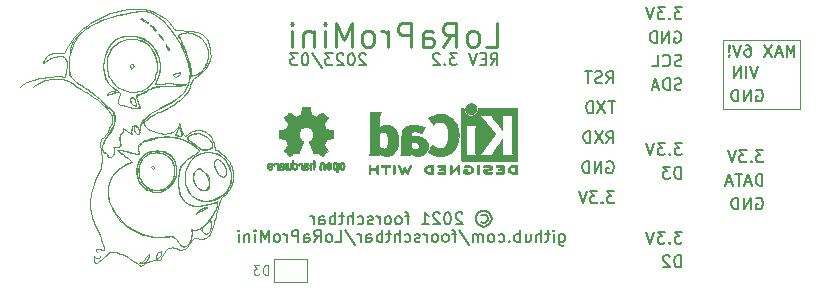
<source format=gbr>
%TF.GenerationSoftware,KiCad,Pcbnew,7.0.1*%
%TF.CreationDate,2023-03-20T19:36:53+01:00*%
%TF.ProjectId,LoRaProMini,4c6f5261-5072-46f4-9d69-6e692e6b6963,3.2*%
%TF.SameCoordinates,Original*%
%TF.FileFunction,Legend,Bot*%
%TF.FilePolarity,Positive*%
%FSLAX46Y46*%
G04 Gerber Fmt 4.6, Leading zero omitted, Abs format (unit mm)*
G04 Created by KiCad (PCBNEW 7.0.1) date 2023-03-20 19:36:53*
%MOMM*%
%LPD*%
G01*
G04 APERTURE LIST*
%ADD10C,0.120000*%
%ADD11C,0.097999*%
%ADD12C,0.250000*%
%ADD13C,0.150000*%
%ADD14C,0.010000*%
G04 APERTURE END LIST*
D10*
X162140000Y-82390000D02*
X168640000Y-82390000D01*
D11*
X111079972Y-90924818D02*
X111053271Y-90789627D01*
X111041910Y-90673906D01*
X111043838Y-90575282D01*
X111067163Y-90454223D01*
X111108858Y-90358305D01*
X111181068Y-90255701D01*
X111257236Y-90164617D01*
X111320962Y-90066094D01*
X111355846Y-89941175D01*
X111353216Y-89818759D01*
X111345489Y-89770903D01*
X113627304Y-90808537D02*
X113457460Y-90847240D01*
X113302664Y-90885773D01*
X113162964Y-90924950D01*
X113038412Y-90965585D01*
X112929057Y-91008490D01*
X112834951Y-91054481D01*
X112722494Y-91131031D01*
X112644631Y-91219099D01*
X112601532Y-91321432D01*
X112593368Y-91440775D01*
X112620310Y-91579876D01*
X112657858Y-91684942D01*
X112711136Y-91800823D01*
X112743689Y-91863074D01*
X113471820Y-80857623D02*
X113383581Y-80798877D01*
X113289729Y-80736428D01*
X113202349Y-80678313D01*
X113115043Y-80620262D01*
X113008512Y-80549442D01*
X112913913Y-80486561D01*
X112879291Y-80463550D01*
X109964266Y-86940826D02*
X110049149Y-86851245D01*
X110136908Y-86784071D01*
X110226222Y-86735558D01*
X110345443Y-86693431D01*
X110461948Y-86668946D01*
X110572606Y-86653228D01*
X110674285Y-86637400D01*
X110783986Y-86603939D01*
X110821199Y-86582741D01*
X117134737Y-85366943D02*
X117278995Y-85350087D01*
X117418787Y-85316073D01*
X117553533Y-85265787D01*
X117682651Y-85200112D01*
X117805559Y-85119932D01*
X117921678Y-85026131D01*
X118030426Y-84919594D01*
X118131221Y-84801205D01*
X118223484Y-84671848D01*
X118306632Y-84532407D01*
X118380085Y-84383766D01*
X118443263Y-84226810D01*
X118495583Y-84062422D01*
X118536465Y-83891487D01*
X118565327Y-83714889D01*
X118581590Y-83533513D01*
X113640000Y-81125333D02*
X113709940Y-81199246D01*
X113779880Y-81273160D01*
X113849820Y-81347074D01*
X113919761Y-81420988D01*
X113989701Y-81494902D01*
X114059641Y-81568815D01*
X114087618Y-81598381D01*
X112670334Y-89903321D02*
X112593452Y-89817983D01*
X112523503Y-89746091D01*
X112440363Y-89681681D01*
X112339549Y-89637911D01*
X112299234Y-89618854D01*
X110575911Y-82341728D02*
X110818739Y-82224707D01*
X111059206Y-82131665D01*
X111296676Y-82061715D01*
X111530513Y-82013970D01*
X111760084Y-81987543D01*
X111984751Y-81981546D01*
X112203882Y-81995092D01*
X112416839Y-82027294D01*
X112622988Y-82077265D01*
X112821695Y-82144117D01*
X113012323Y-82226964D01*
X113194238Y-82324918D01*
X113366804Y-82437092D01*
X113529387Y-82562599D01*
X113681351Y-82700551D01*
X113822062Y-82850062D01*
X113950883Y-83010243D01*
X114067180Y-83180209D01*
X114170318Y-83359071D01*
X114259661Y-83545943D01*
X114334575Y-83739938D01*
X114394424Y-83940167D01*
X114438573Y-84145744D01*
X114466387Y-84355782D01*
X114477231Y-84569394D01*
X114470470Y-84785691D01*
X114445468Y-85003788D01*
X114401591Y-85222797D01*
X114338203Y-85441830D01*
X114254669Y-85660001D01*
X114150354Y-85876422D01*
X114024624Y-86090207D01*
X114153504Y-100899496D02*
X114255648Y-100860985D01*
X114343373Y-100808475D01*
X114438540Y-100722261D01*
X114509588Y-100624537D01*
X114557382Y-100522951D01*
X114582789Y-100425147D01*
X114584387Y-100319857D01*
X114554050Y-100247354D01*
X118581590Y-83533513D02*
X118569468Y-83409290D01*
X118549832Y-83287594D01*
X118522989Y-83168651D01*
X118489245Y-83052688D01*
X118448906Y-82939932D01*
X118402281Y-82830609D01*
X118349675Y-82724947D01*
X118291395Y-82623172D01*
X118227749Y-82525512D01*
X118159043Y-82432192D01*
X118085583Y-82343441D01*
X118007677Y-82259484D01*
X117925631Y-82180548D01*
X117839753Y-82106861D01*
X117750349Y-82038650D01*
X117657725Y-81976141D01*
X117562189Y-81919560D01*
X117464047Y-81869136D01*
X117363607Y-81825094D01*
X117261175Y-81787662D01*
X117157057Y-81757066D01*
X117051561Y-81733534D01*
X116944993Y-81717292D01*
X116837661Y-81708566D01*
X116729871Y-81707585D01*
X116621929Y-81714574D01*
X116514143Y-81729761D01*
X116406819Y-81753372D01*
X116300265Y-81785635D01*
X116194787Y-81826775D01*
X116090691Y-81877021D01*
X115988286Y-81936599D01*
X106847489Y-83497958D02*
X106820193Y-83764842D01*
X106799792Y-84008901D01*
X106786322Y-84231516D01*
X106779818Y-84434069D01*
X106780316Y-84617940D01*
X106787851Y-84784512D01*
X106802460Y-84935166D01*
X106824177Y-85071283D01*
X106853038Y-85194245D01*
X106889078Y-85305433D01*
X106932334Y-85406228D01*
X106982841Y-85498012D01*
X107040635Y-85582167D01*
X107105750Y-85660073D01*
X107178224Y-85733113D01*
X107258090Y-85802667D01*
X107345385Y-85870117D01*
X107440145Y-85936845D01*
X107542405Y-86004232D01*
X107652200Y-86073659D01*
X107769567Y-86146508D01*
X107894540Y-86224160D01*
X108027156Y-86307997D01*
X108167450Y-86399400D01*
X108315458Y-86499750D01*
X108471214Y-86610429D01*
X108634755Y-86732819D01*
X108806117Y-86868300D01*
X108985334Y-87018255D01*
X109172444Y-87184064D01*
X109367480Y-87367109D01*
X109570479Y-87568772D01*
X111935259Y-87287154D02*
X111966727Y-87392543D01*
X111994334Y-87498897D01*
X112025433Y-87601651D01*
X112067376Y-87696244D01*
X112127519Y-87778111D01*
X112213214Y-87842690D01*
X112331815Y-87885418D01*
X112446784Y-87900378D01*
X112490676Y-87901731D01*
X118488363Y-96505541D02*
X118357484Y-96509019D01*
X118245893Y-96535622D01*
X118128380Y-96578643D01*
X118009976Y-96634347D01*
X117895713Y-96699000D01*
X117790623Y-96768868D01*
X117699737Y-96840217D01*
X117628087Y-96909312D01*
X117571174Y-96991480D01*
X117563976Y-97040795D01*
X112250976Y-84520353D02*
X112176036Y-84444146D01*
X112085701Y-84372925D01*
X111987935Y-84349554D01*
X111942797Y-84455373D01*
X111954367Y-84553959D01*
X111985821Y-84656781D01*
X112031331Y-84745048D01*
X112071179Y-84790393D01*
D10*
X168640000Y-82390000D02*
X168640000Y-88190000D01*
D11*
X112827087Y-80544073D02*
X112919459Y-80587071D01*
X112997431Y-80651726D01*
X113088720Y-80726839D01*
X113173311Y-80783889D01*
X113269803Y-80829510D01*
X113379699Y-80855649D01*
X113471820Y-80857623D01*
X114138477Y-91864139D02*
X113950912Y-91878669D01*
X113776468Y-91910201D01*
X113615065Y-91957588D01*
X113466621Y-92019680D01*
X113331055Y-92095330D01*
X113208288Y-92183388D01*
X113098238Y-92282705D01*
X113000824Y-92392134D01*
X112915966Y-92510526D01*
X112843583Y-92636732D01*
X112783594Y-92769603D01*
X112735919Y-92907992D01*
X112700476Y-93050749D01*
X112677186Y-93196727D01*
X112665967Y-93344775D01*
X112666738Y-93493747D01*
X112679420Y-93642493D01*
X112703930Y-93789865D01*
X112740189Y-93934714D01*
X112788115Y-94075891D01*
X112847628Y-94212249D01*
X112918647Y-94342639D01*
X113001092Y-94465911D01*
X113094881Y-94580918D01*
X113199935Y-94686511D01*
X113316171Y-94781541D01*
X113443510Y-94864860D01*
X113581870Y-94935319D01*
X113731172Y-94991770D01*
X113891333Y-95033064D01*
X114062275Y-95058053D01*
X114243915Y-95065588D01*
X114024624Y-86090207D02*
X114189156Y-86074676D01*
X114353621Y-86061442D01*
X114518058Y-86050495D01*
X114682503Y-86041824D01*
X114846995Y-86035416D01*
X115011572Y-86031262D01*
X115176272Y-86029349D01*
X115341132Y-86029668D01*
X115506192Y-86032205D01*
X115671488Y-86036951D01*
X115837059Y-86043895D01*
X116002944Y-86053024D01*
X116169179Y-86064329D01*
X116335802Y-86077797D01*
X116502853Y-86093419D01*
X116670369Y-86111182D01*
X116107610Y-81849339D02*
X116129832Y-82024567D01*
X116171253Y-82207118D01*
X116228956Y-82396698D01*
X116263004Y-82494032D01*
X116300029Y-82593013D01*
X116339667Y-82693604D01*
X116381555Y-82795769D01*
X116425327Y-82899469D01*
X116470620Y-83004670D01*
X116517069Y-83111333D01*
X116564310Y-83219423D01*
X116611979Y-83328901D01*
X116659711Y-83439733D01*
X116707141Y-83551879D01*
X116753907Y-83665305D01*
X116799642Y-83779973D01*
X116843984Y-83895846D01*
X116886567Y-84012888D01*
X116927028Y-84131061D01*
X116965002Y-84250329D01*
X117000124Y-84370656D01*
X117032031Y-84492003D01*
X117060357Y-84614335D01*
X117084740Y-84737615D01*
X117104814Y-84861806D01*
X117120214Y-84986871D01*
X117130578Y-85112773D01*
X117135540Y-85239476D01*
X117134737Y-85366943D01*
X109570479Y-87568772D02*
X109824135Y-87743216D01*
X110038043Y-87916861D01*
X110214632Y-88089560D01*
X110356332Y-88261166D01*
X110465575Y-88431528D01*
X110544789Y-88600501D01*
X110596406Y-88767936D01*
X110622856Y-88933685D01*
X110626570Y-89097600D01*
X110609977Y-89259533D01*
X110575508Y-89419336D01*
X110525594Y-89576862D01*
X110462664Y-89731962D01*
X110389150Y-89884489D01*
X110307481Y-90034294D01*
X110220088Y-90181229D01*
X110129401Y-90325147D01*
X110037851Y-90465900D01*
X109947868Y-90603340D01*
X109861883Y-90737319D01*
X109782325Y-90867688D01*
X109711625Y-90994301D01*
X109652214Y-91117008D01*
X109606521Y-91235663D01*
X109576978Y-91350117D01*
X109566014Y-91460222D01*
X109576060Y-91565830D01*
X109609546Y-91666794D01*
X109668904Y-91762965D01*
X109756562Y-91854196D01*
X109874951Y-91940338D01*
X110026503Y-92021245D01*
X112237592Y-82240257D02*
X111952312Y-82252802D01*
X111686849Y-82289741D01*
X111441050Y-82349461D01*
X111214763Y-82430351D01*
X111007833Y-82530802D01*
X110820107Y-82649201D01*
X110651433Y-82783938D01*
X110501658Y-82933401D01*
X110370627Y-83095980D01*
X110258189Y-83270064D01*
X110164190Y-83454041D01*
X110088476Y-83646300D01*
X110030895Y-83845231D01*
X109991293Y-84049222D01*
X109969518Y-84256663D01*
X109965416Y-84465942D01*
X109978833Y-84675448D01*
X110009618Y-84883571D01*
X110057616Y-85088699D01*
X110122675Y-85289221D01*
X110204641Y-85483526D01*
X110303362Y-85670004D01*
X110418684Y-85847042D01*
X110550453Y-86013031D01*
X110698518Y-86166358D01*
X110862724Y-86305414D01*
X111042918Y-86428587D01*
X111238948Y-86534266D01*
X111450661Y-86620839D01*
X111677902Y-86686697D01*
X111920519Y-86730227D01*
X112178360Y-86749820D01*
X118737437Y-97608913D02*
X118652659Y-97683381D01*
X118564664Y-97757577D01*
X118475668Y-97831358D01*
X118387887Y-97904580D01*
X118303541Y-97977099D01*
X118224844Y-98048771D01*
X118154016Y-98119452D01*
X118067376Y-98223302D01*
X118010911Y-98324115D01*
X117992105Y-98421405D01*
X118038542Y-98544807D01*
X118136706Y-98631990D01*
X118236466Y-98687287D01*
X113580010Y-100454113D02*
X113493123Y-100529099D01*
X113409536Y-100612050D01*
X113328602Y-100699910D01*
X113249677Y-100789621D01*
X113172115Y-100878127D01*
X113095270Y-100962370D01*
X113018497Y-101039293D01*
X112941152Y-101105840D01*
X112836017Y-101173143D01*
X112727186Y-101209319D01*
X120511800Y-93875688D02*
X120492010Y-94097937D01*
X120452234Y-94309541D01*
X120393803Y-94510153D01*
X120318045Y-94699428D01*
X120226292Y-94877017D01*
X120119872Y-95042577D01*
X120000117Y-95195760D01*
X119868355Y-95336219D01*
X119725918Y-95463610D01*
X119574134Y-95577585D01*
X119414335Y-95677799D01*
X119247850Y-95763905D01*
X119076009Y-95835557D01*
X118900142Y-95892409D01*
X118721579Y-95934115D01*
X118541651Y-95960328D01*
X118361686Y-95970702D01*
X118183016Y-95964891D01*
X118006970Y-95942549D01*
X117834878Y-95903329D01*
X117668071Y-95846886D01*
X117507878Y-95772873D01*
X117355628Y-95680944D01*
X117212654Y-95570752D01*
X117080283Y-95441952D01*
X116959847Y-95294198D01*
X116852675Y-95127142D01*
X116760097Y-94940439D01*
X116683444Y-94733743D01*
X116624045Y-94506707D01*
X116583231Y-94258986D01*
X116562331Y-93990233D01*
X117563976Y-97040795D02*
X117650637Y-96990614D01*
X117737299Y-96940434D01*
X117823960Y-96890254D01*
X117910621Y-96840074D01*
X117997283Y-96789894D01*
X118083944Y-96739714D01*
X118170605Y-96689534D01*
X118257266Y-96639354D01*
X118343927Y-96589174D01*
X118430588Y-96538994D01*
X118488363Y-96505541D01*
X114138477Y-91864139D02*
X114327438Y-91871241D01*
X114504360Y-91897124D01*
X114669193Y-91940507D01*
X114821890Y-92000108D01*
X114962401Y-92074647D01*
X115090678Y-92162840D01*
X115206675Y-92263407D01*
X115310341Y-92375066D01*
X115401629Y-92496535D01*
X115480491Y-92626534D01*
X115546878Y-92763780D01*
X115600742Y-92906992D01*
X115642035Y-93054888D01*
X115670708Y-93206187D01*
X115686714Y-93359608D01*
X115690004Y-93513869D01*
X115680530Y-93667688D01*
X115658243Y-93819783D01*
X115623095Y-93968874D01*
X115575038Y-94113679D01*
X115514024Y-94252915D01*
X115440005Y-94385303D01*
X115352931Y-94509559D01*
X115252756Y-94624403D01*
X115139430Y-94728553D01*
X115012906Y-94820728D01*
X114873134Y-94899646D01*
X114720068Y-94964025D01*
X114553658Y-95012584D01*
X114373857Y-95044041D01*
X114180616Y-95057115D01*
X113973887Y-95050525D01*
X117135268Y-85366981D02*
X117295178Y-85337966D01*
X117446630Y-85293171D01*
X117589450Y-85233533D01*
X117723465Y-85159987D01*
X117848500Y-85073471D01*
X117964382Y-84974920D01*
X118070938Y-84865272D01*
X118167994Y-84745461D01*
X118255375Y-84616425D01*
X118332909Y-84479100D01*
X118400422Y-84334422D01*
X118457740Y-84183328D01*
X118504689Y-84026753D01*
X118541097Y-83865635D01*
X118566788Y-83700909D01*
X118581590Y-83533513D01*
X118236466Y-98687287D02*
X118342127Y-98742550D01*
X118475626Y-98757499D01*
X118581412Y-98704169D01*
X118662046Y-98597471D01*
X118703094Y-98504055D01*
X118734862Y-98397965D01*
X118758107Y-98283622D01*
X118773590Y-98165442D01*
X118782069Y-98047844D01*
X118784304Y-97935247D01*
X118781053Y-97832069D01*
X118767552Y-97704628D01*
X118737437Y-97608913D01*
X117509136Y-99082108D02*
X117392373Y-99142105D01*
X117289812Y-99218668D01*
X117198751Y-99308114D01*
X117116491Y-99406759D01*
X117040335Y-99510921D01*
X116967582Y-99616918D01*
X116895533Y-99721066D01*
X116821490Y-99819683D01*
X116742753Y-99909086D01*
X116656623Y-99985592D01*
X116560401Y-100045519D01*
X116451388Y-100085184D01*
X116326885Y-100100903D01*
X116184192Y-100088995D01*
X116020611Y-100045776D01*
X115833442Y-99967565D01*
X113099496Y-79870030D02*
X112934247Y-79881979D01*
X112753072Y-79899695D01*
X112557371Y-79923255D01*
X112348540Y-79952736D01*
X112127979Y-79988217D01*
X111897085Y-80029774D01*
X111657256Y-80077487D01*
X111409892Y-80131432D01*
X111156389Y-80191687D01*
X110898146Y-80258330D01*
X110636561Y-80331439D01*
X110373033Y-80411092D01*
X110108959Y-80497365D01*
X109845738Y-80590338D01*
X109584768Y-80690087D01*
X109327447Y-80796690D01*
X109075173Y-80910226D01*
X108829344Y-81030771D01*
X108591359Y-81158404D01*
X108362616Y-81293202D01*
X108144513Y-81435243D01*
X107938447Y-81584604D01*
X107745819Y-81741364D01*
X107568024Y-81905600D01*
X107406462Y-82077390D01*
X107262531Y-82256812D01*
X107137629Y-82443943D01*
X107033154Y-82638861D01*
X106950504Y-82841643D01*
X106891078Y-83052369D01*
X106856273Y-83271114D01*
X106847489Y-83497958D01*
X106403682Y-85474466D02*
X106458025Y-85295150D01*
X106503002Y-85126058D01*
X106538832Y-84967085D01*
X106565735Y-84818125D01*
X106583930Y-84679073D01*
X106593639Y-84549824D01*
X106595081Y-84430272D01*
X106588476Y-84320314D01*
X106574044Y-84219842D01*
X106522580Y-84046939D01*
X106442449Y-83910723D01*
X106335411Y-83810351D01*
X106203227Y-83744982D01*
X106047658Y-83713773D01*
X105870462Y-83715883D01*
X105673402Y-83750470D01*
X105567973Y-83779680D01*
X105458237Y-83816693D01*
X105344415Y-83861404D01*
X105226727Y-83913709D01*
X105105393Y-83973501D01*
X104980633Y-84040676D01*
X104852667Y-84115129D01*
X104721715Y-84196754D01*
X104587998Y-84285446D01*
X112743689Y-91863074D02*
X112626653Y-91941452D01*
X112527267Y-91964035D01*
X112413783Y-91966735D01*
X112288765Y-91952854D01*
X112154778Y-91925693D01*
X112014386Y-91888555D01*
X111870153Y-91844742D01*
X111724645Y-91797556D01*
X111580426Y-91750298D01*
X111440059Y-91706270D01*
X111306110Y-91668776D01*
X111181143Y-91641115D01*
X111067722Y-91626592D01*
X110968413Y-91628506D01*
X110851517Y-91669424D01*
X116086938Y-89700453D02*
X116033192Y-89799212D01*
X115980891Y-89900452D01*
X115929873Y-90004377D01*
X115884406Y-90101232D01*
X115834969Y-90210982D01*
X115795378Y-90302149D01*
X115767824Y-90367295D01*
X106454820Y-83392340D02*
X106552703Y-83119824D01*
X106680715Y-82850114D01*
X106837069Y-82584294D01*
X107019975Y-82323451D01*
X107227646Y-82068669D01*
X107458292Y-81821036D01*
X107710126Y-81581636D01*
X107981358Y-81351555D01*
X108270201Y-81131879D01*
X108574866Y-80923693D01*
X108893564Y-80728084D01*
X109224507Y-80546136D01*
X109565907Y-80378937D01*
X109915975Y-80227570D01*
X110272922Y-80093123D01*
X110634961Y-79976680D01*
X111000303Y-79879328D01*
X111367158Y-79802152D01*
X111733740Y-79746238D01*
X112098259Y-79712672D01*
X112458927Y-79702539D01*
X112813956Y-79716924D01*
X113161556Y-79756915D01*
X113499941Y-79823596D01*
X113827320Y-79918052D01*
X114141906Y-80041371D01*
X114441911Y-80194637D01*
X114725545Y-80378936D01*
X114991020Y-80595355D01*
X115236549Y-80844977D01*
X115460342Y-81128890D01*
X115660611Y-81448180D01*
X104587998Y-84285446D02*
X104618321Y-84179880D01*
X104652095Y-84083542D01*
X104729340Y-83916863D01*
X104818417Y-83782034D01*
X104918012Y-83675682D01*
X105026808Y-83594432D01*
X105143493Y-83534909D01*
X105266749Y-83493739D01*
X105395262Y-83467548D01*
X105527718Y-83452961D01*
X105662800Y-83446605D01*
X105799195Y-83445104D01*
X105935586Y-83445086D01*
X106070659Y-83443174D01*
X106203099Y-83435995D01*
X106331591Y-83420175D01*
X106454820Y-83392340D01*
X109964266Y-86940827D02*
X110070867Y-86945959D01*
X110213598Y-86937394D01*
X110338410Y-86913438D01*
X110448322Y-86878732D01*
X110546355Y-86837917D01*
X110635529Y-86795636D01*
X110745868Y-86744999D01*
X110852987Y-86711007D01*
X110964045Y-86704659D01*
X111054232Y-86724659D01*
X117263912Y-93871197D02*
X117265563Y-94038043D01*
X117298196Y-94206865D01*
X117357627Y-94373168D01*
X117439671Y-94532461D01*
X117540145Y-94680251D01*
X117654864Y-94812043D01*
X117779644Y-94923345D01*
X117910300Y-95009665D01*
X118042649Y-95066508D01*
X118172507Y-95089383D01*
X118295689Y-95073795D01*
X118408011Y-95015253D01*
X118505289Y-94909263D01*
X118583339Y-94751331D01*
X118613846Y-94651484D01*
X118637977Y-94536966D01*
X118655208Y-94407216D01*
X118665018Y-94261674D01*
X114554050Y-100247354D02*
X114454765Y-100284732D01*
X114354872Y-100330350D01*
X114266266Y-100401492D01*
X114214710Y-100490462D01*
X114185735Y-100590896D01*
X114170079Y-100687877D01*
X114158861Y-100806695D01*
X114153504Y-100899496D01*
X114554050Y-100247354D02*
X114444658Y-100261456D01*
X114334081Y-100317529D01*
X114257709Y-100405068D01*
X114208873Y-100511931D01*
X114180902Y-100625977D01*
X114167129Y-100735064D01*
X114159717Y-100845955D01*
X114153504Y-100899496D01*
X115833442Y-99967565D02*
X115663210Y-99930277D01*
X115514282Y-99915471D01*
X115384497Y-99921150D01*
X115271691Y-99945316D01*
X115173703Y-99985971D01*
X115088372Y-100041118D01*
X115013535Y-100108758D01*
X114947030Y-100186893D01*
X114886695Y-100273527D01*
X114830368Y-100366661D01*
X114775888Y-100464298D01*
X114721093Y-100564439D01*
X114663819Y-100665087D01*
X114601906Y-100764245D01*
X114533192Y-100859914D01*
X114455515Y-100950097D01*
X113431590Y-80919192D02*
X113376299Y-80812170D01*
X113303528Y-80728794D01*
X113220053Y-80664392D01*
X113132651Y-80614296D01*
X113028198Y-80564676D01*
X112927365Y-80512159D01*
X112879291Y-80463550D01*
X115988286Y-81936599D02*
X116049434Y-82039848D01*
X116108829Y-82143959D01*
X116166482Y-82248872D01*
X116222404Y-82354524D01*
X116276609Y-82460856D01*
X116329108Y-82567807D01*
X116379914Y-82675316D01*
X116429039Y-82783323D01*
X116476494Y-82891767D01*
X116522293Y-83000586D01*
X116566446Y-83109722D01*
X116608967Y-83219112D01*
X116649868Y-83328696D01*
X116689160Y-83438414D01*
X116726856Y-83548204D01*
X116762969Y-83658007D01*
X116797509Y-83767761D01*
X116830490Y-83877406D01*
X116861923Y-83986881D01*
X116891821Y-84096125D01*
X116920195Y-84205078D01*
X116947059Y-84313679D01*
X116972424Y-84421867D01*
X116996302Y-84529582D01*
X117018706Y-84636763D01*
X117039647Y-84743350D01*
X117059139Y-84849280D01*
X117077192Y-84954495D01*
X117093819Y-85058933D01*
X117109033Y-85162534D01*
X117122845Y-85265237D01*
X117135268Y-85366981D01*
X116670369Y-86111182D02*
X116562321Y-86142987D01*
X116453195Y-86169038D01*
X116343119Y-86189834D01*
X116232225Y-86205874D01*
X116120641Y-86217657D01*
X116008497Y-86225681D01*
X115895924Y-86230445D01*
X115783050Y-86232449D01*
X115670007Y-86232191D01*
X115556923Y-86230169D01*
X115443929Y-86226884D01*
X115331154Y-86222834D01*
X115218728Y-86218518D01*
X115106781Y-86214434D01*
X114995443Y-86211081D01*
X114884844Y-86208959D01*
X114775113Y-86208567D01*
X114666380Y-86210402D01*
X114558776Y-86214965D01*
X114452429Y-86222753D01*
X114347470Y-86234267D01*
X114244028Y-86250004D01*
X114142234Y-86270463D01*
X114042217Y-86296145D01*
X113944107Y-86327546D01*
X113848034Y-86365167D01*
X113754128Y-86409507D01*
X113662518Y-86461063D01*
X113573334Y-86520335D01*
X113486707Y-86587822D01*
X113402765Y-86664023D01*
X113321640Y-86749437D01*
X113580010Y-100454113D02*
X113483930Y-100529197D01*
X113399100Y-100619105D01*
X113318392Y-100719184D01*
X113256278Y-100798120D01*
X113189465Y-100878198D01*
X113114947Y-100957454D01*
X113029715Y-101033927D01*
X112930763Y-101105653D01*
X112815083Y-101170670D01*
X112727186Y-101209319D01*
X112670334Y-89903321D02*
X112604515Y-89830173D01*
X112534911Y-89751790D01*
X112453927Y-89694022D01*
X112358886Y-89644442D01*
X112299232Y-89618854D01*
X116199890Y-99695879D02*
X116332097Y-99767816D01*
X116456552Y-99799233D01*
X116572751Y-99794320D01*
X116680188Y-99757266D01*
X116778359Y-99692260D01*
X116866759Y-99603493D01*
X116944882Y-99495153D01*
X117012225Y-99371430D01*
X117068282Y-99236513D01*
X117112549Y-99094593D01*
X117144519Y-98949858D01*
X117163690Y-98806498D01*
X117169556Y-98668702D01*
X117161611Y-98540661D01*
X117139352Y-98426563D01*
X117102273Y-98330599D01*
X118581590Y-83533513D02*
X118574744Y-83430284D01*
X118560929Y-83327290D01*
X118540387Y-83224834D01*
X118513360Y-83123219D01*
X118480090Y-83022748D01*
X118440819Y-82923724D01*
X118395791Y-82826449D01*
X118345248Y-82731227D01*
X118289431Y-82638361D01*
X118228583Y-82548153D01*
X118162946Y-82460906D01*
X118092764Y-82376924D01*
X118018277Y-82296509D01*
X117939729Y-82219965D01*
X117857362Y-82147594D01*
X117771417Y-82079699D01*
X117682139Y-82016583D01*
X117589768Y-81958549D01*
X117494547Y-81905900D01*
X117396719Y-81858939D01*
X117296526Y-81817969D01*
X117194210Y-81783293D01*
X117090013Y-81755214D01*
X116984178Y-81734034D01*
X116876948Y-81720057D01*
X116768564Y-81713585D01*
X116659269Y-81714923D01*
X116549305Y-81724371D01*
X116438915Y-81742234D01*
X116328341Y-81768814D01*
X116217825Y-81804415D01*
X116107610Y-81849339D01*
X114968407Y-82692426D02*
X115000819Y-82812026D01*
X115038199Y-82921888D01*
X115079110Y-83019452D01*
X115133024Y-83120213D01*
X115198088Y-83203443D01*
X115286329Y-83233209D01*
X112490676Y-87901731D02*
X112449660Y-87783512D01*
X112417561Y-87680043D01*
X112384659Y-87562603D01*
X112358073Y-87465561D01*
X112325418Y-87367876D01*
X112273031Y-87276714D01*
X112188870Y-87203375D01*
X112170463Y-87192097D01*
X112738643Y-91999433D02*
X112676295Y-91845685D01*
X112642514Y-91700310D01*
X112635802Y-91563341D01*
X112654659Y-91434811D01*
X112697587Y-91314752D01*
X112763087Y-91203198D01*
X112849662Y-91100181D01*
X112955813Y-91005733D01*
X113080041Y-90919889D01*
X113220847Y-90842680D01*
X113376734Y-90774140D01*
X113546203Y-90714301D01*
X113727755Y-90663195D01*
X113919892Y-90620857D01*
X114121115Y-90587319D01*
X114329926Y-90562613D01*
X114544827Y-90546772D01*
X114764319Y-90539829D01*
X114986903Y-90541817D01*
X115211081Y-90552769D01*
X115435355Y-90572718D01*
X115658226Y-90601696D01*
X115878195Y-90639736D01*
X116093764Y-90686871D01*
X116303436Y-90743134D01*
X116505710Y-90808558D01*
X116699089Y-90883175D01*
X116882074Y-90967018D01*
X117053167Y-91060121D01*
X117210870Y-91162515D01*
X117353683Y-91274234D01*
X117480109Y-91395311D01*
X114292735Y-81851258D02*
X114371602Y-81938266D01*
X114438102Y-82018707D01*
X114510677Y-82114266D01*
X114568815Y-82194603D01*
X114638398Y-82282131D01*
X114731940Y-82325688D01*
X114767516Y-82313391D01*
X117102273Y-98330599D02*
X117236333Y-98435588D01*
X117388673Y-98475788D01*
X117555551Y-98458142D01*
X117733224Y-98389591D01*
X117824940Y-98338395D01*
X117917951Y-98277076D01*
X118011791Y-98206501D01*
X118105990Y-98127538D01*
X118200082Y-98041055D01*
X118293598Y-97947920D01*
X118386071Y-97849000D01*
X118477034Y-97745162D01*
X118566017Y-97637275D01*
X118652555Y-97526207D01*
X118736178Y-97412824D01*
X118816419Y-97297995D01*
X118892810Y-97182587D01*
X118964885Y-97067468D01*
X119032173Y-96953506D01*
X119094209Y-96841568D01*
X119150525Y-96732522D01*
X119200652Y-96627236D01*
X119244122Y-96526577D01*
X119280469Y-96431414D01*
X119329919Y-96261042D01*
X119345261Y-96123064D01*
X112775844Y-88106119D02*
X112760444Y-87992559D01*
X112732880Y-87880176D01*
X112696325Y-87769904D01*
X112653949Y-87662680D01*
X112608925Y-87559436D01*
X112564424Y-87461108D01*
X112523618Y-87368630D01*
X112476274Y-87242929D01*
X112455085Y-87135649D01*
X112486020Y-87026719D01*
X112607854Y-86963624D01*
X112710788Y-86951602D01*
X112845963Y-86953844D01*
X114024624Y-86090207D02*
X114149604Y-85861960D01*
X114252805Y-85633362D01*
X114334930Y-85405155D01*
X114396681Y-85178082D01*
X114438758Y-84952884D01*
X114461864Y-84730303D01*
X114466700Y-84511082D01*
X114453969Y-84295962D01*
X114424372Y-84085685D01*
X114378610Y-83880993D01*
X114317387Y-83682629D01*
X114241403Y-83491334D01*
X114151361Y-83307850D01*
X114047961Y-83132920D01*
X113931907Y-82967285D01*
X113803900Y-82811688D01*
X113664641Y-82666870D01*
X113514832Y-82533574D01*
X113355176Y-82412541D01*
X113186373Y-82304513D01*
X113009127Y-82210233D01*
X112824138Y-82130443D01*
X112632108Y-82065884D01*
X112433740Y-82017298D01*
X112229734Y-81985428D01*
X112020794Y-81971016D01*
X111807620Y-81974803D01*
X111590914Y-81997532D01*
X111371379Y-82039945D01*
X111149716Y-82102783D01*
X110926626Y-82186789D01*
X110702813Y-82292705D01*
X117824009Y-91719932D02*
X117717027Y-91612228D01*
X117607634Y-91509422D01*
X117495915Y-91411535D01*
X117381956Y-91318588D01*
X117265841Y-91230603D01*
X117147657Y-91147601D01*
X117027487Y-91069604D01*
X116905418Y-90996632D01*
X116781534Y-90928707D01*
X116655920Y-90865851D01*
X116528663Y-90808084D01*
X116399846Y-90755429D01*
X116269555Y-90707906D01*
X116137876Y-90665537D01*
X116004893Y-90628343D01*
X115870693Y-90596346D01*
X115735358Y-90569566D01*
X115598976Y-90548026D01*
X115461632Y-90531746D01*
X115323410Y-90520748D01*
X115184395Y-90515054D01*
X115044673Y-90514684D01*
X114904330Y-90519660D01*
X114763449Y-90530004D01*
X114622117Y-90545736D01*
X114480419Y-90566878D01*
X114338439Y-90593451D01*
X114196263Y-90625477D01*
X114053976Y-90662978D01*
X113911664Y-90705973D01*
X113769412Y-90754486D01*
X113627304Y-90808537D01*
X112879291Y-80463550D02*
X112827087Y-80544073D01*
X114085850Y-95229954D02*
X113878865Y-95189769D01*
X113686357Y-95133019D01*
X113508290Y-95060911D01*
X113344624Y-94974651D01*
X113195323Y-94875446D01*
X113060348Y-94764504D01*
X112939662Y-94643030D01*
X112833227Y-94512231D01*
X112741006Y-94373314D01*
X112662959Y-94227487D01*
X112599051Y-94075955D01*
X112549243Y-93919925D01*
X112513497Y-93760604D01*
X112491775Y-93599200D01*
X112484040Y-93436917D01*
X112490254Y-93274965D01*
X112510380Y-93114548D01*
X112544379Y-92956874D01*
X112592214Y-92803149D01*
X112653847Y-92654581D01*
X112729240Y-92512376D01*
X112818355Y-92377740D01*
X112921156Y-92251881D01*
X113037603Y-92136006D01*
X113167660Y-92031320D01*
X113311288Y-91939031D01*
X113468450Y-91860346D01*
X113639109Y-91796470D01*
X113823225Y-91748612D01*
X114020762Y-91717978D01*
X114231682Y-91705773D01*
X114455947Y-91713207D01*
X115767824Y-90367295D02*
X115862322Y-90407444D01*
X115987165Y-90450950D01*
X116091105Y-90473066D01*
X116195981Y-90466693D01*
X116270581Y-90396111D01*
X116283064Y-90285232D01*
X116263814Y-90168005D01*
X116236972Y-90072799D01*
X116198682Y-89963434D01*
X116148739Y-89839467D01*
X116086938Y-89700453D01*
X111345489Y-89770902D02*
X111352199Y-89875491D01*
X111350141Y-90000325D01*
X111328712Y-90117610D01*
X111280355Y-90208056D01*
X111206196Y-90276114D01*
X111133611Y-90351810D01*
X111088972Y-90460287D01*
X111082901Y-90489982D01*
X113719175Y-93107189D02*
X113786180Y-93192103D01*
X113881288Y-93234187D01*
X113976675Y-93157638D01*
X113996665Y-93134451D01*
X111345489Y-89770903D02*
X111422166Y-89853939D01*
X111497052Y-89923433D01*
X111594170Y-89999133D01*
X111688235Y-90060614D01*
X111779323Y-90113508D01*
X111867507Y-90163446D01*
X111952862Y-90216061D01*
X112035464Y-90276985D01*
X112075756Y-90312323D01*
X112490676Y-87901731D02*
X112452385Y-87781679D01*
X112425906Y-87681513D01*
X112393125Y-87568837D01*
X112352980Y-87454343D01*
X112304414Y-87348718D01*
X112246364Y-87262651D01*
X112152383Y-87196796D01*
X112037146Y-87210053D01*
X111935259Y-87287154D01*
X109418096Y-91264654D02*
X109410067Y-91153178D01*
X109419478Y-91049276D01*
X109444184Y-90951900D01*
X109482043Y-90860002D01*
X109530913Y-90772535D01*
X109588650Y-90688451D01*
X109653111Y-90606702D01*
X109722154Y-90526241D01*
X109793635Y-90446020D01*
X109865412Y-90364991D01*
X109935342Y-90282108D01*
X110001283Y-90196321D01*
X110061090Y-90106584D01*
X110112622Y-90011848D01*
X110153735Y-89911067D01*
X110182288Y-89803193D01*
X113067090Y-89312147D02*
X113132149Y-89483623D01*
X113247638Y-89645247D01*
X113322016Y-89721524D01*
X113406268Y-89794332D01*
X113499483Y-89863333D01*
X113600750Y-89928192D01*
X113709159Y-89988573D01*
X113823798Y-90044140D01*
X113943755Y-90094558D01*
X114068121Y-90139490D01*
X114195983Y-90178601D01*
X114326432Y-90211555D01*
X114458555Y-90238017D01*
X114591442Y-90257649D01*
X114724182Y-90270117D01*
X114855864Y-90275085D01*
X114985577Y-90272217D01*
X115112409Y-90261177D01*
X115235450Y-90241629D01*
X115353788Y-90213238D01*
X115466513Y-90175668D01*
X115572714Y-90128582D01*
X115671479Y-90071645D01*
X115761898Y-90004522D01*
X115843059Y-89926875D01*
X115914051Y-89838371D01*
X115973964Y-89738672D01*
X116021886Y-89627443D01*
X116056907Y-89504349D01*
X116078115Y-89369053D01*
X117602118Y-90247452D02*
X117482963Y-90246640D01*
X117379699Y-90262322D01*
X117263330Y-90289682D01*
X117142628Y-90328356D01*
X117026366Y-90377978D01*
X116923317Y-90438181D01*
X116842255Y-90508601D01*
X116783536Y-90617755D01*
X116800296Y-90743554D01*
X116818717Y-90777503D01*
X117602103Y-90247416D02*
X117446588Y-90268824D01*
X117310491Y-90293280D01*
X117192961Y-90320622D01*
X117093147Y-90350684D01*
X116943266Y-90418321D01*
X116854046Y-90494882D01*
X116819068Y-90623598D01*
X116851730Y-90716751D01*
X116921237Y-90814254D01*
X117020786Y-90914800D01*
X117143574Y-91017080D01*
X117282795Y-91119787D01*
X117431647Y-91221615D01*
X117583325Y-91321257D01*
X117731025Y-91417404D01*
X117867944Y-91508749D01*
X117987277Y-91593986D01*
X118038223Y-91633906D01*
X112130697Y-92689369D02*
X112035004Y-92605360D01*
X111942072Y-92525845D01*
X111851759Y-92450441D01*
X111763924Y-92378762D01*
X111678423Y-92310426D01*
X111595117Y-92245047D01*
X111513862Y-92182242D01*
X111434518Y-92121626D01*
X111318773Y-92033967D01*
X111206528Y-91949074D01*
X111097305Y-91865650D01*
X110990626Y-91782398D01*
X110886012Y-91698023D01*
X110851517Y-91669424D01*
X109150208Y-100297218D02*
X109093261Y-100178467D01*
X109104110Y-100070295D01*
X109211425Y-100044918D01*
X109339024Y-100061442D01*
X109445222Y-100083922D01*
X109550523Y-100106911D01*
X109674134Y-100125694D01*
X109771979Y-100105685D01*
X116150294Y-82617973D02*
X116408552Y-83130042D01*
X116615721Y-83604679D01*
X116774564Y-84043805D01*
X116887846Y-84449338D01*
X116958330Y-84823197D01*
X116988781Y-85167303D01*
X116981963Y-85483575D01*
X116940639Y-85773933D01*
X116867574Y-86040296D01*
X116765533Y-86284584D01*
X116637278Y-86508716D01*
X116485574Y-86714612D01*
X116313185Y-86904192D01*
X116122876Y-87079374D01*
X115917410Y-87242079D01*
X115699552Y-87394227D01*
X115472064Y-87537736D01*
X115237713Y-87674526D01*
X114999261Y-87806518D01*
X114759473Y-87935630D01*
X114521112Y-88063782D01*
X114286944Y-88192893D01*
X114059731Y-88324884D01*
X113842239Y-88461674D01*
X113637231Y-88605182D01*
X113447471Y-88757328D01*
X113275723Y-88920031D01*
X113124751Y-89095212D01*
X112997320Y-89284789D01*
X112896194Y-89490682D01*
X112824136Y-89714811D01*
X112783911Y-89959096D01*
X112130697Y-92689369D02*
X111782381Y-92804954D01*
X111468306Y-92944067D01*
X111187816Y-93104886D01*
X110940253Y-93285589D01*
X110724962Y-93484353D01*
X110541286Y-93699356D01*
X110388568Y-93928775D01*
X110266152Y-94170789D01*
X110173382Y-94423576D01*
X110109600Y-94685312D01*
X110074152Y-94954177D01*
X110066380Y-95228347D01*
X110085627Y-95506000D01*
X110131238Y-95785314D01*
X110202556Y-96064467D01*
X110298924Y-96341637D01*
X110419686Y-96615001D01*
X110564185Y-96882738D01*
X110731766Y-97143024D01*
X110921771Y-97394038D01*
X111133544Y-97633957D01*
X111366430Y-97860959D01*
X111619770Y-98073222D01*
X111892909Y-98268924D01*
X112185191Y-98446243D01*
X112495958Y-98603355D01*
X112824555Y-98738440D01*
X113170325Y-98849674D01*
X113532611Y-98935236D01*
X113910758Y-98993303D01*
X114304108Y-99022053D01*
X114712006Y-99019664D01*
X109771979Y-100105685D02*
X109716879Y-99882012D01*
X109656132Y-99668638D01*
X109590597Y-99464576D01*
X109521132Y-99268836D01*
X109448598Y-99080431D01*
X109373853Y-98898374D01*
X109297755Y-98721677D01*
X109221165Y-98549351D01*
X109144940Y-98380410D01*
X109069940Y-98213864D01*
X108997023Y-98048727D01*
X108927049Y-97884010D01*
X108860877Y-97718726D01*
X108799365Y-97551887D01*
X108743373Y-97382506D01*
X108693759Y-97209593D01*
X108651383Y-97032162D01*
X108617103Y-96849224D01*
X108591778Y-96659792D01*
X108576268Y-96462879D01*
X108571431Y-96257495D01*
X108578126Y-96042654D01*
X108597212Y-95817368D01*
X108629549Y-95580648D01*
X108675995Y-95331507D01*
X108737409Y-95068957D01*
X108814650Y-94792011D01*
X108908576Y-94499680D01*
X109020048Y-94190976D01*
X109149924Y-93864913D01*
X109299063Y-93520502D01*
X109468324Y-93156755D01*
X110023432Y-88031588D02*
X109945256Y-87928426D01*
X109862264Y-87827546D01*
X109774791Y-87728839D01*
X109683174Y-87632196D01*
X109587749Y-87537508D01*
X109488853Y-87444668D01*
X109386823Y-87353565D01*
X109281996Y-87264092D01*
X109174707Y-87176139D01*
X109065294Y-87089599D01*
X108954093Y-87004362D01*
X108841441Y-86920319D01*
X108727674Y-86837363D01*
X108613129Y-86755383D01*
X108498143Y-86674273D01*
X108383052Y-86593922D01*
X108268192Y-86514223D01*
X108153901Y-86435066D01*
X108040515Y-86356343D01*
X107928371Y-86277945D01*
X107817805Y-86199763D01*
X107709154Y-86121690D01*
X107602754Y-86043615D01*
X107498942Y-85965431D01*
X107398055Y-85887029D01*
X107300429Y-85808299D01*
X107206401Y-85729134D01*
X107116307Y-85649425D01*
X107030485Y-85569062D01*
X106949270Y-85487938D01*
X106872999Y-85405944D01*
X106802010Y-85322971D01*
X114085850Y-95229954D02*
X114286145Y-95216641D01*
X114475089Y-95184343D01*
X114652547Y-95134330D01*
X114818385Y-95067876D01*
X114972472Y-94986251D01*
X115114672Y-94890728D01*
X115244854Y-94782579D01*
X115362883Y-94663076D01*
X115468626Y-94533491D01*
X115561950Y-94395095D01*
X115642721Y-94249161D01*
X115710807Y-94096961D01*
X115766073Y-93939766D01*
X115808387Y-93778849D01*
X115837615Y-93615481D01*
X115853623Y-93450935D01*
X115856279Y-93286482D01*
X115845448Y-93123394D01*
X115820998Y-92962944D01*
X115782796Y-92806403D01*
X115730707Y-92655043D01*
X115664599Y-92510136D01*
X115584338Y-92372955D01*
X115489791Y-92244770D01*
X115380824Y-92126855D01*
X115257304Y-92020481D01*
X115119098Y-91926919D01*
X114966073Y-91847443D01*
X114798094Y-91783323D01*
X114615029Y-91735833D01*
X114416744Y-91706243D01*
X114203107Y-91695826D01*
X111075176Y-87842400D02*
X111210770Y-87860178D01*
X111340628Y-87881635D01*
X111465143Y-87905946D01*
X111584706Y-87932285D01*
X111699709Y-87959827D01*
X111810544Y-87987747D01*
X111917602Y-88015219D01*
X112021276Y-88041417D01*
X112121956Y-88065517D01*
X112220037Y-88086693D01*
X112363137Y-88111168D01*
X112502591Y-88124421D01*
X112639718Y-88123667D01*
X112775844Y-88106119D01*
X114712006Y-99019664D02*
X114809280Y-98998749D01*
X114987757Y-98969376D01*
X115146241Y-98955620D01*
X115286452Y-98956288D01*
X115410115Y-98970190D01*
X115518952Y-98996133D01*
X115614684Y-99032928D01*
X115737481Y-99105858D01*
X115840482Y-99196501D01*
X115929501Y-99300836D01*
X116010351Y-99414842D01*
X116088846Y-99534498D01*
X116170799Y-99655783D01*
X116199890Y-99695879D01*
X112299234Y-89618854D02*
X112292293Y-89790786D01*
X112303466Y-89936434D01*
X112329716Y-90057006D01*
X112368005Y-90153715D01*
X112441369Y-90256684D01*
X112524736Y-90312774D01*
X112633735Y-90321702D01*
X112717995Y-90264246D01*
X112753217Y-90150095D01*
X112732836Y-90033106D01*
X112691268Y-89942443D01*
X112660952Y-89893765D01*
X117158191Y-85783612D02*
X117112094Y-85979952D01*
X117055151Y-86165327D01*
X116987921Y-86340279D01*
X116910960Y-86505348D01*
X116824824Y-86661076D01*
X116730072Y-86808005D01*
X116627260Y-86946674D01*
X116516946Y-87077625D01*
X116399686Y-87201400D01*
X116276038Y-87318539D01*
X116146558Y-87429585D01*
X116011804Y-87535077D01*
X115872333Y-87635557D01*
X115728702Y-87731566D01*
X115581469Y-87823646D01*
X115431189Y-87912337D01*
X115278421Y-87998180D01*
X115123721Y-88081718D01*
X114967647Y-88163491D01*
X114810755Y-88244039D01*
X114653603Y-88323905D01*
X114496749Y-88403630D01*
X114340748Y-88483754D01*
X114186158Y-88564819D01*
X114033536Y-88647366D01*
X113883439Y-88731936D01*
X113736425Y-88819070D01*
X113593051Y-88909310D01*
X113453873Y-89003196D01*
X113319449Y-89101271D01*
X113190335Y-89204073D01*
X113067090Y-89312147D01*
X112660952Y-89893765D02*
X112670334Y-89903321D01*
X118737437Y-97608913D02*
X118665313Y-97695325D01*
X118583143Y-97763095D01*
X118485461Y-97834287D01*
X118379964Y-97909694D01*
X118274350Y-97990111D01*
X118176317Y-98076331D01*
X118093563Y-98169150D01*
X118033785Y-98269362D01*
X118004681Y-98377760D01*
X118013949Y-98495139D01*
X118026897Y-98536399D01*
X108891066Y-100677675D02*
X108977579Y-100736435D01*
X109076950Y-100794335D01*
X109178204Y-100834972D01*
X109283875Y-100835405D01*
X109365190Y-100760227D01*
X109401195Y-100674951D01*
X119129701Y-91626533D02*
X119292942Y-91702712D01*
X119447717Y-91787084D01*
X119593928Y-91879155D01*
X119731477Y-91978435D01*
X119860268Y-92084431D01*
X119980202Y-92196652D01*
X120091182Y-92314607D01*
X120193111Y-92437804D01*
X120285891Y-92565751D01*
X120369426Y-92697956D01*
X120443617Y-92833929D01*
X120508367Y-92973176D01*
X120563579Y-93115208D01*
X120609156Y-93259531D01*
X120644999Y-93405655D01*
X120671012Y-93553088D01*
X120687098Y-93701337D01*
X120693158Y-93849913D01*
X120689095Y-93998322D01*
X120674813Y-94146074D01*
X120650213Y-94292676D01*
X120615198Y-94437637D01*
X120569671Y-94580466D01*
X120513534Y-94720670D01*
X120446691Y-94857759D01*
X120369043Y-94991240D01*
X120280493Y-95120622D01*
X120180944Y-95245414D01*
X120070298Y-95365123D01*
X119948458Y-95479258D01*
X119815327Y-95587327D01*
X119670807Y-95688840D01*
X114455515Y-100950097D02*
X114322368Y-100954411D01*
X114198139Y-100962774D01*
X114081939Y-100975108D01*
X113972877Y-100991338D01*
X113870066Y-101011386D01*
X113772615Y-101035175D01*
X113634544Y-101077705D01*
X113503532Y-101128221D01*
X113376578Y-101186464D01*
X113250681Y-101252173D01*
X113122839Y-101325091D01*
X113035048Y-101377579D01*
X112944170Y-101433078D01*
X112897296Y-101461933D01*
X110702813Y-82292705D02*
X110585426Y-82394212D01*
X110474750Y-82503860D01*
X110370893Y-82621044D01*
X110273966Y-82745160D01*
X110184080Y-82875604D01*
X110101344Y-83011773D01*
X110025869Y-83153061D01*
X109957765Y-83298866D01*
X109897142Y-83448583D01*
X109844111Y-83601609D01*
X109798782Y-83757339D01*
X109761264Y-83915169D01*
X109731669Y-84074495D01*
X109710106Y-84234715D01*
X109696686Y-84395222D01*
X109691519Y-84555414D01*
X109694715Y-84714687D01*
X109706385Y-84872436D01*
X109726638Y-85028057D01*
X109755585Y-85180948D01*
X109793336Y-85330503D01*
X109840002Y-85476118D01*
X109895692Y-85617191D01*
X109960517Y-85753116D01*
X110034587Y-85883290D01*
X110118012Y-86007109D01*
X110210903Y-86123968D01*
X110313369Y-86233265D01*
X110425522Y-86334394D01*
X110547471Y-86426753D01*
X110679326Y-86509736D01*
X110821199Y-86582741D01*
X114455947Y-91713207D02*
X114643616Y-91758403D01*
X114817463Y-91817894D01*
X114977583Y-91890666D01*
X115124075Y-91975707D01*
X115257034Y-92072007D01*
X115376558Y-92178552D01*
X115482744Y-92294332D01*
X115575688Y-92418333D01*
X115655488Y-92549545D01*
X115722240Y-92686955D01*
X115776041Y-92829551D01*
X115816988Y-92976321D01*
X115845178Y-93126253D01*
X115860708Y-93278336D01*
X115863675Y-93431558D01*
X115854176Y-93584906D01*
X115832307Y-93737369D01*
X115798166Y-93887934D01*
X115751850Y-94035591D01*
X115693454Y-94179326D01*
X115623077Y-94318128D01*
X115540816Y-94450985D01*
X115446766Y-94576885D01*
X115341025Y-94694816D01*
X115223690Y-94803766D01*
X115094858Y-94902724D01*
X114954625Y-94990677D01*
X114803089Y-95066613D01*
X114640347Y-95129521D01*
X114466495Y-95178388D01*
X114281630Y-95212203D01*
X114085850Y-95229954D01*
X110026503Y-92021245D02*
X109883636Y-91957733D01*
X109770721Y-91884864D01*
X109685684Y-91803179D01*
X109626451Y-91713220D01*
X109590947Y-91615526D01*
X109577098Y-91510640D01*
X109582831Y-91399102D01*
X109606071Y-91281454D01*
X109644744Y-91158236D01*
X109696777Y-91029989D01*
X109760094Y-90897256D01*
X109832623Y-90760576D01*
X109912288Y-90620492D01*
X109997017Y-90477543D01*
X110084734Y-90332272D01*
X110173365Y-90185218D01*
X110260838Y-90036925D01*
X110345077Y-89887931D01*
X110424008Y-89738779D01*
X110495558Y-89590010D01*
X110557652Y-89442165D01*
X110608217Y-89295784D01*
X110645178Y-89151410D01*
X110666461Y-89009582D01*
X110669992Y-88870843D01*
X110653696Y-88735732D01*
X110615501Y-88604793D01*
X110553332Y-88478564D01*
X110465114Y-88357589D01*
X110348774Y-88242406D01*
X110202238Y-88133559D01*
X110023432Y-88031588D01*
X113996665Y-93134451D02*
X113931491Y-93047978D01*
X113828232Y-93014190D01*
X113740743Y-93083755D01*
X113719175Y-93107189D01*
X115660611Y-81448180D02*
X115811549Y-81474385D01*
X115960725Y-81495758D01*
X116107970Y-81513065D01*
X116253114Y-81527074D01*
X116395988Y-81538554D01*
X116536423Y-81548273D01*
X116674249Y-81556998D01*
X116809297Y-81565499D01*
X116941398Y-81574542D01*
X117070381Y-81584896D01*
X117196079Y-81597329D01*
X117318321Y-81612609D01*
X117436939Y-81631504D01*
X117551762Y-81654782D01*
X117662622Y-81683211D01*
X117769349Y-81717559D01*
X117871775Y-81758595D01*
X117969728Y-81807086D01*
X118063041Y-81863800D01*
X118151544Y-81929505D01*
X118235067Y-82004970D01*
X118313442Y-82090963D01*
X118386498Y-82188251D01*
X118454067Y-82297603D01*
X118515980Y-82419786D01*
X118572066Y-82555569D01*
X118622157Y-82705720D01*
X118666082Y-82871006D01*
X118703674Y-83052197D01*
X118734763Y-83250059D01*
X118759178Y-83465361D01*
X118776752Y-83698872D01*
X117563976Y-97040795D02*
X117650637Y-96990614D01*
X117737299Y-96940434D01*
X117823960Y-96890254D01*
X117910621Y-96840074D01*
X117997283Y-96789894D01*
X118083944Y-96739714D01*
X118170605Y-96689534D01*
X118257266Y-96639354D01*
X118343927Y-96589174D01*
X118430588Y-96538994D01*
X118488363Y-96505541D01*
X112761682Y-87963319D02*
X112679631Y-88062384D01*
X112554515Y-88112482D01*
X112451852Y-88123141D01*
X112337054Y-88118736D01*
X112212926Y-88101946D01*
X112082268Y-88075451D01*
X111947884Y-88041930D01*
X111812576Y-88004063D01*
X111679147Y-87964530D01*
X111550398Y-87926009D01*
X111429133Y-87891182D01*
X111318152Y-87862727D01*
X111220260Y-87843324D01*
X111104092Y-87837054D01*
X111074950Y-87842393D01*
X112670334Y-89903321D02*
X112624778Y-89815476D01*
X112539466Y-89675508D01*
X112461755Y-89579435D01*
X112359090Y-89507824D01*
X112247312Y-89524146D01*
X112181613Y-89600633D01*
X112130858Y-89715379D01*
X112094508Y-89853261D01*
X112078011Y-89950566D01*
X112064471Y-90093393D01*
X112063899Y-90219021D01*
X112075756Y-90312323D01*
X116463269Y-99838925D02*
X116366475Y-99803851D01*
X116280276Y-99755165D01*
X116168033Y-99661733D01*
X116072411Y-99550838D01*
X115989080Y-99430374D01*
X115913709Y-99308240D01*
X115841969Y-99192333D01*
X115769530Y-99090549D01*
X115692064Y-99010786D01*
X115605239Y-98960940D01*
X115504727Y-98948909D01*
X115467434Y-98954667D01*
X117095836Y-92238891D02*
X116989695Y-92301558D01*
X116891014Y-92364170D01*
X116799518Y-92426801D01*
X116714934Y-92489525D01*
X116636986Y-92552416D01*
X116499909Y-92678994D01*
X116386094Y-92807129D01*
X116293352Y-92937412D01*
X116219490Y-93070435D01*
X116162318Y-93206791D01*
X116119645Y-93347072D01*
X116089280Y-93491871D01*
X116069031Y-93641778D01*
X116056707Y-93797387D01*
X116050118Y-93959290D01*
X116047072Y-94128079D01*
X116045379Y-94304346D01*
X116042846Y-94488683D01*
X116040581Y-94584064D01*
X117805287Y-89966736D02*
X117959427Y-89985413D01*
X118103939Y-90022576D01*
X118238848Y-90076693D01*
X118364177Y-90146234D01*
X118479950Y-90229668D01*
X118586192Y-90325464D01*
X118682927Y-90432091D01*
X118770179Y-90548018D01*
X118847972Y-90671714D01*
X118916330Y-90801648D01*
X118975278Y-90936290D01*
X119024839Y-91074109D01*
X119065037Y-91213574D01*
X119095898Y-91353153D01*
X119117444Y-91491316D01*
X119129701Y-91626533D01*
X117263912Y-93871197D02*
X117279122Y-93997001D01*
X117301930Y-94116367D01*
X117331292Y-94229162D01*
X117366163Y-94335252D01*
X117405500Y-94434503D01*
X117448258Y-94526780D01*
X117508784Y-94638739D01*
X117571060Y-94737745D01*
X117632610Y-94823482D01*
X117662340Y-94861276D01*
X112727186Y-101209319D02*
X112832779Y-101230530D01*
X112931353Y-101234069D01*
X113066077Y-101210249D01*
X113185066Y-101156971D01*
X113288352Y-101080422D01*
X113375969Y-100986784D01*
X113447950Y-100882244D01*
X113504330Y-100772984D01*
X113545141Y-100665190D01*
X113570416Y-100565047D01*
X113580010Y-100454113D01*
X115286329Y-83233209D02*
X115238139Y-83140095D01*
X115187168Y-83033803D01*
X115139120Y-82926394D01*
X115094020Y-82828886D01*
X115032806Y-82739339D01*
X114968407Y-82692426D01*
X116670369Y-86111182D02*
X116502853Y-86093419D01*
X116335802Y-86077797D01*
X116169179Y-86064329D01*
X116002944Y-86053024D01*
X115837059Y-86043895D01*
X115671488Y-86036951D01*
X115506192Y-86032205D01*
X115341132Y-86029668D01*
X115176272Y-86029349D01*
X115011572Y-86031262D01*
X114846995Y-86035416D01*
X114682503Y-86041824D01*
X114518058Y-86050495D01*
X114353621Y-86061442D01*
X114189156Y-86074676D01*
X114024624Y-86090207D01*
X114767516Y-82313391D02*
X114688556Y-82226347D01*
X114621944Y-82145835D01*
X114549212Y-82050150D01*
X114490936Y-81969685D01*
X114421256Y-81882040D01*
X114328028Y-81838714D01*
X114292735Y-81851258D01*
X110026503Y-92021245D02*
X110069531Y-92151247D01*
X110120756Y-92237527D01*
X110208270Y-92294777D01*
X110333629Y-92259947D01*
X110424772Y-92170079D01*
X110480144Y-92088224D01*
X110528702Y-91994048D01*
X110568303Y-91892037D01*
X110596800Y-91786676D01*
X110612052Y-91682454D01*
X110611912Y-91583854D01*
X110578154Y-91456312D01*
X110497705Y-91366658D01*
X118684481Y-98824359D02*
X118587519Y-98925825D01*
X118482213Y-99010268D01*
X118370504Y-99078044D01*
X118254333Y-99129509D01*
X118135640Y-99165021D01*
X118016368Y-99184935D01*
X117898457Y-99189608D01*
X117783848Y-99179397D01*
X117674484Y-99154657D01*
X117572305Y-99115746D01*
X117509136Y-99082108D01*
X112417519Y-79951642D02*
X112598579Y-79920555D01*
X112773455Y-79901713D01*
X112942349Y-79894627D01*
X113105463Y-79898813D01*
X113263001Y-79913783D01*
X113415166Y-79939052D01*
X113562160Y-79974134D01*
X113704187Y-80018541D01*
X113841449Y-80071789D01*
X113974150Y-80133390D01*
X114102492Y-80202858D01*
X114226679Y-80279708D01*
X114346913Y-80363453D01*
X114463398Y-80453607D01*
X114576336Y-80549683D01*
X114685930Y-80651195D01*
X114792383Y-80757658D01*
X114895898Y-80868584D01*
X114996679Y-80983488D01*
X115094927Y-81101884D01*
X115190847Y-81223285D01*
X115284640Y-81347204D01*
X115376510Y-81473157D01*
X115466661Y-81600655D01*
X115555294Y-81729214D01*
X115642613Y-81858348D01*
X115728820Y-81987569D01*
X115814120Y-82116391D01*
X115898714Y-82244329D01*
X115982805Y-82370896D01*
X116066598Y-82495606D01*
X116150294Y-82617973D01*
X120511559Y-93875795D02*
X120478042Y-93614820D01*
X120425798Y-93372553D01*
X120356120Y-93148829D01*
X120270300Y-92943484D01*
X120169631Y-92756354D01*
X120055405Y-92587275D01*
X119928916Y-92436083D01*
X119791456Y-92302615D01*
X119644318Y-92186707D01*
X119488795Y-92088194D01*
X119326179Y-92006912D01*
X119157763Y-91942698D01*
X118984840Y-91895389D01*
X118808703Y-91864819D01*
X118630645Y-91850825D01*
X118451958Y-91853243D01*
X118273934Y-91871910D01*
X118097867Y-91906661D01*
X117925050Y-91957332D01*
X117756775Y-92023759D01*
X117594335Y-92105780D01*
X117439023Y-92203228D01*
X117292131Y-92315942D01*
X117154953Y-92443756D01*
X117028780Y-92586508D01*
X116914906Y-92744032D01*
X116814624Y-92916166D01*
X116729226Y-93102744D01*
X116660004Y-93303604D01*
X116608253Y-93518581D01*
X116575264Y-93747512D01*
X116562331Y-93990233D01*
X115467434Y-98954667D02*
X115098738Y-99028016D01*
X114730957Y-99064671D01*
X114365705Y-99066565D01*
X114004596Y-99035631D01*
X113649246Y-98973803D01*
X113301268Y-98883012D01*
X112962278Y-98765193D01*
X112633889Y-98622278D01*
X112317716Y-98456200D01*
X112015373Y-98268893D01*
X111728476Y-98062288D01*
X111458638Y-97838319D01*
X111207474Y-97598920D01*
X110976599Y-97346023D01*
X110767627Y-97081561D01*
X110582172Y-96807467D01*
X110421849Y-96525675D01*
X110288273Y-96238116D01*
X110183058Y-95946725D01*
X110107818Y-95653434D01*
X110064168Y-95360176D01*
X110053722Y-95068884D01*
X110078095Y-94781492D01*
X110138902Y-94499931D01*
X110237757Y-94226136D01*
X110376274Y-93962039D01*
X110556067Y-93709574D01*
X110778753Y-93470672D01*
X111045944Y-93247268D01*
X111359255Y-93041294D01*
X111720301Y-92854683D01*
X112130697Y-92689369D01*
X114153504Y-100899496D02*
X114259417Y-100846600D01*
X114345261Y-100793205D01*
X114431515Y-100725479D01*
X114508084Y-100643571D01*
X114564872Y-100547629D01*
X114591783Y-100437802D01*
X114578724Y-100314239D01*
X114554050Y-100247354D01*
X117662340Y-94861276D02*
X117854046Y-94949902D01*
X118022378Y-95008874D01*
X118168357Y-95040386D01*
X118293002Y-95046633D01*
X118397334Y-95029807D01*
X118549141Y-94935717D01*
X118631938Y-94775667D01*
X118650008Y-94676393D01*
X118653887Y-94567210D01*
X118644595Y-94450313D01*
X118623151Y-94327897D01*
X118590576Y-94202154D01*
X118547891Y-94075280D01*
X118496115Y-93949467D01*
X118436269Y-93826911D01*
X118369373Y-93709804D01*
X118296447Y-93600342D01*
X118218512Y-93500717D01*
X118136587Y-93413125D01*
X118051694Y-93339758D01*
X117964851Y-93282812D01*
X117789401Y-93226954D01*
X117618398Y-93263104D01*
X117537115Y-93321167D01*
X117460005Y-93408813D01*
X117388087Y-93528238D01*
X117322383Y-93681634D01*
X117263912Y-93871197D01*
X115579719Y-85246909D02*
X115584243Y-85351763D01*
X115671701Y-85419713D01*
X115771243Y-85455994D01*
X115860355Y-85479499D01*
X110821199Y-86582741D02*
X110667372Y-86496277D01*
X110525914Y-86401769D01*
X110396530Y-86299722D01*
X110278926Y-86190644D01*
X110172809Y-86075044D01*
X110077885Y-85953427D01*
X109993860Y-85826301D01*
X109920440Y-85694174D01*
X109857331Y-85557552D01*
X109804239Y-85416944D01*
X109760872Y-85272857D01*
X109726934Y-85125797D01*
X109702131Y-84976272D01*
X109686171Y-84824790D01*
X109678759Y-84671858D01*
X109679602Y-84517983D01*
X109688405Y-84363672D01*
X109704875Y-84209433D01*
X109728718Y-84055773D01*
X109759639Y-83903200D01*
X109797346Y-83752220D01*
X109841545Y-83603342D01*
X109891941Y-83457072D01*
X109948240Y-83313917D01*
X110010150Y-83174386D01*
X110077375Y-83038985D01*
X110149623Y-82908222D01*
X110226599Y-82782604D01*
X110308010Y-82662638D01*
X110393561Y-82548832D01*
X110482959Y-82441692D01*
X110575911Y-82341728D01*
X116086938Y-89700453D02*
X116037357Y-89791886D01*
X115977274Y-89905380D01*
X115931889Y-89994476D01*
X115889487Y-90083071D01*
X115846776Y-90184923D01*
X115808324Y-90281578D01*
X115767824Y-90367295D01*
X118026897Y-98536399D02*
X118105734Y-98621762D01*
X118185780Y-98683341D01*
X118305399Y-98733304D01*
X118420748Y-98735383D01*
X118527632Y-98692961D01*
X118621858Y-98609418D01*
X118699230Y-98488133D01*
X118739377Y-98387979D01*
X118768927Y-98273554D01*
X118786637Y-98145862D01*
X118791263Y-98005903D01*
X118781564Y-97854679D01*
X118756297Y-97693192D01*
X118737437Y-97608913D01*
X114087618Y-81598381D02*
X114146699Y-81538026D01*
X115860355Y-85479499D02*
X115951961Y-85416930D01*
X116030653Y-85356249D01*
X116106338Y-85290648D01*
X116184577Y-85206211D01*
X116189860Y-85107919D01*
X116075242Y-85105210D01*
X115975824Y-85124387D01*
X115844221Y-85159695D01*
X115677346Y-85212965D01*
X115579719Y-85246909D01*
X112170463Y-87192097D02*
X112048858Y-87221857D01*
X111963210Y-87309043D01*
X111951057Y-87432583D01*
X111981033Y-87537324D01*
X112037396Y-87643251D01*
X112113735Y-87742108D01*
X112203641Y-87825641D01*
X112300707Y-87885592D01*
X112398521Y-87913707D01*
X112490676Y-87901731D01*
X118665018Y-94261674D02*
X118642691Y-94114347D01*
X118594997Y-93970507D01*
X118525509Y-93832917D01*
X118437798Y-93704343D01*
X118335435Y-93587550D01*
X118221992Y-93485303D01*
X118101041Y-93400368D01*
X117976153Y-93335509D01*
X117850899Y-93293491D01*
X117728852Y-93277080D01*
X117613583Y-93289040D01*
X117508663Y-93332138D01*
X117417665Y-93409137D01*
X117344159Y-93522803D01*
X117291717Y-93675901D01*
X117263912Y-93871197D01*
X119211108Y-92426903D02*
X119122731Y-92556774D01*
X119076682Y-92705371D01*
X119067986Y-92866897D01*
X119091669Y-93035551D01*
X119142753Y-93205534D01*
X119216265Y-93371049D01*
X119307230Y-93526294D01*
X119410672Y-93665473D01*
X119521616Y-93782786D01*
X119635086Y-93872433D01*
X119746109Y-93928615D01*
X119849708Y-93945535D01*
X119980304Y-93884611D01*
X120043578Y-93778002D01*
X120082016Y-93611833D01*
X120090367Y-93504602D01*
X111054232Y-86724659D02*
X111072977Y-86859833D01*
X111065831Y-86996127D01*
X111040554Y-87130976D01*
X111004907Y-87261816D01*
X110966650Y-87386085D01*
X110933544Y-87501219D01*
X110913349Y-87604654D01*
X110919919Y-87719939D01*
X110981634Y-87803792D01*
X111075176Y-87842400D01*
X116562331Y-93990233D02*
X116575631Y-93742211D01*
X116609373Y-93508845D01*
X116662222Y-93290245D01*
X116732845Y-93086524D01*
X116819908Y-92897792D01*
X116922078Y-92724161D01*
X117038020Y-92565743D01*
X117166401Y-92422649D01*
X117305888Y-92294991D01*
X117455147Y-92182880D01*
X117612843Y-92086428D01*
X117777645Y-92005746D01*
X117948217Y-91940947D01*
X118123226Y-91892141D01*
X118301339Y-91859440D01*
X118481222Y-91842955D01*
X118661541Y-91842799D01*
X118840963Y-91859083D01*
X119018154Y-91891917D01*
X119191780Y-91941415D01*
X119360507Y-92007687D01*
X119523003Y-92090845D01*
X119677933Y-92191000D01*
X119823964Y-92308264D01*
X119959762Y-92442749D01*
X120083993Y-92594566D01*
X120195325Y-92763826D01*
X120292422Y-92950642D01*
X120373952Y-93155124D01*
X120438580Y-93377385D01*
X120484974Y-93617536D01*
X120511800Y-93875688D01*
X114767516Y-82313391D02*
X114689312Y-82234277D01*
X114638203Y-82149568D01*
X114577013Y-82054445D01*
X114498775Y-81962837D01*
X114419225Y-81901441D01*
X114320735Y-81858339D01*
X114292735Y-81851258D01*
X112845963Y-86953844D02*
X112958789Y-86863538D01*
X113073044Y-86781177D01*
X113188628Y-86706378D01*
X113305441Y-86638760D01*
X113423383Y-86577940D01*
X113542354Y-86523537D01*
X113662255Y-86475170D01*
X113782987Y-86432457D01*
X113904449Y-86395016D01*
X114026541Y-86362466D01*
X114149165Y-86334424D01*
X114272220Y-86310510D01*
X114395606Y-86290341D01*
X114519225Y-86273536D01*
X114642976Y-86259713D01*
X114766759Y-86248491D01*
X114890476Y-86239488D01*
X115014025Y-86232322D01*
X115137308Y-86226612D01*
X115260225Y-86221975D01*
X115382675Y-86218031D01*
X115504561Y-86214398D01*
X115625780Y-86210693D01*
X115746235Y-86206536D01*
X115865825Y-86201544D01*
X115984451Y-86195337D01*
X116102012Y-86187532D01*
X116218410Y-86177747D01*
X116333544Y-86165601D01*
X116447315Y-86150713D01*
X116559623Y-86132700D01*
X116670369Y-86111182D01*
X112660952Y-89893765D02*
X112670334Y-89903321D01*
X113996665Y-93134451D02*
X113927748Y-93050019D01*
X113835717Y-93012411D01*
X113757243Y-93080398D01*
X113719175Y-93107189D01*
X119110717Y-93033692D02*
X119132551Y-93175786D01*
X119168286Y-93280769D01*
X119218240Y-93389493D01*
X119280078Y-93498134D01*
X119351467Y-93602867D01*
X119430071Y-93699868D01*
X119513557Y-93785314D01*
X119599589Y-93855379D01*
X119685833Y-93906239D01*
X119810490Y-93938155D01*
X119922494Y-93905349D01*
X120013964Y-93794913D01*
X120059646Y-93671789D01*
X120090367Y-93504602D01*
X120090367Y-93504602D02*
X120095399Y-93354182D01*
X120062359Y-93233115D01*
X120005441Y-93102262D01*
X119929138Y-92967491D01*
X119837938Y-92834670D01*
X119736334Y-92709664D01*
X119628815Y-92598342D01*
X119519873Y-92506571D01*
X119413998Y-92440218D01*
X119315681Y-92405150D01*
X119192201Y-92424042D01*
X119110986Y-92546330D01*
X119087808Y-92695075D01*
X119094642Y-92904442D01*
X119110717Y-93033692D01*
X116562331Y-93990233D02*
X116576484Y-94244708D01*
X116611730Y-94480939D01*
X116666664Y-94699086D01*
X116739882Y-94899308D01*
X116829979Y-95081765D01*
X116935552Y-95246616D01*
X117055196Y-95394021D01*
X117187506Y-95524140D01*
X117331078Y-95637131D01*
X117484508Y-95733155D01*
X117646392Y-95812370D01*
X117815324Y-95874938D01*
X117989902Y-95921016D01*
X118168719Y-95950765D01*
X118350373Y-95964344D01*
X118533458Y-95961913D01*
X118716570Y-95943631D01*
X118898305Y-95909658D01*
X119077259Y-95860153D01*
X119252027Y-95795276D01*
X119421205Y-95715186D01*
X119583388Y-95620044D01*
X119737172Y-95510007D01*
X119881153Y-95385237D01*
X120013926Y-95245892D01*
X120134087Y-95092132D01*
X120240232Y-94924117D01*
X120330956Y-94742006D01*
X120404855Y-94545959D01*
X120460525Y-94336135D01*
X120496561Y-94112694D01*
X120511559Y-93875795D01*
X112237495Y-82240231D02*
X112474900Y-82277837D01*
X112697449Y-82336746D01*
X112905084Y-82415495D01*
X113097747Y-82512620D01*
X113275380Y-82626656D01*
X113437925Y-82756140D01*
X113585324Y-82899609D01*
X113717518Y-83055598D01*
X113834451Y-83222644D01*
X113936065Y-83399283D01*
X114022300Y-83584052D01*
X114093100Y-83775487D01*
X114148406Y-83972123D01*
X114188160Y-84172498D01*
X114212305Y-84375147D01*
X114220782Y-84578607D01*
X114213534Y-84781413D01*
X114190503Y-84982104D01*
X114151630Y-85179213D01*
X114096858Y-85371279D01*
X114026129Y-85556836D01*
X113939384Y-85734422D01*
X113836567Y-85902573D01*
X113717618Y-86059824D01*
X113582481Y-86204713D01*
X113431097Y-86335775D01*
X113263407Y-86451547D01*
X113079355Y-86550564D01*
X112878882Y-86631364D01*
X112661931Y-86692482D01*
X112428442Y-86732455D01*
X112178360Y-86749820D01*
X114146699Y-81538026D02*
X114062604Y-81455383D01*
X113991123Y-81378568D01*
X113912419Y-81287169D01*
X113848899Y-81210819D01*
X113773035Y-81130374D01*
X113675286Y-81104286D01*
X113640000Y-81125333D01*
X117480109Y-91395311D02*
X117599992Y-91473675D01*
X117685455Y-91545295D01*
X117756250Y-91641641D01*
X117760640Y-91753148D01*
X117686107Y-91850506D01*
X117594123Y-91917667D01*
X117483453Y-91982479D01*
X117365114Y-92047348D01*
X117250123Y-92114677D01*
X117149497Y-92186871D01*
X117095836Y-92238891D01*
X112299232Y-89618854D02*
X112256442Y-89723360D01*
X112264697Y-89847744D01*
X112311820Y-89979488D01*
X112385636Y-90106071D01*
X112473968Y-90214973D01*
X112564639Y-90293674D01*
X112668130Y-90329992D01*
X112728935Y-90223378D01*
X112720353Y-90121538D01*
X112687557Y-89980309D01*
X112660952Y-89893765D01*
X112827087Y-80544073D02*
X112928234Y-80606876D01*
X113015873Y-80661287D01*
X113114288Y-80722379D01*
X113212647Y-80783421D01*
X113303618Y-80839856D01*
X113387516Y-80891874D01*
X113431590Y-80919192D01*
X114968407Y-82692426D02*
X114988483Y-82788356D01*
X115015570Y-82883484D01*
X115056265Y-82987368D01*
X115113200Y-83088174D01*
X115189010Y-83174066D01*
X115286329Y-83233209D01*
X116125266Y-95303127D02*
X116092325Y-95099822D01*
X116065434Y-94906599D01*
X116044543Y-94723039D01*
X116029601Y-94548722D01*
X116020559Y-94383231D01*
X116017366Y-94226145D01*
X116019974Y-94077046D01*
X116028331Y-93935516D01*
X116042387Y-93801134D01*
X116062094Y-93673483D01*
X116087401Y-93552142D01*
X116118258Y-93436694D01*
X116154615Y-93326720D01*
X116196422Y-93221799D01*
X116243630Y-93121515D01*
X116296187Y-93025446D01*
X116354046Y-92933175D01*
X116417154Y-92844283D01*
X116485463Y-92758350D01*
X116558923Y-92674958D01*
X116637483Y-92593688D01*
X116721094Y-92514120D01*
X116809706Y-92435837D01*
X116903269Y-92358418D01*
X117001733Y-92281445D01*
X117105047Y-92204500D01*
X117213163Y-92127162D01*
X117326029Y-92049013D01*
X117443597Y-91969635D01*
X117565816Y-91888608D01*
X117692637Y-91805513D01*
X117824009Y-91719932D01*
X110497705Y-91366658D02*
X110567239Y-91511704D01*
X110606391Y-91646745D01*
X110618845Y-91770949D01*
X110608282Y-91883485D01*
X110578383Y-91983521D01*
X110505338Y-92108321D01*
X110409502Y-92200322D01*
X110303301Y-92256718D01*
X110199164Y-92274706D01*
X110085004Y-92234092D01*
X110026061Y-92113559D01*
X110026503Y-92021245D01*
X111074950Y-87842393D02*
X110981611Y-87777038D01*
X110921185Y-87664953D01*
X110913765Y-87566629D01*
X110930160Y-87459895D01*
X110962563Y-87348182D01*
X111003169Y-87234922D01*
X111044174Y-87123546D01*
X111077771Y-87017486D01*
X111096157Y-86920174D01*
X111083519Y-86809963D01*
X120090367Y-93504602D02*
X120071722Y-93360552D01*
X120048744Y-93262471D01*
X120017996Y-93164202D01*
X119980049Y-93066988D01*
X119935475Y-92972072D01*
X119884844Y-92880697D01*
X119828729Y-92794106D01*
X119767702Y-92713542D01*
X119702334Y-92640249D01*
X119597392Y-92546660D01*
X119485899Y-92476421D01*
X119369784Y-92433727D01*
X119250975Y-92422775D01*
X119211108Y-92426903D01*
X112071179Y-84790393D02*
X112154766Y-84730753D01*
X112204851Y-84621665D01*
X112203306Y-84503643D01*
X112159580Y-84408229D01*
X112064730Y-84367985D01*
X111961456Y-84433336D01*
X111916271Y-84492303D01*
X119670807Y-95688840D02*
X119628669Y-95800076D01*
X119588881Y-95909547D01*
X119551283Y-96017346D01*
X119515711Y-96123562D01*
X119482003Y-96228286D01*
X119449998Y-96331610D01*
X119419533Y-96433625D01*
X119390446Y-96534421D01*
X119362576Y-96634089D01*
X119335759Y-96732720D01*
X119309835Y-96830406D01*
X119284641Y-96927237D01*
X119260015Y-97023303D01*
X119235794Y-97118697D01*
X119187923Y-97307829D01*
X119139730Y-97495360D01*
X119089920Y-97682017D01*
X119037196Y-97868529D01*
X118980260Y-98055622D01*
X118949808Y-98149614D01*
X118917817Y-98244024D01*
X118884126Y-98338943D01*
X118848571Y-98434462D01*
X118810991Y-98530673D01*
X118771224Y-98627665D01*
X118729108Y-98725530D01*
X118684481Y-98824359D01*
D10*
X168640000Y-88190000D02*
X162140000Y-88190000D01*
D11*
X113973887Y-95050525D02*
X113816000Y-95014096D01*
X113667787Y-94964051D01*
X113529330Y-94901345D01*
X113400714Y-94826932D01*
X113282025Y-94741765D01*
X113173346Y-94646799D01*
X113074762Y-94542989D01*
X112986358Y-94431288D01*
X112908218Y-94312650D01*
X112840427Y-94188030D01*
X112783070Y-94058382D01*
X112736230Y-93924660D01*
X112699993Y-93787818D01*
X112674444Y-93648811D01*
X112659666Y-93508593D01*
X112655744Y-93368117D01*
X112662764Y-93228338D01*
X112680809Y-93090210D01*
X112709964Y-92954688D01*
X112750313Y-92822725D01*
X112801942Y-92695276D01*
X112864935Y-92573295D01*
X112939376Y-92457736D01*
X113025350Y-92349553D01*
X113122941Y-92249701D01*
X113232235Y-92159133D01*
X113353315Y-92078804D01*
X113486266Y-92009669D01*
X113631174Y-91952680D01*
X113788122Y-91908792D01*
X113957194Y-91878961D01*
X114138477Y-91864139D01*
X119327939Y-95983088D02*
X119342326Y-96151484D01*
X119313115Y-96346621D01*
X119283709Y-96452234D01*
X119245263Y-96562150D01*
X119198395Y-96675578D01*
X119143726Y-96791722D01*
X119081876Y-96909789D01*
X119013463Y-97028986D01*
X118939108Y-97148518D01*
X118859429Y-97267593D01*
X118775048Y-97385415D01*
X118686583Y-97501193D01*
X118594653Y-97614131D01*
X118499880Y-97723436D01*
X118402881Y-97828315D01*
X118304278Y-97927974D01*
X118204688Y-98021618D01*
X118104733Y-98108456D01*
X118005032Y-98187691D01*
X117906204Y-98258532D01*
X117808869Y-98320184D01*
X117713646Y-98371854D01*
X117621155Y-98412747D01*
X117446850Y-98459031D01*
X117290908Y-98452686D01*
X117158288Y-98387362D01*
X117102273Y-98330599D01*
X116040581Y-94584064D02*
X116048059Y-94789005D01*
X116066827Y-94979302D01*
X116096372Y-95155380D01*
X116136178Y-95317663D01*
X116185732Y-95466575D01*
X116244517Y-95602541D01*
X116312021Y-95725984D01*
X116387728Y-95837328D01*
X116471124Y-95936999D01*
X116561694Y-96025420D01*
X116658924Y-96103015D01*
X116762299Y-96170209D01*
X116871305Y-96227426D01*
X116985427Y-96275089D01*
X117104151Y-96313624D01*
X117226962Y-96343455D01*
X117353345Y-96365005D01*
X117482787Y-96378699D01*
X117614772Y-96384961D01*
X117748787Y-96384216D01*
X117884316Y-96376887D01*
X118020845Y-96363399D01*
X118157859Y-96344176D01*
X118294844Y-96319642D01*
X118431286Y-96290221D01*
X118566670Y-96256338D01*
X118700481Y-96218417D01*
X118832205Y-96176882D01*
X118961327Y-96132158D01*
X119087333Y-96084667D01*
X119209708Y-96034836D01*
X119327939Y-95983088D01*
D10*
X162140000Y-88190000D02*
X162140000Y-82390000D01*
D11*
X118498287Y-91562354D02*
X118666030Y-91560468D01*
X118787119Y-91524570D01*
X118865157Y-91459653D01*
X118909381Y-91318791D01*
X118895563Y-91203177D01*
X118851311Y-91076025D01*
X118780229Y-90942328D01*
X118685921Y-90807081D01*
X118571992Y-90675279D01*
X118442046Y-90551916D01*
X118299688Y-90441986D01*
X118148522Y-90350484D01*
X117992152Y-90282404D01*
X117834184Y-90242741D01*
X117678221Y-90236488D01*
X117602118Y-90247452D01*
X115860355Y-85479499D02*
X115961901Y-85403552D01*
X116053645Y-85335316D01*
X116131547Y-85274574D01*
X116213605Y-85197037D01*
X116214288Y-85094976D01*
X116172001Y-85075670D01*
X112783911Y-89959096D02*
X112695534Y-89912139D01*
X112660952Y-89893765D01*
X112075756Y-90312323D02*
X112053949Y-90139595D01*
X112049192Y-89992437D01*
X112059515Y-89869574D01*
X112082952Y-89769732D01*
X112138385Y-89660343D01*
X112212247Y-89595583D01*
X112327912Y-89571221D01*
X112448777Y-89608355D01*
X112533364Y-89670428D01*
X112605373Y-89757055D01*
X112658158Y-89863936D01*
X112670334Y-89903321D01*
X118488363Y-96505541D02*
X118390525Y-96488561D01*
X118270352Y-96515288D01*
X118164750Y-96554745D01*
X118052294Y-96607909D01*
X117938751Y-96672144D01*
X117829889Y-96744813D01*
X117731475Y-96823277D01*
X117649276Y-96904900D01*
X117589059Y-96987045D01*
X117563976Y-97040795D01*
X118776752Y-83698872D02*
X118770263Y-83800059D01*
X118758269Y-83897517D01*
X118718830Y-84081801D01*
X118660563Y-84252850D01*
X118585597Y-84411786D01*
X118496060Y-84559736D01*
X118394081Y-84697822D01*
X118281787Y-84827170D01*
X118161307Y-84948905D01*
X118034770Y-85064149D01*
X117904304Y-85174029D01*
X117772038Y-85279668D01*
X117640099Y-85382191D01*
X117510617Y-85482723D01*
X117385719Y-85582387D01*
X117267534Y-85682308D01*
X117158191Y-85783612D01*
X112660952Y-89893765D02*
X112749328Y-89940721D01*
X112783911Y-89959096D01*
X114243915Y-95065588D02*
X114419060Y-95035279D01*
X114583149Y-94990363D01*
X114736136Y-94931848D01*
X114877976Y-94860747D01*
X115008622Y-94778069D01*
X115128029Y-94684827D01*
X115236151Y-94582031D01*
X115332944Y-94470692D01*
X115418361Y-94351821D01*
X115492357Y-94226429D01*
X115554886Y-94095527D01*
X115605903Y-93960125D01*
X115645362Y-93821236D01*
X115673218Y-93679869D01*
X115689424Y-93537035D01*
X115693936Y-93393747D01*
X115686708Y-93251014D01*
X115667694Y-93109847D01*
X115636849Y-92971258D01*
X115594126Y-92836258D01*
X115539482Y-92705857D01*
X115472869Y-92581066D01*
X115394243Y-92462897D01*
X115303558Y-92352360D01*
X115200768Y-92250466D01*
X115085827Y-92158226D01*
X114958691Y-92076651D01*
X114819313Y-92006753D01*
X114667648Y-91949541D01*
X114503651Y-91906028D01*
X114327276Y-91877223D01*
X114138477Y-91864139D01*
X109468324Y-93156755D02*
X109496592Y-92994306D01*
X109518013Y-92842348D01*
X109533155Y-92699894D01*
X109542589Y-92565959D01*
X109546885Y-92439559D01*
X109546613Y-92319707D01*
X109542343Y-92205420D01*
X109534646Y-92095711D01*
X109524092Y-91989595D01*
X109511250Y-91886088D01*
X109496691Y-91784204D01*
X109480985Y-91682959D01*
X109464702Y-91581366D01*
X109448413Y-91478441D01*
X109432687Y-91373198D01*
X109418096Y-91264654D01*
X112783911Y-89959096D02*
X112783561Y-89732149D01*
X112819689Y-89524605D01*
X112889355Y-89334560D01*
X112989622Y-89160113D01*
X113117554Y-88999362D01*
X113270211Y-88850403D01*
X113444656Y-88711335D01*
X113637953Y-88580256D01*
X113847162Y-88455264D01*
X114069347Y-88334455D01*
X114301570Y-88215928D01*
X114540892Y-88097781D01*
X114784377Y-87978111D01*
X115029087Y-87855016D01*
X115272085Y-87726594D01*
X115510432Y-87590943D01*
X115741190Y-87446159D01*
X115961423Y-87290342D01*
X116168193Y-87121589D01*
X116358561Y-86937997D01*
X116529591Y-86737665D01*
X116678345Y-86518690D01*
X116801884Y-86279169D01*
X116897272Y-86017201D01*
X116961571Y-85730883D01*
X116991843Y-85418314D01*
X116985150Y-85077590D01*
X116938556Y-84706809D01*
X116849121Y-84304070D01*
X116713909Y-83867470D01*
X116529982Y-83395107D01*
X116294402Y-82885079D01*
X112178360Y-86749820D02*
X111919549Y-86732395D01*
X111676018Y-86690190D01*
X111447921Y-86624885D01*
X111235411Y-86538162D01*
X111038642Y-86431702D01*
X110857768Y-86307187D01*
X110692942Y-86166297D01*
X110544318Y-86010715D01*
X110412050Y-85842120D01*
X110296291Y-85662196D01*
X110197196Y-85472622D01*
X110114916Y-85275080D01*
X110049608Y-85071253D01*
X110001423Y-84862819D01*
X109970516Y-84651463D01*
X109957041Y-84438863D01*
X109961150Y-84226702D01*
X109982998Y-84016662D01*
X110022739Y-83810423D01*
X110080525Y-83609666D01*
X110156512Y-83416073D01*
X110250851Y-83231326D01*
X110363698Y-83057105D01*
X110495206Y-82895093D01*
X110645528Y-82746969D01*
X110814818Y-82614416D01*
X111003230Y-82499115D01*
X111210917Y-82402746D01*
X111438034Y-82326992D01*
X111684733Y-82273534D01*
X111951169Y-82244053D01*
X112237495Y-82240231D01*
X111083519Y-86809963D02*
X110985443Y-86741710D01*
X110886072Y-86731776D01*
X110770737Y-86748499D01*
X110644981Y-86784043D01*
X110514352Y-86830574D01*
X110384393Y-86880256D01*
X110260650Y-86925254D01*
X110148668Y-86957734D01*
X110027239Y-86968025D01*
X109964266Y-86940826D01*
X118038223Y-91633906D02*
X118191175Y-91639935D01*
X118327487Y-91636834D01*
X118447748Y-91625198D01*
X118552547Y-91605622D01*
X118718118Y-91545024D01*
X118828915Y-91459799D01*
X118889650Y-91354701D01*
X118905040Y-91234488D01*
X118879799Y-91103916D01*
X118818640Y-90967741D01*
X118726279Y-90830720D01*
X118607430Y-90697609D01*
X118466808Y-90573164D01*
X118309127Y-90462143D01*
X118139101Y-90369301D01*
X117961446Y-90299394D01*
X117780875Y-90257181D01*
X117602103Y-90247416D01*
X106697022Y-85778866D02*
X106546445Y-85736872D01*
X106399366Y-85702070D01*
X106255808Y-85674114D01*
X106115799Y-85652658D01*
X105979363Y-85637358D01*
X105846526Y-85627868D01*
X105717314Y-85623843D01*
X105591752Y-85624939D01*
X105469867Y-85630810D01*
X105351682Y-85641111D01*
X105237226Y-85655496D01*
X105126522Y-85673622D01*
X105019596Y-85695142D01*
X104916475Y-85719711D01*
X104817183Y-85746985D01*
X104721747Y-85776618D01*
X104542542Y-85841582D01*
X104379067Y-85911842D01*
X104231525Y-85984636D01*
X104100123Y-86057204D01*
X103985064Y-86126786D01*
X103886554Y-86190620D01*
X103804797Y-86245944D01*
X103740000Y-86290000D01*
X110851517Y-91669424D02*
X110948082Y-91746646D01*
X111042168Y-91820969D01*
X111133830Y-91892629D01*
X111223125Y-91961863D01*
X111310109Y-92028906D01*
X111394841Y-92093995D01*
X111477375Y-92157366D01*
X111557770Y-92219255D01*
X111636081Y-92279899D01*
X111749766Y-92369045D01*
X111859083Y-92456718D01*
X111964223Y-92543714D01*
X112065379Y-92630830D01*
X112130697Y-92689369D01*
X106802010Y-85322971D02*
X106766156Y-84983050D01*
X106748688Y-84657683D01*
X106749128Y-84346525D01*
X106767003Y-84049229D01*
X106801837Y-83765451D01*
X106853155Y-83494846D01*
X106920483Y-83237068D01*
X107003346Y-82991773D01*
X107101268Y-82758614D01*
X107213775Y-82537246D01*
X107340391Y-82327325D01*
X107480642Y-82128505D01*
X107634053Y-81940441D01*
X107800149Y-81762788D01*
X107978454Y-81595199D01*
X108168494Y-81437331D01*
X108369794Y-81288838D01*
X108581880Y-81149374D01*
X108804275Y-81018594D01*
X109036505Y-80896154D01*
X109278095Y-80781707D01*
X109528571Y-80674909D01*
X109787456Y-80575414D01*
X110054277Y-80482877D01*
X110328559Y-80396953D01*
X110609825Y-80317296D01*
X110897602Y-80243562D01*
X111191414Y-80175405D01*
X111490787Y-80112480D01*
X111795245Y-80054441D01*
X112104314Y-80000943D01*
X112417519Y-79951642D01*
X110182288Y-89803193D02*
X110292013Y-89658928D01*
X110372631Y-89513808D01*
X110425641Y-89368040D01*
X110452544Y-89221827D01*
X110454840Y-89075374D01*
X110434030Y-88928885D01*
X110391613Y-88782567D01*
X110329089Y-88636623D01*
X110247959Y-88491259D01*
X110149723Y-88346679D01*
X110035880Y-88203088D01*
X109907932Y-88060691D01*
X109767379Y-87919692D01*
X109615720Y-87780297D01*
X109454455Y-87642710D01*
X109285086Y-87507137D01*
X109109112Y-87373781D01*
X108928033Y-87242848D01*
X108743349Y-87114542D01*
X108556561Y-86989069D01*
X108369168Y-86866633D01*
X108182672Y-86747439D01*
X107998572Y-86631692D01*
X107818367Y-86519596D01*
X107643560Y-86411357D01*
X107475649Y-86307179D01*
X107316135Y-86207267D01*
X107166517Y-86111826D01*
X107028297Y-86021060D01*
X106902974Y-85935175D01*
X106792049Y-85854375D01*
X106697022Y-85778866D01*
X112178360Y-86749820D02*
X112430920Y-86733992D01*
X112666418Y-86694415D01*
X112884942Y-86632656D01*
X113086581Y-86550283D01*
X113271424Y-86448863D01*
X113439559Y-86329966D01*
X113591076Y-86195158D01*
X113726063Y-86046008D01*
X113844609Y-85884083D01*
X113946802Y-85710952D01*
X114032732Y-85528182D01*
X114102487Y-85337342D01*
X114156155Y-85139998D01*
X114193827Y-84937720D01*
X114215590Y-84732074D01*
X114221534Y-84524630D01*
X114211746Y-84316954D01*
X114186317Y-84110615D01*
X114145334Y-83907181D01*
X114088886Y-83708219D01*
X114017063Y-83515298D01*
X113929953Y-83329985D01*
X113827644Y-83153848D01*
X113710226Y-82988456D01*
X113577787Y-82835376D01*
X113430416Y-82696175D01*
X113268202Y-82572423D01*
X113091234Y-82465686D01*
X112899600Y-82377533D01*
X112693389Y-82309532D01*
X112472690Y-82263251D01*
X112237592Y-82240257D01*
X102640000Y-86290000D02*
X102774952Y-86163458D01*
X102858158Y-86103741D01*
X102950866Y-86046414D01*
X103052337Y-85991494D01*
X103161830Y-85938994D01*
X103278609Y-85888931D01*
X103401932Y-85841319D01*
X103531062Y-85796176D01*
X103665258Y-85753515D01*
X103803783Y-85713352D01*
X103945897Y-85675704D01*
X104090860Y-85640585D01*
X104237935Y-85608010D01*
X104386381Y-85577996D01*
X104535460Y-85550558D01*
X104684432Y-85525711D01*
X104832559Y-85503470D01*
X104979102Y-85483852D01*
X105123320Y-85466871D01*
X105264476Y-85452543D01*
X105401831Y-85440884D01*
X105534644Y-85431909D01*
X105662178Y-85425634D01*
X105783692Y-85422073D01*
X105898449Y-85421243D01*
X106005709Y-85423158D01*
X106104732Y-85427835D01*
X106275113Y-85445535D01*
X106403682Y-85474466D01*
X116172001Y-85075670D02*
X116044784Y-85103070D01*
X115934187Y-85130731D01*
X115839726Y-85158535D01*
X115727233Y-85200252D01*
X115629212Y-85255278D01*
X115589741Y-85347290D01*
X115676345Y-85418571D01*
X115789000Y-85460536D01*
X115860355Y-85479499D01*
X114203107Y-91695826D02*
X113999852Y-91708901D01*
X113809601Y-91739698D01*
X113632342Y-91787072D01*
X113468061Y-91849879D01*
X113316747Y-91926976D01*
X113178386Y-92017218D01*
X113052965Y-92119461D01*
X112940473Y-92232563D01*
X112840895Y-92355377D01*
X112754219Y-92486761D01*
X112680434Y-92625571D01*
X112619524Y-92770663D01*
X112571480Y-92920892D01*
X112536286Y-93075115D01*
X112513931Y-93232188D01*
X112504402Y-93390967D01*
X112507686Y-93550307D01*
X112523770Y-93709066D01*
X112552642Y-93866098D01*
X112594288Y-94020261D01*
X112648697Y-94170410D01*
X112715855Y-94315400D01*
X112795750Y-94454089D01*
X112888369Y-94585332D01*
X112993699Y-94707986D01*
X113111727Y-94820905D01*
X113242441Y-94922947D01*
X113385828Y-95012968D01*
X113541875Y-95089822D01*
X113710569Y-95152368D01*
X113891898Y-95199459D01*
X114085850Y-95229954D01*
X112879291Y-80463550D02*
X112827087Y-80544073D01*
X114087618Y-81598381D02*
X114146699Y-81538026D01*
X115767824Y-90367295D02*
X115929343Y-90430874D01*
X116057929Y-90470056D01*
X116156595Y-90487062D01*
X116255082Y-90475848D01*
X116312293Y-90377734D01*
X116288931Y-90247746D01*
X116246895Y-90131874D01*
X116195142Y-90008574D01*
X116143838Y-89885340D01*
X116103148Y-89769667D01*
X116086938Y-89700453D01*
X112075756Y-90312323D02*
X111975886Y-90229979D01*
X111883479Y-90162985D01*
X111798199Y-90108291D01*
X111695005Y-90049222D01*
X111603099Y-89999360D01*
X111502887Y-89938960D01*
X111417531Y-89867516D01*
X111345489Y-89770902D01*
X116818717Y-90777503D02*
X116956177Y-90821415D01*
X117046740Y-90872591D01*
X117137141Y-90937454D01*
X117227981Y-91012714D01*
X117319860Y-91095086D01*
X117413378Y-91181282D01*
X117509134Y-91268014D01*
X117607731Y-91351995D01*
X117709766Y-91429939D01*
X117815842Y-91498556D01*
X117926557Y-91554560D01*
X118042512Y-91594665D01*
X118164308Y-91615581D01*
X118292544Y-91614023D01*
X118427820Y-91586702D01*
X118498287Y-91562354D01*
X113640000Y-81125333D02*
X113709940Y-81199246D01*
X113779880Y-81273160D01*
X113849820Y-81347074D01*
X113919761Y-81420988D01*
X113989701Y-81494902D01*
X114059641Y-81568815D01*
X114087618Y-81598381D01*
X114292735Y-81851258D02*
X114370861Y-81930326D01*
X114421844Y-82014969D01*
X114482922Y-82110033D01*
X114561130Y-82201626D01*
X114640754Y-82263062D01*
X114739443Y-82306270D01*
X114767516Y-82313391D01*
X111916271Y-84492303D02*
X111954317Y-84589827D01*
X112001810Y-84675848D01*
X112059372Y-84771329D01*
X112071179Y-84790393D01*
X112727186Y-101209319D02*
X112826097Y-101229250D01*
X112929629Y-101229701D01*
X113034824Y-101210916D01*
X113138725Y-101173141D01*
X113238375Y-101116621D01*
X113330817Y-101041601D01*
X113413093Y-100948327D01*
X113482246Y-100837044D01*
X113535319Y-100707998D01*
X113560308Y-100612220D01*
X113575959Y-100508728D01*
X113580010Y-100454113D01*
X113719175Y-93107189D02*
X113786177Y-93202140D01*
X113881053Y-93236247D01*
X113955440Y-93163444D01*
X113996665Y-93134451D01*
X114146699Y-81538026D02*
X114063099Y-81464921D01*
X114004467Y-81377646D01*
X113934950Y-81281268D01*
X113849567Y-81194861D01*
X113743339Y-81137496D01*
X113640000Y-81125333D01*
X116078115Y-89369053D02*
X116136971Y-89550033D01*
X116191883Y-89711135D01*
X116243214Y-89853299D01*
X116291327Y-89977465D01*
X116336584Y-90084575D01*
X116379349Y-90175569D01*
X116458852Y-90312972D01*
X116532740Y-90397201D01*
X116639395Y-90440307D01*
X116749749Y-90406107D01*
X116873598Y-90320001D01*
X116968502Y-90246304D01*
X117076662Y-90168354D01*
X117200983Y-90093676D01*
X117344368Y-90029797D01*
X117509719Y-89984243D01*
X117699942Y-89964541D01*
X117805287Y-89966736D01*
X119345261Y-96123064D02*
X119229670Y-96132421D01*
X119113923Y-96145647D01*
X118998133Y-96162128D01*
X118882410Y-96181252D01*
X118766868Y-96202406D01*
X118651618Y-96224978D01*
X118536772Y-96248355D01*
X118422444Y-96271926D01*
X118308744Y-96295077D01*
X118195786Y-96317196D01*
X118083681Y-96337671D01*
X117972541Y-96355889D01*
X117862479Y-96371238D01*
X117753608Y-96383104D01*
X117646038Y-96390877D01*
X117539882Y-96393943D01*
X117435253Y-96391690D01*
X117332262Y-96383505D01*
X117231022Y-96368777D01*
X117131645Y-96346891D01*
X117034244Y-96317237D01*
X116938929Y-96279201D01*
X116845814Y-96232172D01*
X116755011Y-96175536D01*
X116666631Y-96108682D01*
X116580788Y-96030996D01*
X116497593Y-95941866D01*
X116417158Y-95840680D01*
X116339595Y-95726826D01*
X116265018Y-95599691D01*
X116193537Y-95458662D01*
X116125266Y-95303127D01*
X110851517Y-91669424D02*
X110975995Y-91658936D01*
X111101252Y-91659371D01*
X111226931Y-91669278D01*
X111352682Y-91687205D01*
X111478150Y-91711699D01*
X111602982Y-91741310D01*
X111726826Y-91774586D01*
X111849327Y-91810074D01*
X111970133Y-91846323D01*
X112088891Y-91881881D01*
X112205247Y-91915297D01*
X112318848Y-91945120D01*
X112429342Y-91969896D01*
X112536374Y-91988175D01*
X112639592Y-91998504D01*
X112738643Y-91999433D01*
X110821199Y-86582741D02*
X110684891Y-86621781D01*
X110563089Y-86654373D01*
X110454778Y-86682356D01*
X110358948Y-86707572D01*
X110248837Y-86740069D01*
X110156713Y-86775280D01*
X110063196Y-86829757D01*
X109989348Y-86903813D01*
X109964266Y-86940827D01*
X110497705Y-91366658D02*
X110611251Y-91383528D01*
X110712777Y-91394706D01*
X110843342Y-91400687D01*
X110948952Y-91393572D01*
X111053109Y-91363415D01*
X111128571Y-91291923D01*
X111148632Y-91182134D01*
X111128690Y-91066191D01*
X111094686Y-90962568D01*
X111079972Y-90924818D01*
X112071179Y-84790393D02*
X112134589Y-84712928D01*
X112194082Y-84634395D01*
X112243828Y-84545770D01*
X112250976Y-84520353D01*
X117102273Y-98330599D02*
X117133754Y-98461276D01*
X117154700Y-98589704D01*
X117165328Y-98715325D01*
X117165854Y-98837581D01*
X117156496Y-98955913D01*
X117137470Y-99069763D01*
X117108994Y-99178573D01*
X117071285Y-99281784D01*
X117024560Y-99378837D01*
X116969036Y-99469176D01*
X116904930Y-99552241D01*
X116832459Y-99627475D01*
X116751840Y-99694318D01*
X116663291Y-99752213D01*
X116567028Y-99800601D01*
X116463269Y-99838925D01*
X110230917Y-100311057D02*
X110099548Y-100415193D01*
X109967215Y-100526917D01*
X109835483Y-100642283D01*
X109705922Y-100757343D01*
X109580098Y-100868151D01*
X109459580Y-100970760D01*
X109345934Y-101061224D01*
X109240729Y-101135596D01*
X109145532Y-101189930D01*
X109024931Y-101225225D01*
X108913790Y-101165316D01*
X108874538Y-101022890D01*
X108872311Y-100874115D01*
X108891066Y-100677675D01*
X113321640Y-86749437D02*
X113214326Y-86780429D01*
X113115824Y-86810043D01*
X112944048Y-86865865D01*
X112803899Y-86918364D01*
X112692962Y-86969001D01*
X112576049Y-87044662D01*
X112511287Y-87124354D01*
X112491981Y-87245403D01*
X112517223Y-87353677D01*
X112567462Y-87482422D01*
X112610818Y-87582059D01*
X112659249Y-87694446D01*
X112710342Y-87821046D01*
X112761682Y-87963319D01*
X112897296Y-101461933D02*
X112726404Y-101368011D01*
X112559184Y-101268814D01*
X112394968Y-101166102D01*
X112233092Y-101061633D01*
X112072891Y-100957165D01*
X111913699Y-100854457D01*
X111754851Y-100755268D01*
X111595681Y-100661356D01*
X111435525Y-100574479D01*
X111273717Y-100496396D01*
X111109591Y-100428866D01*
X110942483Y-100373648D01*
X110771726Y-100332499D01*
X110596657Y-100307178D01*
X110416609Y-100299445D01*
X110230917Y-100311057D01*
X115286329Y-83233209D02*
X115236761Y-83145512D01*
X115204196Y-83052769D01*
X115158727Y-82942803D01*
X115100037Y-82841836D01*
X115033150Y-82757168D01*
X114968407Y-82692426D01*
X111082901Y-90489982D02*
X111085954Y-90672094D01*
X111092559Y-90828220D01*
X111100823Y-90960290D01*
X111108851Y-91070234D01*
X111116311Y-91197890D01*
X111107765Y-91308682D01*
X111024552Y-91378926D01*
X110900058Y-91384321D01*
X110759686Y-91377596D01*
X110640172Y-91371604D01*
X110497705Y-91366658D01*
X116294402Y-82885079D02*
X116224013Y-82762406D01*
X116151820Y-82638533D01*
X116077814Y-82513763D01*
X116001985Y-82388401D01*
X115924322Y-82262750D01*
X115844818Y-82137113D01*
X115763461Y-82011794D01*
X115680242Y-81887096D01*
X115595152Y-81763324D01*
X115508182Y-81640779D01*
X115419321Y-81519767D01*
X115328559Y-81400591D01*
X115235888Y-81283554D01*
X115141298Y-81168959D01*
X115044778Y-81057111D01*
X114946320Y-80948313D01*
X114845914Y-80842869D01*
X114743550Y-80741081D01*
X114639218Y-80643254D01*
X114532910Y-80549691D01*
X114424614Y-80460695D01*
X114314323Y-80376571D01*
X114202025Y-80297622D01*
X114087712Y-80224151D01*
X113971374Y-80156461D01*
X113853001Y-80094858D01*
X113732584Y-80039643D01*
X113610113Y-79991121D01*
X113485578Y-79949595D01*
X113358970Y-79915369D01*
X113230279Y-79888746D01*
X113099496Y-79870030D01*
D12*
X142054285Y-82915238D02*
X143006666Y-82915238D01*
X143006666Y-82915238D02*
X143006666Y-80915238D01*
X141101904Y-82915238D02*
X141292380Y-82820000D01*
X141292380Y-82820000D02*
X141387618Y-82724761D01*
X141387618Y-82724761D02*
X141482856Y-82534285D01*
X141482856Y-82534285D02*
X141482856Y-81962857D01*
X141482856Y-81962857D02*
X141387618Y-81772380D01*
X141387618Y-81772380D02*
X141292380Y-81677142D01*
X141292380Y-81677142D02*
X141101904Y-81581904D01*
X141101904Y-81581904D02*
X140816189Y-81581904D01*
X140816189Y-81581904D02*
X140625713Y-81677142D01*
X140625713Y-81677142D02*
X140530475Y-81772380D01*
X140530475Y-81772380D02*
X140435237Y-81962857D01*
X140435237Y-81962857D02*
X140435237Y-82534285D01*
X140435237Y-82534285D02*
X140530475Y-82724761D01*
X140530475Y-82724761D02*
X140625713Y-82820000D01*
X140625713Y-82820000D02*
X140816189Y-82915238D01*
X140816189Y-82915238D02*
X141101904Y-82915238D01*
X138435237Y-82915238D02*
X139101904Y-81962857D01*
X139578094Y-82915238D02*
X139578094Y-80915238D01*
X139578094Y-80915238D02*
X138816189Y-80915238D01*
X138816189Y-80915238D02*
X138625713Y-81010476D01*
X138625713Y-81010476D02*
X138530475Y-81105714D01*
X138530475Y-81105714D02*
X138435237Y-81296190D01*
X138435237Y-81296190D02*
X138435237Y-81581904D01*
X138435237Y-81581904D02*
X138530475Y-81772380D01*
X138530475Y-81772380D02*
X138625713Y-81867619D01*
X138625713Y-81867619D02*
X138816189Y-81962857D01*
X138816189Y-81962857D02*
X139578094Y-81962857D01*
X136720951Y-82915238D02*
X136720951Y-81867619D01*
X136720951Y-81867619D02*
X136816189Y-81677142D01*
X136816189Y-81677142D02*
X137006665Y-81581904D01*
X137006665Y-81581904D02*
X137387618Y-81581904D01*
X137387618Y-81581904D02*
X137578094Y-81677142D01*
X136720951Y-82820000D02*
X136911427Y-82915238D01*
X136911427Y-82915238D02*
X137387618Y-82915238D01*
X137387618Y-82915238D02*
X137578094Y-82820000D01*
X137578094Y-82820000D02*
X137673332Y-82629523D01*
X137673332Y-82629523D02*
X137673332Y-82439047D01*
X137673332Y-82439047D02*
X137578094Y-82248571D01*
X137578094Y-82248571D02*
X137387618Y-82153333D01*
X137387618Y-82153333D02*
X136911427Y-82153333D01*
X136911427Y-82153333D02*
X136720951Y-82058095D01*
X135768570Y-82915238D02*
X135768570Y-80915238D01*
X135768570Y-80915238D02*
X135006665Y-80915238D01*
X135006665Y-80915238D02*
X134816189Y-81010476D01*
X134816189Y-81010476D02*
X134720951Y-81105714D01*
X134720951Y-81105714D02*
X134625713Y-81296190D01*
X134625713Y-81296190D02*
X134625713Y-81581904D01*
X134625713Y-81581904D02*
X134720951Y-81772380D01*
X134720951Y-81772380D02*
X134816189Y-81867619D01*
X134816189Y-81867619D02*
X135006665Y-81962857D01*
X135006665Y-81962857D02*
X135768570Y-81962857D01*
X133768570Y-82915238D02*
X133768570Y-81581904D01*
X133768570Y-81962857D02*
X133673332Y-81772380D01*
X133673332Y-81772380D02*
X133578094Y-81677142D01*
X133578094Y-81677142D02*
X133387618Y-81581904D01*
X133387618Y-81581904D02*
X133197141Y-81581904D01*
X132244761Y-82915238D02*
X132435237Y-82820000D01*
X132435237Y-82820000D02*
X132530475Y-82724761D01*
X132530475Y-82724761D02*
X132625713Y-82534285D01*
X132625713Y-82534285D02*
X132625713Y-81962857D01*
X132625713Y-81962857D02*
X132530475Y-81772380D01*
X132530475Y-81772380D02*
X132435237Y-81677142D01*
X132435237Y-81677142D02*
X132244761Y-81581904D01*
X132244761Y-81581904D02*
X131959046Y-81581904D01*
X131959046Y-81581904D02*
X131768570Y-81677142D01*
X131768570Y-81677142D02*
X131673332Y-81772380D01*
X131673332Y-81772380D02*
X131578094Y-81962857D01*
X131578094Y-81962857D02*
X131578094Y-82534285D01*
X131578094Y-82534285D02*
X131673332Y-82724761D01*
X131673332Y-82724761D02*
X131768570Y-82820000D01*
X131768570Y-82820000D02*
X131959046Y-82915238D01*
X131959046Y-82915238D02*
X132244761Y-82915238D01*
X130720951Y-82915238D02*
X130720951Y-80915238D01*
X130720951Y-80915238D02*
X130054284Y-82343809D01*
X130054284Y-82343809D02*
X129387618Y-80915238D01*
X129387618Y-80915238D02*
X129387618Y-82915238D01*
X128435237Y-82915238D02*
X128435237Y-81581904D01*
X128435237Y-80915238D02*
X128530475Y-81010476D01*
X128530475Y-81010476D02*
X128435237Y-81105714D01*
X128435237Y-81105714D02*
X128339999Y-81010476D01*
X128339999Y-81010476D02*
X128435237Y-80915238D01*
X128435237Y-80915238D02*
X128435237Y-81105714D01*
X127482856Y-81581904D02*
X127482856Y-82915238D01*
X127482856Y-81772380D02*
X127387618Y-81677142D01*
X127387618Y-81677142D02*
X127197142Y-81581904D01*
X127197142Y-81581904D02*
X126911427Y-81581904D01*
X126911427Y-81581904D02*
X126720951Y-81677142D01*
X126720951Y-81677142D02*
X126625713Y-81867619D01*
X126625713Y-81867619D02*
X126625713Y-82915238D01*
X125673332Y-82915238D02*
X125673332Y-81581904D01*
X125673332Y-80915238D02*
X125768570Y-81010476D01*
X125768570Y-81010476D02*
X125673332Y-81105714D01*
X125673332Y-81105714D02*
X125578094Y-81010476D01*
X125578094Y-81010476D02*
X125673332Y-80915238D01*
X125673332Y-80915238D02*
X125673332Y-81105714D01*
D13*
X152954284Y-95165119D02*
X152335237Y-95165119D01*
X152335237Y-95165119D02*
X152668570Y-95546071D01*
X152668570Y-95546071D02*
X152525713Y-95546071D01*
X152525713Y-95546071D02*
X152430475Y-95593690D01*
X152430475Y-95593690D02*
X152382856Y-95641309D01*
X152382856Y-95641309D02*
X152335237Y-95736547D01*
X152335237Y-95736547D02*
X152335237Y-95974642D01*
X152335237Y-95974642D02*
X152382856Y-96069880D01*
X152382856Y-96069880D02*
X152430475Y-96117500D01*
X152430475Y-96117500D02*
X152525713Y-96165119D01*
X152525713Y-96165119D02*
X152811427Y-96165119D01*
X152811427Y-96165119D02*
X152906665Y-96117500D01*
X152906665Y-96117500D02*
X152954284Y-96069880D01*
X151906665Y-96069880D02*
X151859046Y-96117500D01*
X151859046Y-96117500D02*
X151906665Y-96165119D01*
X151906665Y-96165119D02*
X151954284Y-96117500D01*
X151954284Y-96117500D02*
X151906665Y-96069880D01*
X151906665Y-96069880D02*
X151906665Y-96165119D01*
X151525713Y-95165119D02*
X150906666Y-95165119D01*
X150906666Y-95165119D02*
X151239999Y-95546071D01*
X151239999Y-95546071D02*
X151097142Y-95546071D01*
X151097142Y-95546071D02*
X151001904Y-95593690D01*
X151001904Y-95593690D02*
X150954285Y-95641309D01*
X150954285Y-95641309D02*
X150906666Y-95736547D01*
X150906666Y-95736547D02*
X150906666Y-95974642D01*
X150906666Y-95974642D02*
X150954285Y-96069880D01*
X150954285Y-96069880D02*
X151001904Y-96117500D01*
X151001904Y-96117500D02*
X151097142Y-96165119D01*
X151097142Y-96165119D02*
X151382856Y-96165119D01*
X151382856Y-96165119D02*
X151478094Y-96117500D01*
X151478094Y-96117500D02*
X151525713Y-96069880D01*
X150620951Y-95165119D02*
X150287618Y-96165119D01*
X150287618Y-96165119D02*
X149954285Y-95165119D01*
X152335237Y-92672738D02*
X152430475Y-92625119D01*
X152430475Y-92625119D02*
X152573332Y-92625119D01*
X152573332Y-92625119D02*
X152716189Y-92672738D01*
X152716189Y-92672738D02*
X152811427Y-92767976D01*
X152811427Y-92767976D02*
X152859046Y-92863214D01*
X152859046Y-92863214D02*
X152906665Y-93053690D01*
X152906665Y-93053690D02*
X152906665Y-93196547D01*
X152906665Y-93196547D02*
X152859046Y-93387023D01*
X152859046Y-93387023D02*
X152811427Y-93482261D01*
X152811427Y-93482261D02*
X152716189Y-93577500D01*
X152716189Y-93577500D02*
X152573332Y-93625119D01*
X152573332Y-93625119D02*
X152478094Y-93625119D01*
X152478094Y-93625119D02*
X152335237Y-93577500D01*
X152335237Y-93577500D02*
X152287618Y-93529880D01*
X152287618Y-93529880D02*
X152287618Y-93196547D01*
X152287618Y-93196547D02*
X152478094Y-93196547D01*
X151859046Y-93625119D02*
X151859046Y-92625119D01*
X151859046Y-92625119D02*
X151287618Y-93625119D01*
X151287618Y-93625119D02*
X151287618Y-92625119D01*
X150811427Y-93625119D02*
X150811427Y-92625119D01*
X150811427Y-92625119D02*
X150573332Y-92625119D01*
X150573332Y-92625119D02*
X150430475Y-92672738D01*
X150430475Y-92672738D02*
X150335237Y-92767976D01*
X150335237Y-92767976D02*
X150287618Y-92863214D01*
X150287618Y-92863214D02*
X150239999Y-93053690D01*
X150239999Y-93053690D02*
X150239999Y-93196547D01*
X150239999Y-93196547D02*
X150287618Y-93387023D01*
X150287618Y-93387023D02*
X150335237Y-93482261D01*
X150335237Y-93482261D02*
X150430475Y-93577500D01*
X150430475Y-93577500D02*
X150573332Y-93625119D01*
X150573332Y-93625119D02*
X150811427Y-93625119D01*
X153001904Y-87545119D02*
X152430476Y-87545119D01*
X152716190Y-88545119D02*
X152716190Y-87545119D01*
X152192380Y-87545119D02*
X151525714Y-88545119D01*
X151525714Y-87545119D02*
X152192380Y-88545119D01*
X151144761Y-88545119D02*
X151144761Y-87545119D01*
X151144761Y-87545119D02*
X150906666Y-87545119D01*
X150906666Y-87545119D02*
X150763809Y-87592738D01*
X150763809Y-87592738D02*
X150668571Y-87687976D01*
X150668571Y-87687976D02*
X150620952Y-87783214D01*
X150620952Y-87783214D02*
X150573333Y-87973690D01*
X150573333Y-87973690D02*
X150573333Y-88116547D01*
X150573333Y-88116547D02*
X150620952Y-88307023D01*
X150620952Y-88307023D02*
X150668571Y-88402261D01*
X150668571Y-88402261D02*
X150763809Y-88497500D01*
X150763809Y-88497500D02*
X150906666Y-88545119D01*
X150906666Y-88545119D02*
X151144761Y-88545119D01*
X152287618Y-91085119D02*
X152620951Y-90608928D01*
X152859046Y-91085119D02*
X152859046Y-90085119D01*
X152859046Y-90085119D02*
X152478094Y-90085119D01*
X152478094Y-90085119D02*
X152382856Y-90132738D01*
X152382856Y-90132738D02*
X152335237Y-90180357D01*
X152335237Y-90180357D02*
X152287618Y-90275595D01*
X152287618Y-90275595D02*
X152287618Y-90418452D01*
X152287618Y-90418452D02*
X152335237Y-90513690D01*
X152335237Y-90513690D02*
X152382856Y-90561309D01*
X152382856Y-90561309D02*
X152478094Y-90608928D01*
X152478094Y-90608928D02*
X152859046Y-90608928D01*
X151954284Y-90085119D02*
X151287618Y-91085119D01*
X151287618Y-90085119D02*
X151954284Y-91085119D01*
X150906665Y-91085119D02*
X150906665Y-90085119D01*
X150906665Y-90085119D02*
X150668570Y-90085119D01*
X150668570Y-90085119D02*
X150525713Y-90132738D01*
X150525713Y-90132738D02*
X150430475Y-90227976D01*
X150430475Y-90227976D02*
X150382856Y-90323214D01*
X150382856Y-90323214D02*
X150335237Y-90513690D01*
X150335237Y-90513690D02*
X150335237Y-90656547D01*
X150335237Y-90656547D02*
X150382856Y-90847023D01*
X150382856Y-90847023D02*
X150430475Y-90942261D01*
X150430475Y-90942261D02*
X150525713Y-91037500D01*
X150525713Y-91037500D02*
X150668570Y-91085119D01*
X150668570Y-91085119D02*
X150906665Y-91085119D01*
X142482857Y-84452619D02*
X142816190Y-83976428D01*
X143054285Y-84452619D02*
X143054285Y-83452619D01*
X143054285Y-83452619D02*
X142673333Y-83452619D01*
X142673333Y-83452619D02*
X142578095Y-83500238D01*
X142578095Y-83500238D02*
X142530476Y-83547857D01*
X142530476Y-83547857D02*
X142482857Y-83643095D01*
X142482857Y-83643095D02*
X142482857Y-83785952D01*
X142482857Y-83785952D02*
X142530476Y-83881190D01*
X142530476Y-83881190D02*
X142578095Y-83928809D01*
X142578095Y-83928809D02*
X142673333Y-83976428D01*
X142673333Y-83976428D02*
X143054285Y-83976428D01*
X142054285Y-83928809D02*
X141720952Y-83928809D01*
X141578095Y-84452619D02*
X142054285Y-84452619D01*
X142054285Y-84452619D02*
X142054285Y-83452619D01*
X142054285Y-83452619D02*
X141578095Y-83452619D01*
X141292380Y-83452619D02*
X140959047Y-84452619D01*
X140959047Y-84452619D02*
X140625714Y-83452619D01*
X139625713Y-83452619D02*
X139006666Y-83452619D01*
X139006666Y-83452619D02*
X139339999Y-83833571D01*
X139339999Y-83833571D02*
X139197142Y-83833571D01*
X139197142Y-83833571D02*
X139101904Y-83881190D01*
X139101904Y-83881190D02*
X139054285Y-83928809D01*
X139054285Y-83928809D02*
X139006666Y-84024047D01*
X139006666Y-84024047D02*
X139006666Y-84262142D01*
X139006666Y-84262142D02*
X139054285Y-84357380D01*
X139054285Y-84357380D02*
X139101904Y-84405000D01*
X139101904Y-84405000D02*
X139197142Y-84452619D01*
X139197142Y-84452619D02*
X139482856Y-84452619D01*
X139482856Y-84452619D02*
X139578094Y-84405000D01*
X139578094Y-84405000D02*
X139625713Y-84357380D01*
X138578094Y-84357380D02*
X138530475Y-84405000D01*
X138530475Y-84405000D02*
X138578094Y-84452619D01*
X138578094Y-84452619D02*
X138625713Y-84405000D01*
X138625713Y-84405000D02*
X138578094Y-84357380D01*
X138578094Y-84357380D02*
X138578094Y-84452619D01*
X138149523Y-83547857D02*
X138101904Y-83500238D01*
X138101904Y-83500238D02*
X138006666Y-83452619D01*
X138006666Y-83452619D02*
X137768571Y-83452619D01*
X137768571Y-83452619D02*
X137673333Y-83500238D01*
X137673333Y-83500238D02*
X137625714Y-83547857D01*
X137625714Y-83547857D02*
X137578095Y-83643095D01*
X137578095Y-83643095D02*
X137578095Y-83738333D01*
X137578095Y-83738333D02*
X137625714Y-83881190D01*
X137625714Y-83881190D02*
X138197142Y-84452619D01*
X138197142Y-84452619D02*
X137578095Y-84452619D01*
X131911428Y-83583190D02*
X131863809Y-83535571D01*
X131863809Y-83535571D02*
X131768571Y-83487952D01*
X131768571Y-83487952D02*
X131530476Y-83487952D01*
X131530476Y-83487952D02*
X131435238Y-83535571D01*
X131435238Y-83535571D02*
X131387619Y-83583190D01*
X131387619Y-83583190D02*
X131340000Y-83678428D01*
X131340000Y-83678428D02*
X131340000Y-83773666D01*
X131340000Y-83773666D02*
X131387619Y-83916523D01*
X131387619Y-83916523D02*
X131959047Y-84487952D01*
X131959047Y-84487952D02*
X131340000Y-84487952D01*
X130720952Y-83487952D02*
X130625714Y-83487952D01*
X130625714Y-83487952D02*
X130530476Y-83535571D01*
X130530476Y-83535571D02*
X130482857Y-83583190D01*
X130482857Y-83583190D02*
X130435238Y-83678428D01*
X130435238Y-83678428D02*
X130387619Y-83868904D01*
X130387619Y-83868904D02*
X130387619Y-84106999D01*
X130387619Y-84106999D02*
X130435238Y-84297475D01*
X130435238Y-84297475D02*
X130482857Y-84392713D01*
X130482857Y-84392713D02*
X130530476Y-84440333D01*
X130530476Y-84440333D02*
X130625714Y-84487952D01*
X130625714Y-84487952D02*
X130720952Y-84487952D01*
X130720952Y-84487952D02*
X130816190Y-84440333D01*
X130816190Y-84440333D02*
X130863809Y-84392713D01*
X130863809Y-84392713D02*
X130911428Y-84297475D01*
X130911428Y-84297475D02*
X130959047Y-84106999D01*
X130959047Y-84106999D02*
X130959047Y-83868904D01*
X130959047Y-83868904D02*
X130911428Y-83678428D01*
X130911428Y-83678428D02*
X130863809Y-83583190D01*
X130863809Y-83583190D02*
X130816190Y-83535571D01*
X130816190Y-83535571D02*
X130720952Y-83487952D01*
X130006666Y-83583190D02*
X129959047Y-83535571D01*
X129959047Y-83535571D02*
X129863809Y-83487952D01*
X129863809Y-83487952D02*
X129625714Y-83487952D01*
X129625714Y-83487952D02*
X129530476Y-83535571D01*
X129530476Y-83535571D02*
X129482857Y-83583190D01*
X129482857Y-83583190D02*
X129435238Y-83678428D01*
X129435238Y-83678428D02*
X129435238Y-83773666D01*
X129435238Y-83773666D02*
X129482857Y-83916523D01*
X129482857Y-83916523D02*
X130054285Y-84487952D01*
X130054285Y-84487952D02*
X129435238Y-84487952D01*
X129101904Y-83487952D02*
X128482857Y-83487952D01*
X128482857Y-83487952D02*
X128816190Y-83868904D01*
X128816190Y-83868904D02*
X128673333Y-83868904D01*
X128673333Y-83868904D02*
X128578095Y-83916523D01*
X128578095Y-83916523D02*
X128530476Y-83964142D01*
X128530476Y-83964142D02*
X128482857Y-84059380D01*
X128482857Y-84059380D02*
X128482857Y-84297475D01*
X128482857Y-84297475D02*
X128530476Y-84392713D01*
X128530476Y-84392713D02*
X128578095Y-84440333D01*
X128578095Y-84440333D02*
X128673333Y-84487952D01*
X128673333Y-84487952D02*
X128959047Y-84487952D01*
X128959047Y-84487952D02*
X129054285Y-84440333D01*
X129054285Y-84440333D02*
X129101904Y-84392713D01*
X127340000Y-83440333D02*
X128197142Y-84726047D01*
X126816190Y-83487952D02*
X126720952Y-83487952D01*
X126720952Y-83487952D02*
X126625714Y-83535571D01*
X126625714Y-83535571D02*
X126578095Y-83583190D01*
X126578095Y-83583190D02*
X126530476Y-83678428D01*
X126530476Y-83678428D02*
X126482857Y-83868904D01*
X126482857Y-83868904D02*
X126482857Y-84106999D01*
X126482857Y-84106999D02*
X126530476Y-84297475D01*
X126530476Y-84297475D02*
X126578095Y-84392713D01*
X126578095Y-84392713D02*
X126625714Y-84440333D01*
X126625714Y-84440333D02*
X126720952Y-84487952D01*
X126720952Y-84487952D02*
X126816190Y-84487952D01*
X126816190Y-84487952D02*
X126911428Y-84440333D01*
X126911428Y-84440333D02*
X126959047Y-84392713D01*
X126959047Y-84392713D02*
X127006666Y-84297475D01*
X127006666Y-84297475D02*
X127054285Y-84106999D01*
X127054285Y-84106999D02*
X127054285Y-83868904D01*
X127054285Y-83868904D02*
X127006666Y-83678428D01*
X127006666Y-83678428D02*
X126959047Y-83583190D01*
X126959047Y-83583190D02*
X126911428Y-83535571D01*
X126911428Y-83535571D02*
X126816190Y-83487952D01*
X126149523Y-83487952D02*
X125530476Y-83487952D01*
X125530476Y-83487952D02*
X125863809Y-83868904D01*
X125863809Y-83868904D02*
X125720952Y-83868904D01*
X125720952Y-83868904D02*
X125625714Y-83916523D01*
X125625714Y-83916523D02*
X125578095Y-83964142D01*
X125578095Y-83964142D02*
X125530476Y-84059380D01*
X125530476Y-84059380D02*
X125530476Y-84297475D01*
X125530476Y-84297475D02*
X125578095Y-84392713D01*
X125578095Y-84392713D02*
X125625714Y-84440333D01*
X125625714Y-84440333D02*
X125720952Y-84487952D01*
X125720952Y-84487952D02*
X126006666Y-84487952D01*
X126006666Y-84487952D02*
X126101904Y-84440333D01*
X126101904Y-84440333D02*
X126149523Y-84392713D01*
X148292143Y-98785952D02*
X148292143Y-99595476D01*
X148292143Y-99595476D02*
X148339762Y-99690714D01*
X148339762Y-99690714D02*
X148387381Y-99738333D01*
X148387381Y-99738333D02*
X148482619Y-99785952D01*
X148482619Y-99785952D02*
X148625476Y-99785952D01*
X148625476Y-99785952D02*
X148720714Y-99738333D01*
X148292143Y-99405000D02*
X148387381Y-99452619D01*
X148387381Y-99452619D02*
X148577857Y-99452619D01*
X148577857Y-99452619D02*
X148673095Y-99405000D01*
X148673095Y-99405000D02*
X148720714Y-99357380D01*
X148720714Y-99357380D02*
X148768333Y-99262142D01*
X148768333Y-99262142D02*
X148768333Y-98976428D01*
X148768333Y-98976428D02*
X148720714Y-98881190D01*
X148720714Y-98881190D02*
X148673095Y-98833571D01*
X148673095Y-98833571D02*
X148577857Y-98785952D01*
X148577857Y-98785952D02*
X148387381Y-98785952D01*
X148387381Y-98785952D02*
X148292143Y-98833571D01*
X147815952Y-99452619D02*
X147815952Y-98785952D01*
X147815952Y-98452619D02*
X147863571Y-98500238D01*
X147863571Y-98500238D02*
X147815952Y-98547857D01*
X147815952Y-98547857D02*
X147768333Y-98500238D01*
X147768333Y-98500238D02*
X147815952Y-98452619D01*
X147815952Y-98452619D02*
X147815952Y-98547857D01*
X147482619Y-98785952D02*
X147101667Y-98785952D01*
X147339762Y-98452619D02*
X147339762Y-99309761D01*
X147339762Y-99309761D02*
X147292143Y-99405000D01*
X147292143Y-99405000D02*
X147196905Y-99452619D01*
X147196905Y-99452619D02*
X147101667Y-99452619D01*
X146768333Y-99452619D02*
X146768333Y-98452619D01*
X146339762Y-99452619D02*
X146339762Y-98928809D01*
X146339762Y-98928809D02*
X146387381Y-98833571D01*
X146387381Y-98833571D02*
X146482619Y-98785952D01*
X146482619Y-98785952D02*
X146625476Y-98785952D01*
X146625476Y-98785952D02*
X146720714Y-98833571D01*
X146720714Y-98833571D02*
X146768333Y-98881190D01*
X145435000Y-98785952D02*
X145435000Y-99452619D01*
X145863571Y-98785952D02*
X145863571Y-99309761D01*
X145863571Y-99309761D02*
X145815952Y-99405000D01*
X145815952Y-99405000D02*
X145720714Y-99452619D01*
X145720714Y-99452619D02*
X145577857Y-99452619D01*
X145577857Y-99452619D02*
X145482619Y-99405000D01*
X145482619Y-99405000D02*
X145435000Y-99357380D01*
X144958809Y-99452619D02*
X144958809Y-98452619D01*
X144958809Y-98833571D02*
X144863571Y-98785952D01*
X144863571Y-98785952D02*
X144673095Y-98785952D01*
X144673095Y-98785952D02*
X144577857Y-98833571D01*
X144577857Y-98833571D02*
X144530238Y-98881190D01*
X144530238Y-98881190D02*
X144482619Y-98976428D01*
X144482619Y-98976428D02*
X144482619Y-99262142D01*
X144482619Y-99262142D02*
X144530238Y-99357380D01*
X144530238Y-99357380D02*
X144577857Y-99405000D01*
X144577857Y-99405000D02*
X144673095Y-99452619D01*
X144673095Y-99452619D02*
X144863571Y-99452619D01*
X144863571Y-99452619D02*
X144958809Y-99405000D01*
X144054047Y-99357380D02*
X144006428Y-99405000D01*
X144006428Y-99405000D02*
X144054047Y-99452619D01*
X144054047Y-99452619D02*
X144101666Y-99405000D01*
X144101666Y-99405000D02*
X144054047Y-99357380D01*
X144054047Y-99357380D02*
X144054047Y-99452619D01*
X143149286Y-99405000D02*
X143244524Y-99452619D01*
X143244524Y-99452619D02*
X143435000Y-99452619D01*
X143435000Y-99452619D02*
X143530238Y-99405000D01*
X143530238Y-99405000D02*
X143577857Y-99357380D01*
X143577857Y-99357380D02*
X143625476Y-99262142D01*
X143625476Y-99262142D02*
X143625476Y-98976428D01*
X143625476Y-98976428D02*
X143577857Y-98881190D01*
X143577857Y-98881190D02*
X143530238Y-98833571D01*
X143530238Y-98833571D02*
X143435000Y-98785952D01*
X143435000Y-98785952D02*
X143244524Y-98785952D01*
X143244524Y-98785952D02*
X143149286Y-98833571D01*
X142577857Y-99452619D02*
X142673095Y-99405000D01*
X142673095Y-99405000D02*
X142720714Y-99357380D01*
X142720714Y-99357380D02*
X142768333Y-99262142D01*
X142768333Y-99262142D02*
X142768333Y-98976428D01*
X142768333Y-98976428D02*
X142720714Y-98881190D01*
X142720714Y-98881190D02*
X142673095Y-98833571D01*
X142673095Y-98833571D02*
X142577857Y-98785952D01*
X142577857Y-98785952D02*
X142435000Y-98785952D01*
X142435000Y-98785952D02*
X142339762Y-98833571D01*
X142339762Y-98833571D02*
X142292143Y-98881190D01*
X142292143Y-98881190D02*
X142244524Y-98976428D01*
X142244524Y-98976428D02*
X142244524Y-99262142D01*
X142244524Y-99262142D02*
X142292143Y-99357380D01*
X142292143Y-99357380D02*
X142339762Y-99405000D01*
X142339762Y-99405000D02*
X142435000Y-99452619D01*
X142435000Y-99452619D02*
X142577857Y-99452619D01*
X141815952Y-99452619D02*
X141815952Y-98785952D01*
X141815952Y-98881190D02*
X141768333Y-98833571D01*
X141768333Y-98833571D02*
X141673095Y-98785952D01*
X141673095Y-98785952D02*
X141530238Y-98785952D01*
X141530238Y-98785952D02*
X141435000Y-98833571D01*
X141435000Y-98833571D02*
X141387381Y-98928809D01*
X141387381Y-98928809D02*
X141387381Y-99452619D01*
X141387381Y-98928809D02*
X141339762Y-98833571D01*
X141339762Y-98833571D02*
X141244524Y-98785952D01*
X141244524Y-98785952D02*
X141101667Y-98785952D01*
X141101667Y-98785952D02*
X141006428Y-98833571D01*
X141006428Y-98833571D02*
X140958809Y-98928809D01*
X140958809Y-98928809D02*
X140958809Y-99452619D01*
X139768334Y-98405000D02*
X140625476Y-99690714D01*
X139577857Y-98785952D02*
X139196905Y-98785952D01*
X139435000Y-99452619D02*
X139435000Y-98595476D01*
X139435000Y-98595476D02*
X139387381Y-98500238D01*
X139387381Y-98500238D02*
X139292143Y-98452619D01*
X139292143Y-98452619D02*
X139196905Y-98452619D01*
X138720714Y-99452619D02*
X138815952Y-99405000D01*
X138815952Y-99405000D02*
X138863571Y-99357380D01*
X138863571Y-99357380D02*
X138911190Y-99262142D01*
X138911190Y-99262142D02*
X138911190Y-98976428D01*
X138911190Y-98976428D02*
X138863571Y-98881190D01*
X138863571Y-98881190D02*
X138815952Y-98833571D01*
X138815952Y-98833571D02*
X138720714Y-98785952D01*
X138720714Y-98785952D02*
X138577857Y-98785952D01*
X138577857Y-98785952D02*
X138482619Y-98833571D01*
X138482619Y-98833571D02*
X138435000Y-98881190D01*
X138435000Y-98881190D02*
X138387381Y-98976428D01*
X138387381Y-98976428D02*
X138387381Y-99262142D01*
X138387381Y-99262142D02*
X138435000Y-99357380D01*
X138435000Y-99357380D02*
X138482619Y-99405000D01*
X138482619Y-99405000D02*
X138577857Y-99452619D01*
X138577857Y-99452619D02*
X138720714Y-99452619D01*
X137815952Y-99452619D02*
X137911190Y-99405000D01*
X137911190Y-99405000D02*
X137958809Y-99357380D01*
X137958809Y-99357380D02*
X138006428Y-99262142D01*
X138006428Y-99262142D02*
X138006428Y-98976428D01*
X138006428Y-98976428D02*
X137958809Y-98881190D01*
X137958809Y-98881190D02*
X137911190Y-98833571D01*
X137911190Y-98833571D02*
X137815952Y-98785952D01*
X137815952Y-98785952D02*
X137673095Y-98785952D01*
X137673095Y-98785952D02*
X137577857Y-98833571D01*
X137577857Y-98833571D02*
X137530238Y-98881190D01*
X137530238Y-98881190D02*
X137482619Y-98976428D01*
X137482619Y-98976428D02*
X137482619Y-99262142D01*
X137482619Y-99262142D02*
X137530238Y-99357380D01*
X137530238Y-99357380D02*
X137577857Y-99405000D01*
X137577857Y-99405000D02*
X137673095Y-99452619D01*
X137673095Y-99452619D02*
X137815952Y-99452619D01*
X137054047Y-99452619D02*
X137054047Y-98785952D01*
X137054047Y-98976428D02*
X137006428Y-98881190D01*
X137006428Y-98881190D02*
X136958809Y-98833571D01*
X136958809Y-98833571D02*
X136863571Y-98785952D01*
X136863571Y-98785952D02*
X136768333Y-98785952D01*
X136482618Y-99405000D02*
X136387380Y-99452619D01*
X136387380Y-99452619D02*
X136196904Y-99452619D01*
X136196904Y-99452619D02*
X136101666Y-99405000D01*
X136101666Y-99405000D02*
X136054047Y-99309761D01*
X136054047Y-99309761D02*
X136054047Y-99262142D01*
X136054047Y-99262142D02*
X136101666Y-99166904D01*
X136101666Y-99166904D02*
X136196904Y-99119285D01*
X136196904Y-99119285D02*
X136339761Y-99119285D01*
X136339761Y-99119285D02*
X136434999Y-99071666D01*
X136434999Y-99071666D02*
X136482618Y-98976428D01*
X136482618Y-98976428D02*
X136482618Y-98928809D01*
X136482618Y-98928809D02*
X136434999Y-98833571D01*
X136434999Y-98833571D02*
X136339761Y-98785952D01*
X136339761Y-98785952D02*
X136196904Y-98785952D01*
X136196904Y-98785952D02*
X136101666Y-98833571D01*
X135196904Y-99405000D02*
X135292142Y-99452619D01*
X135292142Y-99452619D02*
X135482618Y-99452619D01*
X135482618Y-99452619D02*
X135577856Y-99405000D01*
X135577856Y-99405000D02*
X135625475Y-99357380D01*
X135625475Y-99357380D02*
X135673094Y-99262142D01*
X135673094Y-99262142D02*
X135673094Y-98976428D01*
X135673094Y-98976428D02*
X135625475Y-98881190D01*
X135625475Y-98881190D02*
X135577856Y-98833571D01*
X135577856Y-98833571D02*
X135482618Y-98785952D01*
X135482618Y-98785952D02*
X135292142Y-98785952D01*
X135292142Y-98785952D02*
X135196904Y-98833571D01*
X134768332Y-99452619D02*
X134768332Y-98452619D01*
X134339761Y-99452619D02*
X134339761Y-98928809D01*
X134339761Y-98928809D02*
X134387380Y-98833571D01*
X134387380Y-98833571D02*
X134482618Y-98785952D01*
X134482618Y-98785952D02*
X134625475Y-98785952D01*
X134625475Y-98785952D02*
X134720713Y-98833571D01*
X134720713Y-98833571D02*
X134768332Y-98881190D01*
X134006427Y-98785952D02*
X133625475Y-98785952D01*
X133863570Y-98452619D02*
X133863570Y-99309761D01*
X133863570Y-99309761D02*
X133815951Y-99405000D01*
X133815951Y-99405000D02*
X133720713Y-99452619D01*
X133720713Y-99452619D02*
X133625475Y-99452619D01*
X133292141Y-99452619D02*
X133292141Y-98452619D01*
X133292141Y-98833571D02*
X133196903Y-98785952D01*
X133196903Y-98785952D02*
X133006427Y-98785952D01*
X133006427Y-98785952D02*
X132911189Y-98833571D01*
X132911189Y-98833571D02*
X132863570Y-98881190D01*
X132863570Y-98881190D02*
X132815951Y-98976428D01*
X132815951Y-98976428D02*
X132815951Y-99262142D01*
X132815951Y-99262142D02*
X132863570Y-99357380D01*
X132863570Y-99357380D02*
X132911189Y-99405000D01*
X132911189Y-99405000D02*
X133006427Y-99452619D01*
X133006427Y-99452619D02*
X133196903Y-99452619D01*
X133196903Y-99452619D02*
X133292141Y-99405000D01*
X131958808Y-99452619D02*
X131958808Y-98928809D01*
X131958808Y-98928809D02*
X132006427Y-98833571D01*
X132006427Y-98833571D02*
X132101665Y-98785952D01*
X132101665Y-98785952D02*
X132292141Y-98785952D01*
X132292141Y-98785952D02*
X132387379Y-98833571D01*
X131958808Y-99405000D02*
X132054046Y-99452619D01*
X132054046Y-99452619D02*
X132292141Y-99452619D01*
X132292141Y-99452619D02*
X132387379Y-99405000D01*
X132387379Y-99405000D02*
X132434998Y-99309761D01*
X132434998Y-99309761D02*
X132434998Y-99214523D01*
X132434998Y-99214523D02*
X132387379Y-99119285D01*
X132387379Y-99119285D02*
X132292141Y-99071666D01*
X132292141Y-99071666D02*
X132054046Y-99071666D01*
X132054046Y-99071666D02*
X131958808Y-99024047D01*
X131482617Y-99452619D02*
X131482617Y-98785952D01*
X131482617Y-98976428D02*
X131434998Y-98881190D01*
X131434998Y-98881190D02*
X131387379Y-98833571D01*
X131387379Y-98833571D02*
X131292141Y-98785952D01*
X131292141Y-98785952D02*
X131196903Y-98785952D01*
X130149284Y-98405000D02*
X131006426Y-99690714D01*
X129339760Y-99452619D02*
X129815950Y-99452619D01*
X129815950Y-99452619D02*
X129815950Y-98452619D01*
X128863569Y-99452619D02*
X128958807Y-99405000D01*
X128958807Y-99405000D02*
X129006426Y-99357380D01*
X129006426Y-99357380D02*
X129054045Y-99262142D01*
X129054045Y-99262142D02*
X129054045Y-98976428D01*
X129054045Y-98976428D02*
X129006426Y-98881190D01*
X129006426Y-98881190D02*
X128958807Y-98833571D01*
X128958807Y-98833571D02*
X128863569Y-98785952D01*
X128863569Y-98785952D02*
X128720712Y-98785952D01*
X128720712Y-98785952D02*
X128625474Y-98833571D01*
X128625474Y-98833571D02*
X128577855Y-98881190D01*
X128577855Y-98881190D02*
X128530236Y-98976428D01*
X128530236Y-98976428D02*
X128530236Y-99262142D01*
X128530236Y-99262142D02*
X128577855Y-99357380D01*
X128577855Y-99357380D02*
X128625474Y-99405000D01*
X128625474Y-99405000D02*
X128720712Y-99452619D01*
X128720712Y-99452619D02*
X128863569Y-99452619D01*
X127530236Y-99452619D02*
X127863569Y-98976428D01*
X128101664Y-99452619D02*
X128101664Y-98452619D01*
X128101664Y-98452619D02*
X127720712Y-98452619D01*
X127720712Y-98452619D02*
X127625474Y-98500238D01*
X127625474Y-98500238D02*
X127577855Y-98547857D01*
X127577855Y-98547857D02*
X127530236Y-98643095D01*
X127530236Y-98643095D02*
X127530236Y-98785952D01*
X127530236Y-98785952D02*
X127577855Y-98881190D01*
X127577855Y-98881190D02*
X127625474Y-98928809D01*
X127625474Y-98928809D02*
X127720712Y-98976428D01*
X127720712Y-98976428D02*
X128101664Y-98976428D01*
X126673093Y-99452619D02*
X126673093Y-98928809D01*
X126673093Y-98928809D02*
X126720712Y-98833571D01*
X126720712Y-98833571D02*
X126815950Y-98785952D01*
X126815950Y-98785952D02*
X127006426Y-98785952D01*
X127006426Y-98785952D02*
X127101664Y-98833571D01*
X126673093Y-99405000D02*
X126768331Y-99452619D01*
X126768331Y-99452619D02*
X127006426Y-99452619D01*
X127006426Y-99452619D02*
X127101664Y-99405000D01*
X127101664Y-99405000D02*
X127149283Y-99309761D01*
X127149283Y-99309761D02*
X127149283Y-99214523D01*
X127149283Y-99214523D02*
X127101664Y-99119285D01*
X127101664Y-99119285D02*
X127006426Y-99071666D01*
X127006426Y-99071666D02*
X126768331Y-99071666D01*
X126768331Y-99071666D02*
X126673093Y-99024047D01*
X126196902Y-99452619D02*
X126196902Y-98452619D01*
X126196902Y-98452619D02*
X125815950Y-98452619D01*
X125815950Y-98452619D02*
X125720712Y-98500238D01*
X125720712Y-98500238D02*
X125673093Y-98547857D01*
X125673093Y-98547857D02*
X125625474Y-98643095D01*
X125625474Y-98643095D02*
X125625474Y-98785952D01*
X125625474Y-98785952D02*
X125673093Y-98881190D01*
X125673093Y-98881190D02*
X125720712Y-98928809D01*
X125720712Y-98928809D02*
X125815950Y-98976428D01*
X125815950Y-98976428D02*
X126196902Y-98976428D01*
X125196902Y-99452619D02*
X125196902Y-98785952D01*
X125196902Y-98976428D02*
X125149283Y-98881190D01*
X125149283Y-98881190D02*
X125101664Y-98833571D01*
X125101664Y-98833571D02*
X125006426Y-98785952D01*
X125006426Y-98785952D02*
X124911188Y-98785952D01*
X124434997Y-99452619D02*
X124530235Y-99405000D01*
X124530235Y-99405000D02*
X124577854Y-99357380D01*
X124577854Y-99357380D02*
X124625473Y-99262142D01*
X124625473Y-99262142D02*
X124625473Y-98976428D01*
X124625473Y-98976428D02*
X124577854Y-98881190D01*
X124577854Y-98881190D02*
X124530235Y-98833571D01*
X124530235Y-98833571D02*
X124434997Y-98785952D01*
X124434997Y-98785952D02*
X124292140Y-98785952D01*
X124292140Y-98785952D02*
X124196902Y-98833571D01*
X124196902Y-98833571D02*
X124149283Y-98881190D01*
X124149283Y-98881190D02*
X124101664Y-98976428D01*
X124101664Y-98976428D02*
X124101664Y-99262142D01*
X124101664Y-99262142D02*
X124149283Y-99357380D01*
X124149283Y-99357380D02*
X124196902Y-99405000D01*
X124196902Y-99405000D02*
X124292140Y-99452619D01*
X124292140Y-99452619D02*
X124434997Y-99452619D01*
X123673092Y-99452619D02*
X123673092Y-98452619D01*
X123673092Y-98452619D02*
X123339759Y-99166904D01*
X123339759Y-99166904D02*
X123006426Y-98452619D01*
X123006426Y-98452619D02*
X123006426Y-99452619D01*
X122530235Y-99452619D02*
X122530235Y-98785952D01*
X122530235Y-98452619D02*
X122577854Y-98500238D01*
X122577854Y-98500238D02*
X122530235Y-98547857D01*
X122530235Y-98547857D02*
X122482616Y-98500238D01*
X122482616Y-98500238D02*
X122530235Y-98452619D01*
X122530235Y-98452619D02*
X122530235Y-98547857D01*
X122054045Y-98785952D02*
X122054045Y-99452619D01*
X122054045Y-98881190D02*
X122006426Y-98833571D01*
X122006426Y-98833571D02*
X121911188Y-98785952D01*
X121911188Y-98785952D02*
X121768331Y-98785952D01*
X121768331Y-98785952D02*
X121673093Y-98833571D01*
X121673093Y-98833571D02*
X121625474Y-98928809D01*
X121625474Y-98928809D02*
X121625474Y-99452619D01*
X121149283Y-99452619D02*
X121149283Y-98785952D01*
X121149283Y-98452619D02*
X121196902Y-98500238D01*
X121196902Y-98500238D02*
X121149283Y-98547857D01*
X121149283Y-98547857D02*
X121101664Y-98500238D01*
X121101664Y-98500238D02*
X121149283Y-98452619D01*
X121149283Y-98452619D02*
X121149283Y-98547857D01*
X141696905Y-97190714D02*
X141792144Y-97143095D01*
X141792144Y-97143095D02*
X141982620Y-97143095D01*
X141982620Y-97143095D02*
X142077858Y-97190714D01*
X142077858Y-97190714D02*
X142173096Y-97285952D01*
X142173096Y-97285952D02*
X142220715Y-97381190D01*
X142220715Y-97381190D02*
X142220715Y-97571666D01*
X142220715Y-97571666D02*
X142173096Y-97666904D01*
X142173096Y-97666904D02*
X142077858Y-97762142D01*
X142077858Y-97762142D02*
X141982620Y-97809761D01*
X141982620Y-97809761D02*
X141792144Y-97809761D01*
X141792144Y-97809761D02*
X141696905Y-97762142D01*
X141887382Y-96809761D02*
X142125477Y-96857380D01*
X142125477Y-96857380D02*
X142363572Y-97000238D01*
X142363572Y-97000238D02*
X142506429Y-97238333D01*
X142506429Y-97238333D02*
X142554048Y-97476428D01*
X142554048Y-97476428D02*
X142506429Y-97714523D01*
X142506429Y-97714523D02*
X142363572Y-97952619D01*
X142363572Y-97952619D02*
X142125477Y-98095476D01*
X142125477Y-98095476D02*
X141887382Y-98143095D01*
X141887382Y-98143095D02*
X141649286Y-98095476D01*
X141649286Y-98095476D02*
X141411191Y-97952619D01*
X141411191Y-97952619D02*
X141268334Y-97714523D01*
X141268334Y-97714523D02*
X141220715Y-97476428D01*
X141220715Y-97476428D02*
X141268334Y-97238333D01*
X141268334Y-97238333D02*
X141411191Y-97000238D01*
X141411191Y-97000238D02*
X141649286Y-96857380D01*
X141649286Y-96857380D02*
X141887382Y-96809761D01*
X140077857Y-97047857D02*
X140030238Y-97000238D01*
X140030238Y-97000238D02*
X139935000Y-96952619D01*
X139935000Y-96952619D02*
X139696905Y-96952619D01*
X139696905Y-96952619D02*
X139601667Y-97000238D01*
X139601667Y-97000238D02*
X139554048Y-97047857D01*
X139554048Y-97047857D02*
X139506429Y-97143095D01*
X139506429Y-97143095D02*
X139506429Y-97238333D01*
X139506429Y-97238333D02*
X139554048Y-97381190D01*
X139554048Y-97381190D02*
X140125476Y-97952619D01*
X140125476Y-97952619D02*
X139506429Y-97952619D01*
X138887381Y-96952619D02*
X138792143Y-96952619D01*
X138792143Y-96952619D02*
X138696905Y-97000238D01*
X138696905Y-97000238D02*
X138649286Y-97047857D01*
X138649286Y-97047857D02*
X138601667Y-97143095D01*
X138601667Y-97143095D02*
X138554048Y-97333571D01*
X138554048Y-97333571D02*
X138554048Y-97571666D01*
X138554048Y-97571666D02*
X138601667Y-97762142D01*
X138601667Y-97762142D02*
X138649286Y-97857380D01*
X138649286Y-97857380D02*
X138696905Y-97905000D01*
X138696905Y-97905000D02*
X138792143Y-97952619D01*
X138792143Y-97952619D02*
X138887381Y-97952619D01*
X138887381Y-97952619D02*
X138982619Y-97905000D01*
X138982619Y-97905000D02*
X139030238Y-97857380D01*
X139030238Y-97857380D02*
X139077857Y-97762142D01*
X139077857Y-97762142D02*
X139125476Y-97571666D01*
X139125476Y-97571666D02*
X139125476Y-97333571D01*
X139125476Y-97333571D02*
X139077857Y-97143095D01*
X139077857Y-97143095D02*
X139030238Y-97047857D01*
X139030238Y-97047857D02*
X138982619Y-97000238D01*
X138982619Y-97000238D02*
X138887381Y-96952619D01*
X138173095Y-97047857D02*
X138125476Y-97000238D01*
X138125476Y-97000238D02*
X138030238Y-96952619D01*
X138030238Y-96952619D02*
X137792143Y-96952619D01*
X137792143Y-96952619D02*
X137696905Y-97000238D01*
X137696905Y-97000238D02*
X137649286Y-97047857D01*
X137649286Y-97047857D02*
X137601667Y-97143095D01*
X137601667Y-97143095D02*
X137601667Y-97238333D01*
X137601667Y-97238333D02*
X137649286Y-97381190D01*
X137649286Y-97381190D02*
X138220714Y-97952619D01*
X138220714Y-97952619D02*
X137601667Y-97952619D01*
X136649286Y-97952619D02*
X137220714Y-97952619D01*
X136935000Y-97952619D02*
X136935000Y-96952619D01*
X136935000Y-96952619D02*
X137030238Y-97095476D01*
X137030238Y-97095476D02*
X137125476Y-97190714D01*
X137125476Y-97190714D02*
X137220714Y-97238333D01*
X135601666Y-97285952D02*
X135220714Y-97285952D01*
X135458809Y-97952619D02*
X135458809Y-97095476D01*
X135458809Y-97095476D02*
X135411190Y-97000238D01*
X135411190Y-97000238D02*
X135315952Y-96952619D01*
X135315952Y-96952619D02*
X135220714Y-96952619D01*
X134744523Y-97952619D02*
X134839761Y-97905000D01*
X134839761Y-97905000D02*
X134887380Y-97857380D01*
X134887380Y-97857380D02*
X134934999Y-97762142D01*
X134934999Y-97762142D02*
X134934999Y-97476428D01*
X134934999Y-97476428D02*
X134887380Y-97381190D01*
X134887380Y-97381190D02*
X134839761Y-97333571D01*
X134839761Y-97333571D02*
X134744523Y-97285952D01*
X134744523Y-97285952D02*
X134601666Y-97285952D01*
X134601666Y-97285952D02*
X134506428Y-97333571D01*
X134506428Y-97333571D02*
X134458809Y-97381190D01*
X134458809Y-97381190D02*
X134411190Y-97476428D01*
X134411190Y-97476428D02*
X134411190Y-97762142D01*
X134411190Y-97762142D02*
X134458809Y-97857380D01*
X134458809Y-97857380D02*
X134506428Y-97905000D01*
X134506428Y-97905000D02*
X134601666Y-97952619D01*
X134601666Y-97952619D02*
X134744523Y-97952619D01*
X133839761Y-97952619D02*
X133934999Y-97905000D01*
X133934999Y-97905000D02*
X133982618Y-97857380D01*
X133982618Y-97857380D02*
X134030237Y-97762142D01*
X134030237Y-97762142D02*
X134030237Y-97476428D01*
X134030237Y-97476428D02*
X133982618Y-97381190D01*
X133982618Y-97381190D02*
X133934999Y-97333571D01*
X133934999Y-97333571D02*
X133839761Y-97285952D01*
X133839761Y-97285952D02*
X133696904Y-97285952D01*
X133696904Y-97285952D02*
X133601666Y-97333571D01*
X133601666Y-97333571D02*
X133554047Y-97381190D01*
X133554047Y-97381190D02*
X133506428Y-97476428D01*
X133506428Y-97476428D02*
X133506428Y-97762142D01*
X133506428Y-97762142D02*
X133554047Y-97857380D01*
X133554047Y-97857380D02*
X133601666Y-97905000D01*
X133601666Y-97905000D02*
X133696904Y-97952619D01*
X133696904Y-97952619D02*
X133839761Y-97952619D01*
X133077856Y-97952619D02*
X133077856Y-97285952D01*
X133077856Y-97476428D02*
X133030237Y-97381190D01*
X133030237Y-97381190D02*
X132982618Y-97333571D01*
X132982618Y-97333571D02*
X132887380Y-97285952D01*
X132887380Y-97285952D02*
X132792142Y-97285952D01*
X132506427Y-97905000D02*
X132411189Y-97952619D01*
X132411189Y-97952619D02*
X132220713Y-97952619D01*
X132220713Y-97952619D02*
X132125475Y-97905000D01*
X132125475Y-97905000D02*
X132077856Y-97809761D01*
X132077856Y-97809761D02*
X132077856Y-97762142D01*
X132077856Y-97762142D02*
X132125475Y-97666904D01*
X132125475Y-97666904D02*
X132220713Y-97619285D01*
X132220713Y-97619285D02*
X132363570Y-97619285D01*
X132363570Y-97619285D02*
X132458808Y-97571666D01*
X132458808Y-97571666D02*
X132506427Y-97476428D01*
X132506427Y-97476428D02*
X132506427Y-97428809D01*
X132506427Y-97428809D02*
X132458808Y-97333571D01*
X132458808Y-97333571D02*
X132363570Y-97285952D01*
X132363570Y-97285952D02*
X132220713Y-97285952D01*
X132220713Y-97285952D02*
X132125475Y-97333571D01*
X131220713Y-97905000D02*
X131315951Y-97952619D01*
X131315951Y-97952619D02*
X131506427Y-97952619D01*
X131506427Y-97952619D02*
X131601665Y-97905000D01*
X131601665Y-97905000D02*
X131649284Y-97857380D01*
X131649284Y-97857380D02*
X131696903Y-97762142D01*
X131696903Y-97762142D02*
X131696903Y-97476428D01*
X131696903Y-97476428D02*
X131649284Y-97381190D01*
X131649284Y-97381190D02*
X131601665Y-97333571D01*
X131601665Y-97333571D02*
X131506427Y-97285952D01*
X131506427Y-97285952D02*
X131315951Y-97285952D01*
X131315951Y-97285952D02*
X131220713Y-97333571D01*
X130792141Y-97952619D02*
X130792141Y-96952619D01*
X130363570Y-97952619D02*
X130363570Y-97428809D01*
X130363570Y-97428809D02*
X130411189Y-97333571D01*
X130411189Y-97333571D02*
X130506427Y-97285952D01*
X130506427Y-97285952D02*
X130649284Y-97285952D01*
X130649284Y-97285952D02*
X130744522Y-97333571D01*
X130744522Y-97333571D02*
X130792141Y-97381190D01*
X130030236Y-97285952D02*
X129649284Y-97285952D01*
X129887379Y-96952619D02*
X129887379Y-97809761D01*
X129887379Y-97809761D02*
X129839760Y-97905000D01*
X129839760Y-97905000D02*
X129744522Y-97952619D01*
X129744522Y-97952619D02*
X129649284Y-97952619D01*
X129315950Y-97952619D02*
X129315950Y-96952619D01*
X129315950Y-97333571D02*
X129220712Y-97285952D01*
X129220712Y-97285952D02*
X129030236Y-97285952D01*
X129030236Y-97285952D02*
X128934998Y-97333571D01*
X128934998Y-97333571D02*
X128887379Y-97381190D01*
X128887379Y-97381190D02*
X128839760Y-97476428D01*
X128839760Y-97476428D02*
X128839760Y-97762142D01*
X128839760Y-97762142D02*
X128887379Y-97857380D01*
X128887379Y-97857380D02*
X128934998Y-97905000D01*
X128934998Y-97905000D02*
X129030236Y-97952619D01*
X129030236Y-97952619D02*
X129220712Y-97952619D01*
X129220712Y-97952619D02*
X129315950Y-97905000D01*
X127982617Y-97952619D02*
X127982617Y-97428809D01*
X127982617Y-97428809D02*
X128030236Y-97333571D01*
X128030236Y-97333571D02*
X128125474Y-97285952D01*
X128125474Y-97285952D02*
X128315950Y-97285952D01*
X128315950Y-97285952D02*
X128411188Y-97333571D01*
X127982617Y-97905000D02*
X128077855Y-97952619D01*
X128077855Y-97952619D02*
X128315950Y-97952619D01*
X128315950Y-97952619D02*
X128411188Y-97905000D01*
X128411188Y-97905000D02*
X128458807Y-97809761D01*
X128458807Y-97809761D02*
X128458807Y-97714523D01*
X128458807Y-97714523D02*
X128411188Y-97619285D01*
X128411188Y-97619285D02*
X128315950Y-97571666D01*
X128315950Y-97571666D02*
X128077855Y-97571666D01*
X128077855Y-97571666D02*
X127982617Y-97524047D01*
X127506426Y-97952619D02*
X127506426Y-97285952D01*
X127506426Y-97476428D02*
X127458807Y-97381190D01*
X127458807Y-97381190D02*
X127411188Y-97333571D01*
X127411188Y-97333571D02*
X127315950Y-97285952D01*
X127315950Y-97285952D02*
X127220712Y-97285952D01*
X152287619Y-86005119D02*
X152620952Y-85528928D01*
X152859047Y-86005119D02*
X152859047Y-85005119D01*
X152859047Y-85005119D02*
X152478095Y-85005119D01*
X152478095Y-85005119D02*
X152382857Y-85052738D01*
X152382857Y-85052738D02*
X152335238Y-85100357D01*
X152335238Y-85100357D02*
X152287619Y-85195595D01*
X152287619Y-85195595D02*
X152287619Y-85338452D01*
X152287619Y-85338452D02*
X152335238Y-85433690D01*
X152335238Y-85433690D02*
X152382857Y-85481309D01*
X152382857Y-85481309D02*
X152478095Y-85528928D01*
X152478095Y-85528928D02*
X152859047Y-85528928D01*
X151906666Y-85957500D02*
X151763809Y-86005119D01*
X151763809Y-86005119D02*
X151525714Y-86005119D01*
X151525714Y-86005119D02*
X151430476Y-85957500D01*
X151430476Y-85957500D02*
X151382857Y-85909880D01*
X151382857Y-85909880D02*
X151335238Y-85814642D01*
X151335238Y-85814642D02*
X151335238Y-85719404D01*
X151335238Y-85719404D02*
X151382857Y-85624166D01*
X151382857Y-85624166D02*
X151430476Y-85576547D01*
X151430476Y-85576547D02*
X151525714Y-85528928D01*
X151525714Y-85528928D02*
X151716190Y-85481309D01*
X151716190Y-85481309D02*
X151811428Y-85433690D01*
X151811428Y-85433690D02*
X151859047Y-85386071D01*
X151859047Y-85386071D02*
X151906666Y-85290833D01*
X151906666Y-85290833D02*
X151906666Y-85195595D01*
X151906666Y-85195595D02*
X151859047Y-85100357D01*
X151859047Y-85100357D02*
X151811428Y-85052738D01*
X151811428Y-85052738D02*
X151716190Y-85005119D01*
X151716190Y-85005119D02*
X151478095Y-85005119D01*
X151478095Y-85005119D02*
X151335238Y-85052738D01*
X151049523Y-85005119D02*
X150478095Y-85005119D01*
X150763809Y-86005119D02*
X150763809Y-85005119D01*
X158673332Y-91085119D02*
X158054285Y-91085119D01*
X158054285Y-91085119D02*
X158387618Y-91466071D01*
X158387618Y-91466071D02*
X158244761Y-91466071D01*
X158244761Y-91466071D02*
X158149523Y-91513690D01*
X158149523Y-91513690D02*
X158101904Y-91561309D01*
X158101904Y-91561309D02*
X158054285Y-91656547D01*
X158054285Y-91656547D02*
X158054285Y-91894642D01*
X158054285Y-91894642D02*
X158101904Y-91989880D01*
X158101904Y-91989880D02*
X158149523Y-92037500D01*
X158149523Y-92037500D02*
X158244761Y-92085119D01*
X158244761Y-92085119D02*
X158530475Y-92085119D01*
X158530475Y-92085119D02*
X158625713Y-92037500D01*
X158625713Y-92037500D02*
X158673332Y-91989880D01*
X157625713Y-91989880D02*
X157578094Y-92037500D01*
X157578094Y-92037500D02*
X157625713Y-92085119D01*
X157625713Y-92085119D02*
X157673332Y-92037500D01*
X157673332Y-92037500D02*
X157625713Y-91989880D01*
X157625713Y-91989880D02*
X157625713Y-92085119D01*
X157244761Y-91085119D02*
X156625714Y-91085119D01*
X156625714Y-91085119D02*
X156959047Y-91466071D01*
X156959047Y-91466071D02*
X156816190Y-91466071D01*
X156816190Y-91466071D02*
X156720952Y-91513690D01*
X156720952Y-91513690D02*
X156673333Y-91561309D01*
X156673333Y-91561309D02*
X156625714Y-91656547D01*
X156625714Y-91656547D02*
X156625714Y-91894642D01*
X156625714Y-91894642D02*
X156673333Y-91989880D01*
X156673333Y-91989880D02*
X156720952Y-92037500D01*
X156720952Y-92037500D02*
X156816190Y-92085119D01*
X156816190Y-92085119D02*
X157101904Y-92085119D01*
X157101904Y-92085119D02*
X157197142Y-92037500D01*
X157197142Y-92037500D02*
X157244761Y-91989880D01*
X156339999Y-91085119D02*
X156006666Y-92085119D01*
X156006666Y-92085119D02*
X155673333Y-91085119D01*
X158673332Y-98585119D02*
X158054285Y-98585119D01*
X158054285Y-98585119D02*
X158387618Y-98966071D01*
X158387618Y-98966071D02*
X158244761Y-98966071D01*
X158244761Y-98966071D02*
X158149523Y-99013690D01*
X158149523Y-99013690D02*
X158101904Y-99061309D01*
X158101904Y-99061309D02*
X158054285Y-99156547D01*
X158054285Y-99156547D02*
X158054285Y-99394642D01*
X158054285Y-99394642D02*
X158101904Y-99489880D01*
X158101904Y-99489880D02*
X158149523Y-99537500D01*
X158149523Y-99537500D02*
X158244761Y-99585119D01*
X158244761Y-99585119D02*
X158530475Y-99585119D01*
X158530475Y-99585119D02*
X158625713Y-99537500D01*
X158625713Y-99537500D02*
X158673332Y-99489880D01*
X157625713Y-99489880D02*
X157578094Y-99537500D01*
X157578094Y-99537500D02*
X157625713Y-99585119D01*
X157625713Y-99585119D02*
X157673332Y-99537500D01*
X157673332Y-99537500D02*
X157625713Y-99489880D01*
X157625713Y-99489880D02*
X157625713Y-99585119D01*
X157244761Y-98585119D02*
X156625714Y-98585119D01*
X156625714Y-98585119D02*
X156959047Y-98966071D01*
X156959047Y-98966071D02*
X156816190Y-98966071D01*
X156816190Y-98966071D02*
X156720952Y-99013690D01*
X156720952Y-99013690D02*
X156673333Y-99061309D01*
X156673333Y-99061309D02*
X156625714Y-99156547D01*
X156625714Y-99156547D02*
X156625714Y-99394642D01*
X156625714Y-99394642D02*
X156673333Y-99489880D01*
X156673333Y-99489880D02*
X156720952Y-99537500D01*
X156720952Y-99537500D02*
X156816190Y-99585119D01*
X156816190Y-99585119D02*
X157101904Y-99585119D01*
X157101904Y-99585119D02*
X157197142Y-99537500D01*
X157197142Y-99537500D02*
X157244761Y-99489880D01*
X156339999Y-98585119D02*
X156006666Y-99585119D01*
X156006666Y-99585119D02*
X155673333Y-98585119D01*
X158578094Y-101585119D02*
X158578094Y-100585119D01*
X158578094Y-100585119D02*
X158339999Y-100585119D01*
X158339999Y-100585119D02*
X158197142Y-100632738D01*
X158197142Y-100632738D02*
X158101904Y-100727976D01*
X158101904Y-100727976D02*
X158054285Y-100823214D01*
X158054285Y-100823214D02*
X158006666Y-101013690D01*
X158006666Y-101013690D02*
X158006666Y-101156547D01*
X158006666Y-101156547D02*
X158054285Y-101347023D01*
X158054285Y-101347023D02*
X158101904Y-101442261D01*
X158101904Y-101442261D02*
X158197142Y-101537500D01*
X158197142Y-101537500D02*
X158339999Y-101585119D01*
X158339999Y-101585119D02*
X158578094Y-101585119D01*
X157625713Y-100680357D02*
X157578094Y-100632738D01*
X157578094Y-100632738D02*
X157482856Y-100585119D01*
X157482856Y-100585119D02*
X157244761Y-100585119D01*
X157244761Y-100585119D02*
X157149523Y-100632738D01*
X157149523Y-100632738D02*
X157101904Y-100680357D01*
X157101904Y-100680357D02*
X157054285Y-100775595D01*
X157054285Y-100775595D02*
X157054285Y-100870833D01*
X157054285Y-100870833D02*
X157101904Y-101013690D01*
X157101904Y-101013690D02*
X157673332Y-101585119D01*
X157673332Y-101585119D02*
X157054285Y-101585119D01*
X158578094Y-94085119D02*
X158578094Y-93085119D01*
X158578094Y-93085119D02*
X158339999Y-93085119D01*
X158339999Y-93085119D02*
X158197142Y-93132738D01*
X158197142Y-93132738D02*
X158101904Y-93227976D01*
X158101904Y-93227976D02*
X158054285Y-93323214D01*
X158054285Y-93323214D02*
X158006666Y-93513690D01*
X158006666Y-93513690D02*
X158006666Y-93656547D01*
X158006666Y-93656547D02*
X158054285Y-93847023D01*
X158054285Y-93847023D02*
X158101904Y-93942261D01*
X158101904Y-93942261D02*
X158197142Y-94037500D01*
X158197142Y-94037500D02*
X158339999Y-94085119D01*
X158339999Y-94085119D02*
X158578094Y-94085119D01*
X157673332Y-93085119D02*
X157054285Y-93085119D01*
X157054285Y-93085119D02*
X157387618Y-93466071D01*
X157387618Y-93466071D02*
X157244761Y-93466071D01*
X157244761Y-93466071D02*
X157149523Y-93513690D01*
X157149523Y-93513690D02*
X157101904Y-93561309D01*
X157101904Y-93561309D02*
X157054285Y-93656547D01*
X157054285Y-93656547D02*
X157054285Y-93894642D01*
X157054285Y-93894642D02*
X157101904Y-93989880D01*
X157101904Y-93989880D02*
X157149523Y-94037500D01*
X157149523Y-94037500D02*
X157244761Y-94085119D01*
X157244761Y-94085119D02*
X157530475Y-94085119D01*
X157530475Y-94085119D02*
X157625713Y-94037500D01*
X157625713Y-94037500D02*
X157673332Y-93989880D01*
X168201904Y-83752619D02*
X168201904Y-82752619D01*
X168201904Y-82752619D02*
X167868571Y-83466904D01*
X167868571Y-83466904D02*
X167535238Y-82752619D01*
X167535238Y-82752619D02*
X167535238Y-83752619D01*
X167106666Y-83466904D02*
X166630476Y-83466904D01*
X167201904Y-83752619D02*
X166868571Y-82752619D01*
X166868571Y-82752619D02*
X166535238Y-83752619D01*
X166297142Y-82752619D02*
X165630476Y-83752619D01*
X165630476Y-82752619D02*
X166297142Y-83752619D01*
X164059047Y-82752619D02*
X164249523Y-82752619D01*
X164249523Y-82752619D02*
X164344761Y-82800238D01*
X164344761Y-82800238D02*
X164392380Y-82847857D01*
X164392380Y-82847857D02*
X164487618Y-82990714D01*
X164487618Y-82990714D02*
X164535237Y-83181190D01*
X164535237Y-83181190D02*
X164535237Y-83562142D01*
X164535237Y-83562142D02*
X164487618Y-83657380D01*
X164487618Y-83657380D02*
X164439999Y-83705000D01*
X164439999Y-83705000D02*
X164344761Y-83752619D01*
X164344761Y-83752619D02*
X164154285Y-83752619D01*
X164154285Y-83752619D02*
X164059047Y-83705000D01*
X164059047Y-83705000D02*
X164011428Y-83657380D01*
X164011428Y-83657380D02*
X163963809Y-83562142D01*
X163963809Y-83562142D02*
X163963809Y-83324047D01*
X163963809Y-83324047D02*
X164011428Y-83228809D01*
X164011428Y-83228809D02*
X164059047Y-83181190D01*
X164059047Y-83181190D02*
X164154285Y-83133571D01*
X164154285Y-83133571D02*
X164344761Y-83133571D01*
X164344761Y-83133571D02*
X164439999Y-83181190D01*
X164439999Y-83181190D02*
X164487618Y-83228809D01*
X164487618Y-83228809D02*
X164535237Y-83324047D01*
X163678094Y-82752619D02*
X163344761Y-83752619D01*
X163344761Y-83752619D02*
X163011428Y-82752619D01*
X162678094Y-83657380D02*
X162630475Y-83705000D01*
X162630475Y-83705000D02*
X162678094Y-83752619D01*
X162678094Y-83752619D02*
X162725713Y-83705000D01*
X162725713Y-83705000D02*
X162678094Y-83657380D01*
X162678094Y-83657380D02*
X162678094Y-83752619D01*
X162678094Y-83371666D02*
X162725713Y-82800238D01*
X162725713Y-82800238D02*
X162678094Y-82752619D01*
X162678094Y-82752619D02*
X162630475Y-82800238D01*
X162630475Y-82800238D02*
X162678094Y-83371666D01*
X162678094Y-83371666D02*
X162678094Y-82752619D01*
X158673332Y-79585119D02*
X158054285Y-79585119D01*
X158054285Y-79585119D02*
X158387618Y-79966071D01*
X158387618Y-79966071D02*
X158244761Y-79966071D01*
X158244761Y-79966071D02*
X158149523Y-80013690D01*
X158149523Y-80013690D02*
X158101904Y-80061309D01*
X158101904Y-80061309D02*
X158054285Y-80156547D01*
X158054285Y-80156547D02*
X158054285Y-80394642D01*
X158054285Y-80394642D02*
X158101904Y-80489880D01*
X158101904Y-80489880D02*
X158149523Y-80537500D01*
X158149523Y-80537500D02*
X158244761Y-80585119D01*
X158244761Y-80585119D02*
X158530475Y-80585119D01*
X158530475Y-80585119D02*
X158625713Y-80537500D01*
X158625713Y-80537500D02*
X158673332Y-80489880D01*
X157625713Y-80489880D02*
X157578094Y-80537500D01*
X157578094Y-80537500D02*
X157625713Y-80585119D01*
X157625713Y-80585119D02*
X157673332Y-80537500D01*
X157673332Y-80537500D02*
X157625713Y-80489880D01*
X157625713Y-80489880D02*
X157625713Y-80585119D01*
X157244761Y-79585119D02*
X156625714Y-79585119D01*
X156625714Y-79585119D02*
X156959047Y-79966071D01*
X156959047Y-79966071D02*
X156816190Y-79966071D01*
X156816190Y-79966071D02*
X156720952Y-80013690D01*
X156720952Y-80013690D02*
X156673333Y-80061309D01*
X156673333Y-80061309D02*
X156625714Y-80156547D01*
X156625714Y-80156547D02*
X156625714Y-80394642D01*
X156625714Y-80394642D02*
X156673333Y-80489880D01*
X156673333Y-80489880D02*
X156720952Y-80537500D01*
X156720952Y-80537500D02*
X156816190Y-80585119D01*
X156816190Y-80585119D02*
X157101904Y-80585119D01*
X157101904Y-80585119D02*
X157197142Y-80537500D01*
X157197142Y-80537500D02*
X157244761Y-80489880D01*
X156339999Y-79585119D02*
X156006666Y-80585119D01*
X156006666Y-80585119D02*
X155673333Y-79585119D01*
D10*
X123630475Y-102240095D02*
X123630475Y-101440095D01*
X123630475Y-101440095D02*
X123439999Y-101440095D01*
X123439999Y-101440095D02*
X123325713Y-101478190D01*
X123325713Y-101478190D02*
X123249523Y-101554380D01*
X123249523Y-101554380D02*
X123211428Y-101630571D01*
X123211428Y-101630571D02*
X123173332Y-101782952D01*
X123173332Y-101782952D02*
X123173332Y-101897238D01*
X123173332Y-101897238D02*
X123211428Y-102049619D01*
X123211428Y-102049619D02*
X123249523Y-102125809D01*
X123249523Y-102125809D02*
X123325713Y-102202000D01*
X123325713Y-102202000D02*
X123439999Y-102240095D01*
X123439999Y-102240095D02*
X123630475Y-102240095D01*
X122906666Y-101440095D02*
X122411428Y-101440095D01*
X122411428Y-101440095D02*
X122678094Y-101744857D01*
X122678094Y-101744857D02*
X122563809Y-101744857D01*
X122563809Y-101744857D02*
X122487618Y-101782952D01*
X122487618Y-101782952D02*
X122449523Y-101821047D01*
X122449523Y-101821047D02*
X122411428Y-101897238D01*
X122411428Y-101897238D02*
X122411428Y-102087714D01*
X122411428Y-102087714D02*
X122449523Y-102163904D01*
X122449523Y-102163904D02*
X122487618Y-102202000D01*
X122487618Y-102202000D02*
X122563809Y-102240095D01*
X122563809Y-102240095D02*
X122792380Y-102240095D01*
X122792380Y-102240095D02*
X122868571Y-102202000D01*
X122868571Y-102202000D02*
X122906666Y-102163904D01*
D13*
X165482380Y-94685119D02*
X165482380Y-93685119D01*
X165482380Y-93685119D02*
X165244285Y-93685119D01*
X165244285Y-93685119D02*
X165101428Y-93732738D01*
X165101428Y-93732738D02*
X165006190Y-93827976D01*
X165006190Y-93827976D02*
X164958571Y-93923214D01*
X164958571Y-93923214D02*
X164910952Y-94113690D01*
X164910952Y-94113690D02*
X164910952Y-94256547D01*
X164910952Y-94256547D02*
X164958571Y-94447023D01*
X164958571Y-94447023D02*
X165006190Y-94542261D01*
X165006190Y-94542261D02*
X165101428Y-94637500D01*
X165101428Y-94637500D02*
X165244285Y-94685119D01*
X165244285Y-94685119D02*
X165482380Y-94685119D01*
X164529999Y-94399404D02*
X164053809Y-94399404D01*
X164625237Y-94685119D02*
X164291904Y-93685119D01*
X164291904Y-93685119D02*
X163958571Y-94685119D01*
X163768094Y-93685119D02*
X163196666Y-93685119D01*
X163482380Y-94685119D02*
X163482380Y-93685119D01*
X162910951Y-94399404D02*
X162434761Y-94399404D01*
X163006189Y-94685119D02*
X162672856Y-93685119D01*
X162672856Y-93685119D02*
X162339523Y-94685119D01*
X158625714Y-86537500D02*
X158482857Y-86585119D01*
X158482857Y-86585119D02*
X158244762Y-86585119D01*
X158244762Y-86585119D02*
X158149524Y-86537500D01*
X158149524Y-86537500D02*
X158101905Y-86489880D01*
X158101905Y-86489880D02*
X158054286Y-86394642D01*
X158054286Y-86394642D02*
X158054286Y-86299404D01*
X158054286Y-86299404D02*
X158101905Y-86204166D01*
X158101905Y-86204166D02*
X158149524Y-86156547D01*
X158149524Y-86156547D02*
X158244762Y-86108928D01*
X158244762Y-86108928D02*
X158435238Y-86061309D01*
X158435238Y-86061309D02*
X158530476Y-86013690D01*
X158530476Y-86013690D02*
X158578095Y-85966071D01*
X158578095Y-85966071D02*
X158625714Y-85870833D01*
X158625714Y-85870833D02*
X158625714Y-85775595D01*
X158625714Y-85775595D02*
X158578095Y-85680357D01*
X158578095Y-85680357D02*
X158530476Y-85632738D01*
X158530476Y-85632738D02*
X158435238Y-85585119D01*
X158435238Y-85585119D02*
X158197143Y-85585119D01*
X158197143Y-85585119D02*
X158054286Y-85632738D01*
X157625714Y-86585119D02*
X157625714Y-85585119D01*
X157625714Y-85585119D02*
X157387619Y-85585119D01*
X157387619Y-85585119D02*
X157244762Y-85632738D01*
X157244762Y-85632738D02*
X157149524Y-85727976D01*
X157149524Y-85727976D02*
X157101905Y-85823214D01*
X157101905Y-85823214D02*
X157054286Y-86013690D01*
X157054286Y-86013690D02*
X157054286Y-86156547D01*
X157054286Y-86156547D02*
X157101905Y-86347023D01*
X157101905Y-86347023D02*
X157149524Y-86442261D01*
X157149524Y-86442261D02*
X157244762Y-86537500D01*
X157244762Y-86537500D02*
X157387619Y-86585119D01*
X157387619Y-86585119D02*
X157625714Y-86585119D01*
X156673333Y-86299404D02*
X156197143Y-86299404D01*
X156768571Y-86585119D02*
X156435238Y-85585119D01*
X156435238Y-85585119D02*
X156101905Y-86585119D01*
X164958570Y-86597571D02*
X165053808Y-86549952D01*
X165053808Y-86549952D02*
X165196665Y-86549952D01*
X165196665Y-86549952D02*
X165339522Y-86597571D01*
X165339522Y-86597571D02*
X165434760Y-86692809D01*
X165434760Y-86692809D02*
X165482379Y-86788047D01*
X165482379Y-86788047D02*
X165529998Y-86978523D01*
X165529998Y-86978523D02*
X165529998Y-87121380D01*
X165529998Y-87121380D02*
X165482379Y-87311856D01*
X165482379Y-87311856D02*
X165434760Y-87407094D01*
X165434760Y-87407094D02*
X165339522Y-87502333D01*
X165339522Y-87502333D02*
X165196665Y-87549952D01*
X165196665Y-87549952D02*
X165101427Y-87549952D01*
X165101427Y-87549952D02*
X164958570Y-87502333D01*
X164958570Y-87502333D02*
X164910951Y-87454713D01*
X164910951Y-87454713D02*
X164910951Y-87121380D01*
X164910951Y-87121380D02*
X165101427Y-87121380D01*
X164482379Y-87549952D02*
X164482379Y-86549952D01*
X164482379Y-86549952D02*
X163910951Y-87549952D01*
X163910951Y-87549952D02*
X163910951Y-86549952D01*
X163434760Y-87549952D02*
X163434760Y-86549952D01*
X163434760Y-86549952D02*
X163196665Y-86549952D01*
X163196665Y-86549952D02*
X163053808Y-86597571D01*
X163053808Y-86597571D02*
X162958570Y-86692809D01*
X162958570Y-86692809D02*
X162910951Y-86788047D01*
X162910951Y-86788047D02*
X162863332Y-86978523D01*
X162863332Y-86978523D02*
X162863332Y-87121380D01*
X162863332Y-87121380D02*
X162910951Y-87311856D01*
X162910951Y-87311856D02*
X162958570Y-87407094D01*
X162958570Y-87407094D02*
X163053808Y-87502333D01*
X163053808Y-87502333D02*
X163196665Y-87549952D01*
X163196665Y-87549952D02*
X163434760Y-87549952D01*
X158054285Y-81632738D02*
X158149523Y-81585119D01*
X158149523Y-81585119D02*
X158292380Y-81585119D01*
X158292380Y-81585119D02*
X158435237Y-81632738D01*
X158435237Y-81632738D02*
X158530475Y-81727976D01*
X158530475Y-81727976D02*
X158578094Y-81823214D01*
X158578094Y-81823214D02*
X158625713Y-82013690D01*
X158625713Y-82013690D02*
X158625713Y-82156547D01*
X158625713Y-82156547D02*
X158578094Y-82347023D01*
X158578094Y-82347023D02*
X158530475Y-82442261D01*
X158530475Y-82442261D02*
X158435237Y-82537500D01*
X158435237Y-82537500D02*
X158292380Y-82585119D01*
X158292380Y-82585119D02*
X158197142Y-82585119D01*
X158197142Y-82585119D02*
X158054285Y-82537500D01*
X158054285Y-82537500D02*
X158006666Y-82489880D01*
X158006666Y-82489880D02*
X158006666Y-82156547D01*
X158006666Y-82156547D02*
X158197142Y-82156547D01*
X157578094Y-82585119D02*
X157578094Y-81585119D01*
X157578094Y-81585119D02*
X157006666Y-82585119D01*
X157006666Y-82585119D02*
X157006666Y-81585119D01*
X156530475Y-82585119D02*
X156530475Y-81585119D01*
X156530475Y-81585119D02*
X156292380Y-81585119D01*
X156292380Y-81585119D02*
X156149523Y-81632738D01*
X156149523Y-81632738D02*
X156054285Y-81727976D01*
X156054285Y-81727976D02*
X156006666Y-81823214D01*
X156006666Y-81823214D02*
X155959047Y-82013690D01*
X155959047Y-82013690D02*
X155959047Y-82156547D01*
X155959047Y-82156547D02*
X156006666Y-82347023D01*
X156006666Y-82347023D02*
X156054285Y-82442261D01*
X156054285Y-82442261D02*
X156149523Y-82537500D01*
X156149523Y-82537500D02*
X156292380Y-82585119D01*
X156292380Y-82585119D02*
X156530475Y-82585119D01*
X164958570Y-95732738D02*
X165053808Y-95685119D01*
X165053808Y-95685119D02*
X165196665Y-95685119D01*
X165196665Y-95685119D02*
X165339522Y-95732738D01*
X165339522Y-95732738D02*
X165434760Y-95827976D01*
X165434760Y-95827976D02*
X165482379Y-95923214D01*
X165482379Y-95923214D02*
X165529998Y-96113690D01*
X165529998Y-96113690D02*
X165529998Y-96256547D01*
X165529998Y-96256547D02*
X165482379Y-96447023D01*
X165482379Y-96447023D02*
X165434760Y-96542261D01*
X165434760Y-96542261D02*
X165339522Y-96637500D01*
X165339522Y-96637500D02*
X165196665Y-96685119D01*
X165196665Y-96685119D02*
X165101427Y-96685119D01*
X165101427Y-96685119D02*
X164958570Y-96637500D01*
X164958570Y-96637500D02*
X164910951Y-96589880D01*
X164910951Y-96589880D02*
X164910951Y-96256547D01*
X164910951Y-96256547D02*
X165101427Y-96256547D01*
X164482379Y-96685119D02*
X164482379Y-95685119D01*
X164482379Y-95685119D02*
X163910951Y-96685119D01*
X163910951Y-96685119D02*
X163910951Y-95685119D01*
X163434760Y-96685119D02*
X163434760Y-95685119D01*
X163434760Y-95685119D02*
X163196665Y-95685119D01*
X163196665Y-95685119D02*
X163053808Y-95732738D01*
X163053808Y-95732738D02*
X162958570Y-95827976D01*
X162958570Y-95827976D02*
X162910951Y-95923214D01*
X162910951Y-95923214D02*
X162863332Y-96113690D01*
X162863332Y-96113690D02*
X162863332Y-96256547D01*
X162863332Y-96256547D02*
X162910951Y-96447023D01*
X162910951Y-96447023D02*
X162958570Y-96542261D01*
X162958570Y-96542261D02*
X163053808Y-96637500D01*
X163053808Y-96637500D02*
X163196665Y-96685119D01*
X163196665Y-96685119D02*
X163434760Y-96685119D01*
X165135237Y-84549952D02*
X164801904Y-85549952D01*
X164801904Y-85549952D02*
X164468571Y-84549952D01*
X164135237Y-85549952D02*
X164135237Y-84549952D01*
X163659047Y-85549952D02*
X163659047Y-84549952D01*
X163659047Y-84549952D02*
X163087619Y-85549952D01*
X163087619Y-85549952D02*
X163087619Y-84549952D01*
X158625713Y-84537500D02*
X158482856Y-84585119D01*
X158482856Y-84585119D02*
X158244761Y-84585119D01*
X158244761Y-84585119D02*
X158149523Y-84537500D01*
X158149523Y-84537500D02*
X158101904Y-84489880D01*
X158101904Y-84489880D02*
X158054285Y-84394642D01*
X158054285Y-84394642D02*
X158054285Y-84299404D01*
X158054285Y-84299404D02*
X158101904Y-84204166D01*
X158101904Y-84204166D02*
X158149523Y-84156547D01*
X158149523Y-84156547D02*
X158244761Y-84108928D01*
X158244761Y-84108928D02*
X158435237Y-84061309D01*
X158435237Y-84061309D02*
X158530475Y-84013690D01*
X158530475Y-84013690D02*
X158578094Y-83966071D01*
X158578094Y-83966071D02*
X158625713Y-83870833D01*
X158625713Y-83870833D02*
X158625713Y-83775595D01*
X158625713Y-83775595D02*
X158578094Y-83680357D01*
X158578094Y-83680357D02*
X158530475Y-83632738D01*
X158530475Y-83632738D02*
X158435237Y-83585119D01*
X158435237Y-83585119D02*
X158197142Y-83585119D01*
X158197142Y-83585119D02*
X158054285Y-83632738D01*
X157054285Y-84489880D02*
X157101904Y-84537500D01*
X157101904Y-84537500D02*
X157244761Y-84585119D01*
X157244761Y-84585119D02*
X157339999Y-84585119D01*
X157339999Y-84585119D02*
X157482856Y-84537500D01*
X157482856Y-84537500D02*
X157578094Y-84442261D01*
X157578094Y-84442261D02*
X157625713Y-84347023D01*
X157625713Y-84347023D02*
X157673332Y-84156547D01*
X157673332Y-84156547D02*
X157673332Y-84013690D01*
X157673332Y-84013690D02*
X157625713Y-83823214D01*
X157625713Y-83823214D02*
X157578094Y-83727976D01*
X157578094Y-83727976D02*
X157482856Y-83632738D01*
X157482856Y-83632738D02*
X157339999Y-83585119D01*
X157339999Y-83585119D02*
X157244761Y-83585119D01*
X157244761Y-83585119D02*
X157101904Y-83632738D01*
X157101904Y-83632738D02*
X157054285Y-83680357D01*
X156149523Y-84585119D02*
X156625713Y-84585119D01*
X156625713Y-84585119D02*
X156625713Y-83585119D01*
X165577617Y-91685119D02*
X164958570Y-91685119D01*
X164958570Y-91685119D02*
X165291903Y-92066071D01*
X165291903Y-92066071D02*
X165149046Y-92066071D01*
X165149046Y-92066071D02*
X165053808Y-92113690D01*
X165053808Y-92113690D02*
X165006189Y-92161309D01*
X165006189Y-92161309D02*
X164958570Y-92256547D01*
X164958570Y-92256547D02*
X164958570Y-92494642D01*
X164958570Y-92494642D02*
X165006189Y-92589880D01*
X165006189Y-92589880D02*
X165053808Y-92637500D01*
X165053808Y-92637500D02*
X165149046Y-92685119D01*
X165149046Y-92685119D02*
X165434760Y-92685119D01*
X165434760Y-92685119D02*
X165529998Y-92637500D01*
X165529998Y-92637500D02*
X165577617Y-92589880D01*
X164529998Y-92589880D02*
X164482379Y-92637500D01*
X164482379Y-92637500D02*
X164529998Y-92685119D01*
X164529998Y-92685119D02*
X164577617Y-92637500D01*
X164577617Y-92637500D02*
X164529998Y-92589880D01*
X164529998Y-92589880D02*
X164529998Y-92685119D01*
X164149046Y-91685119D02*
X163529999Y-91685119D01*
X163529999Y-91685119D02*
X163863332Y-92066071D01*
X163863332Y-92066071D02*
X163720475Y-92066071D01*
X163720475Y-92066071D02*
X163625237Y-92113690D01*
X163625237Y-92113690D02*
X163577618Y-92161309D01*
X163577618Y-92161309D02*
X163529999Y-92256547D01*
X163529999Y-92256547D02*
X163529999Y-92494642D01*
X163529999Y-92494642D02*
X163577618Y-92589880D01*
X163577618Y-92589880D02*
X163625237Y-92637500D01*
X163625237Y-92637500D02*
X163720475Y-92685119D01*
X163720475Y-92685119D02*
X164006189Y-92685119D01*
X164006189Y-92685119D02*
X164101427Y-92637500D01*
X164101427Y-92637500D02*
X164149046Y-92589880D01*
X163244284Y-91685119D02*
X162910951Y-92685119D01*
X162910951Y-92685119D02*
X162577618Y-91685119D01*
%TO.C,REF\u002A\u002A*%
D14*
X134296023Y-92952239D02*
X134321744Y-92967937D01*
X134348395Y-92989517D01*
X134348395Y-93636974D01*
X134321744Y-93658554D01*
X134290384Y-93676029D01*
X134254583Y-93676865D01*
X134223145Y-93656372D01*
X134219269Y-93651706D01*
X134213803Y-93642239D01*
X134209596Y-93628557D01*
X134206484Y-93608038D01*
X134204304Y-93578058D01*
X134202893Y-93535994D01*
X134202088Y-93479222D01*
X134201724Y-93405120D01*
X134201639Y-93311063D01*
X134201639Y-92989517D01*
X134228290Y-92967937D01*
X134252003Y-92953167D01*
X134275017Y-92946357D01*
X134296023Y-92952239D01*
G36*
X134296023Y-92952239D02*
G01*
X134321744Y-92967937D01*
X134348395Y-92989517D01*
X134348395Y-93636974D01*
X134321744Y-93658554D01*
X134290384Y-93676029D01*
X134254583Y-93676865D01*
X134223145Y-93656372D01*
X134219269Y-93651706D01*
X134213803Y-93642239D01*
X134209596Y-93628557D01*
X134206484Y-93608038D01*
X134204304Y-93578058D01*
X134202893Y-93535994D01*
X134202088Y-93479222D01*
X134201724Y-93405120D01*
X134201639Y-93311063D01*
X134201639Y-92989517D01*
X134228290Y-92967937D01*
X134252003Y-92953167D01*
X134275017Y-92946357D01*
X134296023Y-92952239D01*
G37*
X141426754Y-92950753D02*
X141460908Y-92974066D01*
X141488617Y-93001775D01*
X141488617Y-93314827D01*
X141488576Y-93398857D01*
X141488318Y-93473079D01*
X141487647Y-93529831D01*
X141486369Y-93571802D01*
X141484290Y-93601679D01*
X141481216Y-93622151D01*
X141476951Y-93635904D01*
X141471301Y-93645627D01*
X141464072Y-93654007D01*
X141432608Y-93675471D01*
X141397443Y-93677237D01*
X141364439Y-93657557D01*
X141359133Y-93651688D01*
X141353683Y-93642604D01*
X141349517Y-93629263D01*
X141346463Y-93609047D01*
X141344349Y-93579339D01*
X141343003Y-93537522D01*
X141342255Y-93480979D01*
X141341931Y-93407092D01*
X141341862Y-93313246D01*
X141341901Y-93237584D01*
X141342156Y-93159675D01*
X141342800Y-93099665D01*
X141344004Y-93054938D01*
X141345941Y-93022875D01*
X141348781Y-93000861D01*
X141352696Y-92986277D01*
X141357859Y-92976508D01*
X141364439Y-92968935D01*
X141393623Y-92949913D01*
X141426754Y-92950753D01*
G36*
X141426754Y-92950753D02*
G01*
X141460908Y-92974066D01*
X141488617Y-93001775D01*
X141488617Y-93314827D01*
X141488576Y-93398857D01*
X141488318Y-93473079D01*
X141487647Y-93529831D01*
X141486369Y-93571802D01*
X141484290Y-93601679D01*
X141481216Y-93622151D01*
X141476951Y-93635904D01*
X141471301Y-93645627D01*
X141464072Y-93654007D01*
X141432608Y-93675471D01*
X141397443Y-93677237D01*
X141364439Y-93657557D01*
X141359133Y-93651688D01*
X141353683Y-93642604D01*
X141349517Y-93629263D01*
X141346463Y-93609047D01*
X141344349Y-93579339D01*
X141343003Y-93537522D01*
X141342255Y-93480979D01*
X141341931Y-93407092D01*
X141341862Y-93313246D01*
X141341901Y-93237584D01*
X141342156Y-93159675D01*
X141342800Y-93099665D01*
X141344004Y-93054938D01*
X141345941Y-93022875D01*
X141348781Y-93000861D01*
X141352696Y-92986277D01*
X141357859Y-92976508D01*
X141364439Y-92968935D01*
X141393623Y-92949913D01*
X141426754Y-92950753D01*
G37*
X140895179Y-87710140D02*
X140977930Y-87737343D01*
X141053023Y-87782774D01*
X141124915Y-87848592D01*
X141163463Y-87892857D01*
X141202873Y-87951251D01*
X141228063Y-88011876D01*
X141241478Y-88081155D01*
X141245565Y-88165512D01*
X141245286Y-88211597D01*
X141243077Y-88252740D01*
X141237511Y-88284872D01*
X141227203Y-88315412D01*
X141210765Y-88351779D01*
X141196817Y-88379018D01*
X141138282Y-88464719D01*
X141066236Y-88533907D01*
X140982564Y-88585031D01*
X140889148Y-88616540D01*
X140856051Y-88623515D01*
X140815577Y-88630384D01*
X140782616Y-88632209D01*
X140748315Y-88629237D01*
X140703817Y-88621716D01*
X140652551Y-88609292D01*
X140562051Y-88571402D01*
X140482962Y-88517126D01*
X140417145Y-88449060D01*
X140366457Y-88369801D01*
X140332757Y-88281944D01*
X140317903Y-88188085D01*
X140323753Y-88090820D01*
X140350016Y-87994510D01*
X140395035Y-87905784D01*
X140455990Y-87830709D01*
X140530801Y-87770931D01*
X140617385Y-87728099D01*
X140713660Y-87703861D01*
X140817545Y-87699866D01*
X140895179Y-87710140D01*
G36*
X140895179Y-87710140D02*
G01*
X140977930Y-87737343D01*
X141053023Y-87782774D01*
X141124915Y-87848592D01*
X141163463Y-87892857D01*
X141202873Y-87951251D01*
X141228063Y-88011876D01*
X141241478Y-88081155D01*
X141245565Y-88165512D01*
X141245286Y-88211597D01*
X141243077Y-88252740D01*
X141237511Y-88284872D01*
X141227203Y-88315412D01*
X141210765Y-88351779D01*
X141196817Y-88379018D01*
X141138282Y-88464719D01*
X141066236Y-88533907D01*
X140982564Y-88585031D01*
X140889148Y-88616540D01*
X140856051Y-88623515D01*
X140815577Y-88630384D01*
X140782616Y-88632209D01*
X140748315Y-88629237D01*
X140703817Y-88621716D01*
X140652551Y-88609292D01*
X140562051Y-88571402D01*
X140482962Y-88517126D01*
X140417145Y-88449060D01*
X140366457Y-88369801D01*
X140332757Y-88281944D01*
X140317903Y-88188085D01*
X140323753Y-88090820D01*
X140350016Y-87994510D01*
X140395035Y-87905784D01*
X140455990Y-87830709D01*
X140530801Y-87770931D01*
X140617385Y-87728099D01*
X140713660Y-87703861D01*
X140817545Y-87699866D01*
X140895179Y-87710140D01*
G37*
X133596384Y-92946358D02*
X133690507Y-92946448D01*
X133765022Y-92946788D01*
X133822428Y-92947529D01*
X133865228Y-92948825D01*
X133895921Y-92950827D01*
X133917008Y-92953686D01*
X133930990Y-92957556D01*
X133940367Y-92962588D01*
X133947639Y-92968935D01*
X133966445Y-93001652D01*
X133967892Y-93039229D01*
X133951534Y-93072468D01*
X133950174Y-93073921D01*
X133938971Y-93082282D01*
X133921869Y-93087837D01*
X133894699Y-93091130D01*
X133853295Y-93092708D01*
X133793490Y-93093112D01*
X133654128Y-93093112D01*
X133654128Y-93356879D01*
X133654053Y-93432707D01*
X133653645Y-93499373D01*
X133652663Y-93549157D01*
X133650867Y-93585074D01*
X133648016Y-93610140D01*
X133643870Y-93627371D01*
X133638188Y-93639782D01*
X133630731Y-93650390D01*
X133628441Y-93653196D01*
X133597263Y-93675838D01*
X133562883Y-93677402D01*
X133529951Y-93657557D01*
X133522972Y-93649481D01*
X133517500Y-93638883D01*
X133513480Y-93623039D01*
X133510689Y-93599063D01*
X133508905Y-93564064D01*
X133507906Y-93515154D01*
X133507469Y-93449444D01*
X133507373Y-93364046D01*
X133507373Y-93093112D01*
X133361437Y-93093112D01*
X133350337Y-93093111D01*
X133293819Y-93092886D01*
X133254975Y-93091747D01*
X133229582Y-93088947D01*
X133213421Y-93083740D01*
X133202269Y-93075379D01*
X133191906Y-93063116D01*
X133176058Y-93032428D01*
X133179160Y-92998648D01*
X133204804Y-92966112D01*
X133209746Y-92962395D01*
X133219955Y-92957559D01*
X133235381Y-92953796D01*
X133258503Y-92950973D01*
X133291800Y-92948960D01*
X133337754Y-92947623D01*
X133398845Y-92946832D01*
X133477552Y-92946453D01*
X133576357Y-92946357D01*
X133596384Y-92946358D01*
G36*
X133596384Y-92946358D02*
G01*
X133690507Y-92946448D01*
X133765022Y-92946788D01*
X133822428Y-92947529D01*
X133865228Y-92948825D01*
X133895921Y-92950827D01*
X133917008Y-92953686D01*
X133930990Y-92957556D01*
X133940367Y-92962588D01*
X133947639Y-92968935D01*
X133966445Y-93001652D01*
X133967892Y-93039229D01*
X133951534Y-93072468D01*
X133950174Y-93073921D01*
X133938971Y-93082282D01*
X133921869Y-93087837D01*
X133894699Y-93091130D01*
X133853295Y-93092708D01*
X133793490Y-93093112D01*
X133654128Y-93093112D01*
X133654128Y-93356879D01*
X133654053Y-93432707D01*
X133653645Y-93499373D01*
X133652663Y-93549157D01*
X133650867Y-93585074D01*
X133648016Y-93610140D01*
X133643870Y-93627371D01*
X133638188Y-93639782D01*
X133630731Y-93650390D01*
X133628441Y-93653196D01*
X133597263Y-93675838D01*
X133562883Y-93677402D01*
X133529951Y-93657557D01*
X133522972Y-93649481D01*
X133517500Y-93638883D01*
X133513480Y-93623039D01*
X133510689Y-93599063D01*
X133508905Y-93564064D01*
X133507906Y-93515154D01*
X133507469Y-93449444D01*
X133507373Y-93364046D01*
X133507373Y-93093112D01*
X133361437Y-93093112D01*
X133350337Y-93093111D01*
X133293819Y-93092886D01*
X133254975Y-93091747D01*
X133229582Y-93088947D01*
X133213421Y-93083740D01*
X133202269Y-93075379D01*
X133191906Y-93063116D01*
X133176058Y-93032428D01*
X133179160Y-92998648D01*
X133204804Y-92966112D01*
X133209746Y-92962395D01*
X133219955Y-92957559D01*
X133235381Y-92953796D01*
X133258503Y-92950973D01*
X133291800Y-92948960D01*
X133337754Y-92947623D01*
X133398845Y-92946832D01*
X133477552Y-92946453D01*
X133576357Y-92946357D01*
X133596384Y-92946358D01*
G37*
X132920351Y-92968935D02*
X132925983Y-92975125D01*
X132931073Y-92983331D01*
X132935160Y-92995107D01*
X132938338Y-93012566D01*
X132940704Y-93037820D01*
X132942355Y-93072980D01*
X132943386Y-93120159D01*
X132943894Y-93181467D01*
X132943976Y-93259017D01*
X132943726Y-93354921D01*
X132943242Y-93471290D01*
X132943174Y-93485465D01*
X132942588Y-93547227D01*
X132941265Y-93590910D01*
X132938720Y-93620291D01*
X132934465Y-93639145D01*
X132928013Y-93651249D01*
X132918879Y-93660379D01*
X132885421Y-93677796D01*
X132850473Y-93674894D01*
X132819570Y-93650390D01*
X132810561Y-93637187D01*
X132803109Y-93618651D01*
X132798741Y-93592623D01*
X132796686Y-93554077D01*
X132796173Y-93497990D01*
X132796173Y-93375335D01*
X132299462Y-93375335D01*
X132299462Y-93510161D01*
X132299389Y-93545952D01*
X132298626Y-93592282D01*
X132296450Y-93622816D01*
X132292153Y-93641847D01*
X132285029Y-93653664D01*
X132274372Y-93662561D01*
X132242121Y-93677631D01*
X132206834Y-93674963D01*
X132176103Y-93650390D01*
X132171448Y-93644135D01*
X132165512Y-93633611D01*
X132160981Y-93619681D01*
X132157665Y-93599607D01*
X132155376Y-93570650D01*
X132153925Y-93530070D01*
X132153122Y-93475130D01*
X132152779Y-93403089D01*
X132152706Y-93311210D01*
X132152706Y-93001775D01*
X132180415Y-92974066D01*
X132211794Y-92951823D01*
X132245023Y-92949134D01*
X132276884Y-92968935D01*
X132285170Y-92978705D01*
X132292582Y-92994597D01*
X132296919Y-93018565D01*
X132298955Y-93055438D01*
X132299462Y-93110046D01*
X132299462Y-93228579D01*
X132796173Y-93228579D01*
X132796173Y-93113066D01*
X132796611Y-93061368D01*
X132798575Y-93026844D01*
X132803091Y-93004268D01*
X132811184Y-92988416D01*
X132823882Y-92974066D01*
X132855260Y-92951823D01*
X132888489Y-92949134D01*
X132920351Y-92968935D01*
G36*
X132920351Y-92968935D02*
G01*
X132925983Y-92975125D01*
X132931073Y-92983331D01*
X132935160Y-92995107D01*
X132938338Y-93012566D01*
X132940704Y-93037820D01*
X132942355Y-93072980D01*
X132943386Y-93120159D01*
X132943894Y-93181467D01*
X132943976Y-93259017D01*
X132943726Y-93354921D01*
X132943242Y-93471290D01*
X132943174Y-93485465D01*
X132942588Y-93547227D01*
X132941265Y-93590910D01*
X132938720Y-93620291D01*
X132934465Y-93639145D01*
X132928013Y-93651249D01*
X132918879Y-93660379D01*
X132885421Y-93677796D01*
X132850473Y-93674894D01*
X132819570Y-93650390D01*
X132810561Y-93637187D01*
X132803109Y-93618651D01*
X132798741Y-93592623D01*
X132796686Y-93554077D01*
X132796173Y-93497990D01*
X132796173Y-93375335D01*
X132299462Y-93375335D01*
X132299462Y-93510161D01*
X132299389Y-93545952D01*
X132298626Y-93592282D01*
X132296450Y-93622816D01*
X132292153Y-93641847D01*
X132285029Y-93653664D01*
X132274372Y-93662561D01*
X132242121Y-93677631D01*
X132206834Y-93674963D01*
X132176103Y-93650390D01*
X132171448Y-93644135D01*
X132165512Y-93633611D01*
X132160981Y-93619681D01*
X132157665Y-93599607D01*
X132155376Y-93570650D01*
X132153925Y-93530070D01*
X132153122Y-93475130D01*
X132152779Y-93403089D01*
X132152706Y-93311210D01*
X132152706Y-93001775D01*
X132180415Y-92974066D01*
X132211794Y-92951823D01*
X132245023Y-92949134D01*
X132276884Y-92968935D01*
X132285170Y-92978705D01*
X132292582Y-92994597D01*
X132296919Y-93018565D01*
X132298955Y-93055438D01*
X132299462Y-93110046D01*
X132299462Y-93228579D01*
X132796173Y-93228579D01*
X132796173Y-93113066D01*
X132796611Y-93061368D01*
X132798575Y-93026844D01*
X132803091Y-93004268D01*
X132811184Y-92988416D01*
X132823882Y-92974066D01*
X132855260Y-92951823D01*
X132888489Y-92949134D01*
X132920351Y-92968935D01*
G37*
X137626392Y-93533379D02*
X137625750Y-93557686D01*
X137623780Y-93590465D01*
X137620852Y-93613385D01*
X137616775Y-93629187D01*
X137611360Y-93640609D01*
X137604420Y-93650390D01*
X137581023Y-93680135D01*
X137415331Y-93679541D01*
X137380535Y-93679243D01*
X137282052Y-93675812D01*
X137201090Y-93668129D01*
X137133996Y-93655572D01*
X137077113Y-93637517D01*
X137026786Y-93613342D01*
X137023427Y-93611425D01*
X136965615Y-93574707D01*
X136923261Y-93537741D01*
X136890445Y-93494256D01*
X136861245Y-93437979D01*
X136856963Y-93428363D01*
X136834386Y-93365177D01*
X136828651Y-93319623D01*
X136977896Y-93319623D01*
X136983509Y-93344351D01*
X136989235Y-93360229D01*
X137022165Y-93420137D01*
X137069503Y-93465890D01*
X137133269Y-93499026D01*
X137215478Y-93521080D01*
X137218272Y-93521582D01*
X137264557Y-93527545D01*
X137320953Y-93531773D01*
X137375891Y-93533379D01*
X137469773Y-93533379D01*
X137469773Y-93093112D01*
X137382284Y-93093560D01*
X137315364Y-93096036D01*
X137222966Y-93107288D01*
X137143651Y-93126827D01*
X137081677Y-93153801D01*
X137050737Y-93174530D01*
X137022617Y-93204296D01*
X136999277Y-93246724D01*
X136992150Y-93262690D01*
X136980326Y-93295192D01*
X136977896Y-93319623D01*
X136828651Y-93319623D01*
X136827414Y-93309799D01*
X136836016Y-93254773D01*
X136860158Y-93192641D01*
X136860954Y-93190948D01*
X136901405Y-93121526D01*
X136952090Y-93064928D01*
X137014815Y-93020360D01*
X137091391Y-92987031D01*
X137183626Y-92964151D01*
X137293329Y-92950926D01*
X137422308Y-92946565D01*
X137425880Y-92946560D01*
X137485900Y-92946700D01*
X137527831Y-92947736D01*
X137555945Y-92950330D01*
X137574514Y-92955143D01*
X137587811Y-92962834D01*
X137600108Y-92974066D01*
X137627817Y-93001775D01*
X137627817Y-93311210D01*
X137627792Y-93372816D01*
X137627567Y-93451601D01*
X137626949Y-93512311D01*
X137626392Y-93533379D01*
G36*
X137626392Y-93533379D02*
G01*
X137625750Y-93557686D01*
X137623780Y-93590465D01*
X137620852Y-93613385D01*
X137616775Y-93629187D01*
X137611360Y-93640609D01*
X137604420Y-93650390D01*
X137581023Y-93680135D01*
X137415331Y-93679541D01*
X137380535Y-93679243D01*
X137282052Y-93675812D01*
X137201090Y-93668129D01*
X137133996Y-93655572D01*
X137077113Y-93637517D01*
X137026786Y-93613342D01*
X137023427Y-93611425D01*
X136965615Y-93574707D01*
X136923261Y-93537741D01*
X136890445Y-93494256D01*
X136861245Y-93437979D01*
X136856963Y-93428363D01*
X136834386Y-93365177D01*
X136828651Y-93319623D01*
X136977896Y-93319623D01*
X136983509Y-93344351D01*
X136989235Y-93360229D01*
X137022165Y-93420137D01*
X137069503Y-93465890D01*
X137133269Y-93499026D01*
X137215478Y-93521080D01*
X137218272Y-93521582D01*
X137264557Y-93527545D01*
X137320953Y-93531773D01*
X137375891Y-93533379D01*
X137469773Y-93533379D01*
X137469773Y-93093112D01*
X137382284Y-93093560D01*
X137315364Y-93096036D01*
X137222966Y-93107288D01*
X137143651Y-93126827D01*
X137081677Y-93153801D01*
X137050737Y-93174530D01*
X137022617Y-93204296D01*
X136999277Y-93246724D01*
X136992150Y-93262690D01*
X136980326Y-93295192D01*
X136977896Y-93319623D01*
X136828651Y-93319623D01*
X136827414Y-93309799D01*
X136836016Y-93254773D01*
X136860158Y-93192641D01*
X136860954Y-93190948D01*
X136901405Y-93121526D01*
X136952090Y-93064928D01*
X137014815Y-93020360D01*
X137091391Y-92987031D01*
X137183626Y-92964151D01*
X137293329Y-92950926D01*
X137422308Y-92946565D01*
X137425880Y-92946560D01*
X137485900Y-92946700D01*
X137527831Y-92947736D01*
X137555945Y-92950330D01*
X137574514Y-92955143D01*
X137587811Y-92962834D01*
X137600108Y-92974066D01*
X137627817Y-93001775D01*
X137627817Y-93311210D01*
X137627792Y-93372816D01*
X137627567Y-93451601D01*
X137626949Y-93512311D01*
X137626392Y-93533379D01*
G37*
X144716474Y-93093112D02*
X144717434Y-93131717D01*
X144717487Y-93212331D01*
X144717239Y-93313246D01*
X144717200Y-93388907D01*
X144716945Y-93466816D01*
X144716301Y-93526826D01*
X144715097Y-93571554D01*
X144713160Y-93603616D01*
X144710320Y-93625630D01*
X144706405Y-93640214D01*
X144701243Y-93649984D01*
X144694662Y-93657557D01*
X144687694Y-93663791D01*
X144674696Y-93671091D01*
X144655548Y-93675844D01*
X144626145Y-93678582D01*
X144582379Y-93679835D01*
X144520145Y-93680135D01*
X144471199Y-93679759D01*
X144364339Y-93675331D01*
X144275111Y-93665243D01*
X144200313Y-93648655D01*
X144136742Y-93624725D01*
X144081196Y-93592611D01*
X144030471Y-93551472D01*
X144024483Y-93545620D01*
X143987616Y-93497111D01*
X143956516Y-93436303D01*
X143935034Y-93372059D01*
X143929753Y-93333316D01*
X144076970Y-93333316D01*
X144095252Y-93384251D01*
X144124922Y-93430168D01*
X144171619Y-93472577D01*
X144233009Y-93502380D01*
X144312155Y-93521516D01*
X144313645Y-93521754D01*
X144362616Y-93527546D01*
X144421310Y-93531686D01*
X144477351Y-93533294D01*
X144570484Y-93533379D01*
X144570484Y-93093112D01*
X144494284Y-93093098D01*
X144491256Y-93093107D01*
X144440136Y-93095072D01*
X144380033Y-93099797D01*
X144323325Y-93106325D01*
X144273367Y-93115621D01*
X144198615Y-93141890D01*
X144141106Y-93181189D01*
X144099605Y-93234223D01*
X144078388Y-93285490D01*
X144076970Y-93333316D01*
X143929753Y-93333316D01*
X143927017Y-93313246D01*
X143928296Y-93292029D01*
X143940608Y-93234613D01*
X143963137Y-93174703D01*
X143992367Y-93120653D01*
X144024784Y-93080822D01*
X144044325Y-93063800D01*
X144099037Y-93024612D01*
X144159340Y-92994483D01*
X144228536Y-92972522D01*
X144309928Y-92957840D01*
X144406817Y-92949549D01*
X144522506Y-92946757D01*
X144561988Y-92946356D01*
X144607699Y-92945943D01*
X144643500Y-92947747D01*
X144670591Y-92954029D01*
X144690173Y-92967049D01*
X144703447Y-92989068D01*
X144711615Y-93022345D01*
X144715877Y-93069141D01*
X144716474Y-93093112D01*
G36*
X144716474Y-93093112D02*
G01*
X144717434Y-93131717D01*
X144717487Y-93212331D01*
X144717239Y-93313246D01*
X144717200Y-93388907D01*
X144716945Y-93466816D01*
X144716301Y-93526826D01*
X144715097Y-93571554D01*
X144713160Y-93603616D01*
X144710320Y-93625630D01*
X144706405Y-93640214D01*
X144701243Y-93649984D01*
X144694662Y-93657557D01*
X144687694Y-93663791D01*
X144674696Y-93671091D01*
X144655548Y-93675844D01*
X144626145Y-93678582D01*
X144582379Y-93679835D01*
X144520145Y-93680135D01*
X144471199Y-93679759D01*
X144364339Y-93675331D01*
X144275111Y-93665243D01*
X144200313Y-93648655D01*
X144136742Y-93624725D01*
X144081196Y-93592611D01*
X144030471Y-93551472D01*
X144024483Y-93545620D01*
X143987616Y-93497111D01*
X143956516Y-93436303D01*
X143935034Y-93372059D01*
X143929753Y-93333316D01*
X144076970Y-93333316D01*
X144095252Y-93384251D01*
X144124922Y-93430168D01*
X144171619Y-93472577D01*
X144233009Y-93502380D01*
X144312155Y-93521516D01*
X144313645Y-93521754D01*
X144362616Y-93527546D01*
X144421310Y-93531686D01*
X144477351Y-93533294D01*
X144570484Y-93533379D01*
X144570484Y-93093112D01*
X144494284Y-93093098D01*
X144491256Y-93093107D01*
X144440136Y-93095072D01*
X144380033Y-93099797D01*
X144323325Y-93106325D01*
X144273367Y-93115621D01*
X144198615Y-93141890D01*
X144141106Y-93181189D01*
X144099605Y-93234223D01*
X144078388Y-93285490D01*
X144076970Y-93333316D01*
X143929753Y-93333316D01*
X143927017Y-93313246D01*
X143928296Y-93292029D01*
X143940608Y-93234613D01*
X143963137Y-93174703D01*
X143992367Y-93120653D01*
X144024784Y-93080822D01*
X144044325Y-93063800D01*
X144099037Y-93024612D01*
X144159340Y-92994483D01*
X144228536Y-92972522D01*
X144309928Y-92957840D01*
X144406817Y-92949549D01*
X144522506Y-92946757D01*
X144561988Y-92946356D01*
X144607699Y-92945943D01*
X144643500Y-92947747D01*
X144670591Y-92954029D01*
X144690173Y-92967049D01*
X144703447Y-92989068D01*
X144711615Y-93022345D01*
X144715877Y-93069141D01*
X144716474Y-93093112D01*
G37*
X139772510Y-92945182D02*
X139783918Y-92951319D01*
X139794467Y-92961981D01*
X139805753Y-92976101D01*
X139810206Y-92982062D01*
X139816205Y-92992558D01*
X139820784Y-93006383D01*
X139824136Y-93026288D01*
X139826450Y-93055022D01*
X139827918Y-93095335D01*
X139828730Y-93149977D01*
X139829077Y-93221697D01*
X139829151Y-93313246D01*
X139829128Y-93371776D01*
X139828909Y-93450863D01*
X139828300Y-93511806D01*
X139827109Y-93557352D01*
X139825146Y-93590253D01*
X139822220Y-93613258D01*
X139818140Y-93629116D01*
X139812714Y-93640576D01*
X139805753Y-93650390D01*
X139775325Y-93674783D01*
X139740382Y-93677662D01*
X139703401Y-93658572D01*
X139699217Y-93655097D01*
X139691041Y-93646569D01*
X139684981Y-93635018D01*
X139680598Y-93617186D01*
X139677456Y-93589814D01*
X139675119Y-93549644D01*
X139673148Y-93493418D01*
X139671106Y-93417879D01*
X139665462Y-93198748D01*
X139400173Y-93439389D01*
X139326339Y-93506165D01*
X139261159Y-93564281D01*
X139208965Y-93609239D01*
X139167890Y-93642161D01*
X139136072Y-93664169D01*
X139111643Y-93676384D01*
X139092741Y-93679929D01*
X139077500Y-93675926D01*
X139064056Y-93665497D01*
X139050544Y-93649764D01*
X139044299Y-93641281D01*
X139038667Y-93630703D01*
X139034456Y-93616545D01*
X139031504Y-93596093D01*
X139029649Y-93566632D01*
X139028730Y-93525451D01*
X139028585Y-93469834D01*
X139029052Y-93397069D01*
X139029969Y-93304441D01*
X139033284Y-92989489D01*
X139059935Y-92967923D01*
X139086000Y-92951731D01*
X139118858Y-92948960D01*
X139153389Y-92967913D01*
X139157701Y-92971498D01*
X139165833Y-92980027D01*
X139171862Y-92991619D01*
X139176223Y-93009525D01*
X139179351Y-93036996D01*
X139181680Y-93077284D01*
X139183646Y-93133641D01*
X139185684Y-93209319D01*
X139191328Y-93429168D01*
X139371951Y-93265374D01*
X139458689Y-93186741D01*
X139534460Y-93118348D01*
X139596597Y-93062998D01*
X139646695Y-93019628D01*
X139686352Y-92987171D01*
X139717165Y-92964563D01*
X139740731Y-92950738D01*
X139758647Y-92944633D01*
X139772510Y-92945182D01*
G36*
X139772510Y-92945182D02*
G01*
X139783918Y-92951319D01*
X139794467Y-92961981D01*
X139805753Y-92976101D01*
X139810206Y-92982062D01*
X139816205Y-92992558D01*
X139820784Y-93006383D01*
X139824136Y-93026288D01*
X139826450Y-93055022D01*
X139827918Y-93095335D01*
X139828730Y-93149977D01*
X139829077Y-93221697D01*
X139829151Y-93313246D01*
X139829128Y-93371776D01*
X139828909Y-93450863D01*
X139828300Y-93511806D01*
X139827109Y-93557352D01*
X139825146Y-93590253D01*
X139822220Y-93613258D01*
X139818140Y-93629116D01*
X139812714Y-93640576D01*
X139805753Y-93650390D01*
X139775325Y-93674783D01*
X139740382Y-93677662D01*
X139703401Y-93658572D01*
X139699217Y-93655097D01*
X139691041Y-93646569D01*
X139684981Y-93635018D01*
X139680598Y-93617186D01*
X139677456Y-93589814D01*
X139675119Y-93549644D01*
X139673148Y-93493418D01*
X139671106Y-93417879D01*
X139665462Y-93198748D01*
X139400173Y-93439389D01*
X139326339Y-93506165D01*
X139261159Y-93564281D01*
X139208965Y-93609239D01*
X139167890Y-93642161D01*
X139136072Y-93664169D01*
X139111643Y-93676384D01*
X139092741Y-93679929D01*
X139077500Y-93675926D01*
X139064056Y-93665497D01*
X139050544Y-93649764D01*
X139044299Y-93641281D01*
X139038667Y-93630703D01*
X139034456Y-93616545D01*
X139031504Y-93596093D01*
X139029649Y-93566632D01*
X139028730Y-93525451D01*
X139028585Y-93469834D01*
X139029052Y-93397069D01*
X139029969Y-93304441D01*
X139033284Y-92989489D01*
X139059935Y-92967923D01*
X139086000Y-92951731D01*
X139118858Y-92948960D01*
X139153389Y-92967913D01*
X139157701Y-92971498D01*
X139165833Y-92980027D01*
X139171862Y-92991619D01*
X139176223Y-93009525D01*
X139179351Y-93036996D01*
X139181680Y-93077284D01*
X139183646Y-93133641D01*
X139185684Y-93209319D01*
X139191328Y-93429168D01*
X139371951Y-93265374D01*
X139458689Y-93186741D01*
X139534460Y-93118348D01*
X139596597Y-93062998D01*
X139646695Y-93019628D01*
X139686352Y-92987171D01*
X139717165Y-92964563D01*
X139740731Y-92950738D01*
X139758647Y-92944633D01*
X139772510Y-92945182D01*
G37*
X140569767Y-92951469D02*
X140675774Y-92967784D01*
X140769586Y-92995835D01*
X140848382Y-93034742D01*
X140909336Y-93083624D01*
X140935406Y-93116485D01*
X140964914Y-93165684D01*
X140990185Y-93219542D01*
X141007835Y-93270709D01*
X141014475Y-93311834D01*
X141012915Y-93331549D01*
X140999974Y-93382882D01*
X140976811Y-93439408D01*
X140946919Y-93493325D01*
X140913790Y-93536829D01*
X140903594Y-93547177D01*
X140836509Y-93598952D01*
X140756383Y-93638844D01*
X140670173Y-93663246D01*
X140615209Y-93671358D01*
X140521756Y-93677963D01*
X140431975Y-93675876D01*
X140349486Y-93665630D01*
X140277903Y-93647760D01*
X140220845Y-93622798D01*
X140181928Y-93591278D01*
X140180553Y-93589302D01*
X140173465Y-93564076D01*
X140169226Y-93516825D01*
X140167817Y-93447361D01*
X140168677Y-93385128D01*
X140173397Y-93337746D01*
X140185087Y-93305643D01*
X140206856Y-93286090D01*
X140241815Y-93276360D01*
X140293073Y-93273723D01*
X140363740Y-93275451D01*
X140412360Y-93278463D01*
X140462556Y-93286656D01*
X140495050Y-93300709D01*
X140512509Y-93321944D01*
X140517600Y-93351684D01*
X140517494Y-93356226D01*
X140508792Y-93391020D01*
X140484782Y-93414437D01*
X140443517Y-93427637D01*
X140383048Y-93431779D01*
X140314573Y-93431779D01*
X140314573Y-93470131D01*
X140314623Y-93479266D01*
X140316844Y-93496517D01*
X140326111Y-93506811D01*
X140347492Y-93513749D01*
X140386053Y-93520931D01*
X140391527Y-93521865D01*
X140488477Y-93531768D01*
X140578469Y-93528849D01*
X140659377Y-93514119D01*
X140729076Y-93488589D01*
X140785441Y-93453268D01*
X140826346Y-93409169D01*
X140849668Y-93357302D01*
X140853280Y-93298678D01*
X140847762Y-93269784D01*
X140821078Y-93213894D01*
X140774890Y-93168235D01*
X140709908Y-93133398D01*
X140626846Y-93109980D01*
X140602172Y-93105531D01*
X140512843Y-93095032D01*
X140433036Y-93096261D01*
X140354943Y-93109196D01*
X140319800Y-93115986D01*
X140274362Y-93117003D01*
X140243047Y-93104472D01*
X140222894Y-93077685D01*
X140216510Y-93049438D01*
X140225996Y-93018214D01*
X140235325Y-93004789D01*
X140269560Y-92981257D01*
X140322182Y-92963385D01*
X140390698Y-92951889D01*
X140472617Y-92947482D01*
X140569767Y-92951469D01*
G36*
X140569767Y-92951469D02*
G01*
X140675774Y-92967784D01*
X140769586Y-92995835D01*
X140848382Y-93034742D01*
X140909336Y-93083624D01*
X140935406Y-93116485D01*
X140964914Y-93165684D01*
X140990185Y-93219542D01*
X141007835Y-93270709D01*
X141014475Y-93311834D01*
X141012915Y-93331549D01*
X140999974Y-93382882D01*
X140976811Y-93439408D01*
X140946919Y-93493325D01*
X140913790Y-93536829D01*
X140903594Y-93547177D01*
X140836509Y-93598952D01*
X140756383Y-93638844D01*
X140670173Y-93663246D01*
X140615209Y-93671358D01*
X140521756Y-93677963D01*
X140431975Y-93675876D01*
X140349486Y-93665630D01*
X140277903Y-93647760D01*
X140220845Y-93622798D01*
X140181928Y-93591278D01*
X140180553Y-93589302D01*
X140173465Y-93564076D01*
X140169226Y-93516825D01*
X140167817Y-93447361D01*
X140168677Y-93385128D01*
X140173397Y-93337746D01*
X140185087Y-93305643D01*
X140206856Y-93286090D01*
X140241815Y-93276360D01*
X140293073Y-93273723D01*
X140363740Y-93275451D01*
X140412360Y-93278463D01*
X140462556Y-93286656D01*
X140495050Y-93300709D01*
X140512509Y-93321944D01*
X140517600Y-93351684D01*
X140517494Y-93356226D01*
X140508792Y-93391020D01*
X140484782Y-93414437D01*
X140443517Y-93427637D01*
X140383048Y-93431779D01*
X140314573Y-93431779D01*
X140314573Y-93470131D01*
X140314623Y-93479266D01*
X140316844Y-93496517D01*
X140326111Y-93506811D01*
X140347492Y-93513749D01*
X140386053Y-93520931D01*
X140391527Y-93521865D01*
X140488477Y-93531768D01*
X140578469Y-93528849D01*
X140659377Y-93514119D01*
X140729076Y-93488589D01*
X140785441Y-93453268D01*
X140826346Y-93409169D01*
X140849668Y-93357302D01*
X140853280Y-93298678D01*
X140847762Y-93269784D01*
X140821078Y-93213894D01*
X140774890Y-93168235D01*
X140709908Y-93133398D01*
X140626846Y-93109980D01*
X140602172Y-93105531D01*
X140512843Y-93095032D01*
X140433036Y-93096261D01*
X140354943Y-93109196D01*
X140319800Y-93115986D01*
X140274362Y-93117003D01*
X140243047Y-93104472D01*
X140222894Y-93077685D01*
X140216510Y-93049438D01*
X140225996Y-93018214D01*
X140235325Y-93004789D01*
X140269560Y-92981257D01*
X140322182Y-92963385D01*
X140390698Y-92951889D01*
X140472617Y-92947482D01*
X140569767Y-92951469D01*
G37*
X138620420Y-92976101D02*
X138625369Y-92982785D01*
X138631213Y-92993356D01*
X138635674Y-93007443D01*
X138638938Y-93027768D01*
X138641191Y-93057055D01*
X138642619Y-93098027D01*
X138643409Y-93153407D01*
X138643746Y-93225918D01*
X138643817Y-93318284D01*
X138643788Y-93384201D01*
X138643556Y-93462518D01*
X138642936Y-93522786D01*
X138641743Y-93567683D01*
X138639796Y-93599892D01*
X138636911Y-93622090D01*
X138632905Y-93636959D01*
X138627596Y-93647179D01*
X138620800Y-93655428D01*
X138616285Y-93660085D01*
X138608055Y-93666572D01*
X138596695Y-93671484D01*
X138579427Y-93675039D01*
X138553472Y-93677457D01*
X138516053Y-93678957D01*
X138464390Y-93679757D01*
X138395706Y-93680077D01*
X138307223Y-93680135D01*
X138287548Y-93680128D01*
X138200523Y-93679862D01*
X138132871Y-93679096D01*
X138081916Y-93677682D01*
X138044984Y-93675470D01*
X138019400Y-93672312D01*
X138002488Y-93668059D01*
X137991574Y-93662561D01*
X137981081Y-93652575D01*
X137967820Y-93621458D01*
X137969003Y-93585570D01*
X137985167Y-93554023D01*
X137987356Y-93551747D01*
X137996044Y-93545479D01*
X138009386Y-93540813D01*
X138030369Y-93537517D01*
X138061980Y-93535358D01*
X138107207Y-93534104D01*
X138169037Y-93533521D01*
X138250456Y-93533379D01*
X138497062Y-93533379D01*
X138497062Y-93375335D01*
X138334623Y-93375335D01*
X138298955Y-93375254D01*
X138243185Y-93374457D01*
X138204047Y-93372452D01*
X138177593Y-93368811D01*
X138159876Y-93363102D01*
X138146946Y-93354897D01*
X138143303Y-93351713D01*
X138124895Y-93320738D01*
X138124261Y-93284402D01*
X138141800Y-93250783D01*
X138141862Y-93250714D01*
X138151533Y-93242088D01*
X138164826Y-93236032D01*
X138185534Y-93232101D01*
X138217445Y-93229846D01*
X138264351Y-93228821D01*
X138330041Y-93228579D01*
X138498188Y-93228579D01*
X138494803Y-93163668D01*
X138491417Y-93098757D01*
X138249340Y-93095704D01*
X138224324Y-93095376D01*
X138142704Y-93093896D01*
X138080385Y-93091512D01*
X138034771Y-93087517D01*
X138003269Y-93081203D01*
X137983284Y-93071864D01*
X137972221Y-93058793D01*
X137967486Y-93041282D01*
X137966484Y-93018625D01*
X137966490Y-93016260D01*
X137967644Y-92996229D01*
X137972441Y-92980436D01*
X137983249Y-92968380D01*
X138002434Y-92959557D01*
X138032362Y-92953465D01*
X138075400Y-92949601D01*
X138133916Y-92947464D01*
X138210274Y-92946550D01*
X138306843Y-92946357D01*
X138597023Y-92946357D01*
X138620420Y-92976101D01*
G36*
X138620420Y-92976101D02*
G01*
X138625369Y-92982785D01*
X138631213Y-92993356D01*
X138635674Y-93007443D01*
X138638938Y-93027768D01*
X138641191Y-93057055D01*
X138642619Y-93098027D01*
X138643409Y-93153407D01*
X138643746Y-93225918D01*
X138643817Y-93318284D01*
X138643788Y-93384201D01*
X138643556Y-93462518D01*
X138642936Y-93522786D01*
X138641743Y-93567683D01*
X138639796Y-93599892D01*
X138636911Y-93622090D01*
X138632905Y-93636959D01*
X138627596Y-93647179D01*
X138620800Y-93655428D01*
X138616285Y-93660085D01*
X138608055Y-93666572D01*
X138596695Y-93671484D01*
X138579427Y-93675039D01*
X138553472Y-93677457D01*
X138516053Y-93678957D01*
X138464390Y-93679757D01*
X138395706Y-93680077D01*
X138307223Y-93680135D01*
X138287548Y-93680128D01*
X138200523Y-93679862D01*
X138132871Y-93679096D01*
X138081916Y-93677682D01*
X138044984Y-93675470D01*
X138019400Y-93672312D01*
X138002488Y-93668059D01*
X137991574Y-93662561D01*
X137981081Y-93652575D01*
X137967820Y-93621458D01*
X137969003Y-93585570D01*
X137985167Y-93554023D01*
X137987356Y-93551747D01*
X137996044Y-93545479D01*
X138009386Y-93540813D01*
X138030369Y-93537517D01*
X138061980Y-93535358D01*
X138107207Y-93534104D01*
X138169037Y-93533521D01*
X138250456Y-93533379D01*
X138497062Y-93533379D01*
X138497062Y-93375335D01*
X138334623Y-93375335D01*
X138298955Y-93375254D01*
X138243185Y-93374457D01*
X138204047Y-93372452D01*
X138177593Y-93368811D01*
X138159876Y-93363102D01*
X138146946Y-93354897D01*
X138143303Y-93351713D01*
X138124895Y-93320738D01*
X138124261Y-93284402D01*
X138141800Y-93250783D01*
X138141862Y-93250714D01*
X138151533Y-93242088D01*
X138164826Y-93236032D01*
X138185534Y-93232101D01*
X138217445Y-93229846D01*
X138264351Y-93228821D01*
X138330041Y-93228579D01*
X138498188Y-93228579D01*
X138494803Y-93163668D01*
X138491417Y-93098757D01*
X138249340Y-93095704D01*
X138224324Y-93095376D01*
X138142704Y-93093896D01*
X138080385Y-93091512D01*
X138034771Y-93087517D01*
X138003269Y-93081203D01*
X137983284Y-93071864D01*
X137972221Y-93058793D01*
X137967486Y-93041282D01*
X137966484Y-93018625D01*
X137966490Y-93016260D01*
X137967644Y-92996229D01*
X137972441Y-92980436D01*
X137983249Y-92968380D01*
X138002434Y-92959557D01*
X138032362Y-92953465D01*
X138075400Y-92949601D01*
X138133916Y-92947464D01*
X138210274Y-92946550D01*
X138306843Y-92946357D01*
X138597023Y-92946357D01*
X138620420Y-92976101D01*
G37*
X143297351Y-92946373D02*
X143374448Y-92946565D01*
X143433394Y-92947150D01*
X143476981Y-92948341D01*
X143508000Y-92950354D01*
X143529242Y-92953402D01*
X143543499Y-92957699D01*
X143553562Y-92963462D01*
X143562223Y-92970902D01*
X143564008Y-92972583D01*
X143571252Y-92980122D01*
X143576894Y-92989140D01*
X143581134Y-93002274D01*
X143584173Y-93022162D01*
X143586211Y-93051441D01*
X143587447Y-93092748D01*
X143588082Y-93148721D01*
X143588317Y-93221997D01*
X143588351Y-93315213D01*
X143588314Y-93388003D01*
X143588065Y-93466179D01*
X143587429Y-93526393D01*
X143586232Y-93571272D01*
X143584301Y-93603442D01*
X143581463Y-93625529D01*
X143577544Y-93640160D01*
X143572372Y-93649960D01*
X143565773Y-93657557D01*
X143562439Y-93660734D01*
X143553917Y-93666844D01*
X143541915Y-93671519D01*
X143523704Y-93674949D01*
X143496557Y-93677326D01*
X143457746Y-93678842D01*
X143404541Y-93679688D01*
X143334215Y-93680055D01*
X143244039Y-93680135D01*
X143201931Y-93680123D01*
X143120784Y-93679941D01*
X143058292Y-93679388D01*
X143011726Y-93678272D01*
X142978358Y-93676403D01*
X142955461Y-93673588D01*
X142940305Y-93669636D01*
X142930163Y-93664356D01*
X142922306Y-93657557D01*
X142907580Y-93635957D01*
X142899728Y-93606757D01*
X142905227Y-93582850D01*
X142922306Y-93555957D01*
X142927285Y-93551349D01*
X142937060Y-93545062D01*
X142951176Y-93540436D01*
X142972671Y-93537220D01*
X143004585Y-93535160D01*
X143049959Y-93534002D01*
X143111830Y-93533492D01*
X143193239Y-93533379D01*
X143441595Y-93533379D01*
X143441595Y-93375335D01*
X143280418Y-93375335D01*
X143244600Y-93375189D01*
X143178976Y-93373466D01*
X143131735Y-93369031D01*
X143100000Y-93360927D01*
X143080894Y-93348196D01*
X143071540Y-93329882D01*
X143069062Y-93305028D01*
X143069859Y-93284772D01*
X143075111Y-93262946D01*
X143087905Y-93247594D01*
X143111245Y-93237599D01*
X143148134Y-93231843D01*
X143201576Y-93229209D01*
X143274575Y-93228579D01*
X143442722Y-93228579D01*
X143439336Y-93163668D01*
X143435951Y-93098757D01*
X143188234Y-93095708D01*
X143125643Y-93094829D01*
X143057182Y-93093385D01*
X143006278Y-93091454D01*
X142970025Y-93088804D01*
X142945518Y-93085200D01*
X142929852Y-93080411D01*
X142920123Y-93074203D01*
X142914108Y-93067800D01*
X142901099Y-93036118D01*
X142904660Y-93000432D01*
X142924435Y-92969374D01*
X142927686Y-92966451D01*
X142936666Y-92960100D01*
X142948770Y-92955247D01*
X142966776Y-92951693D01*
X142993464Y-92949236D01*
X143031614Y-92947675D01*
X143084003Y-92946808D01*
X143153411Y-92946436D01*
X143242618Y-92946357D01*
X143297351Y-92946373D01*
G36*
X143297351Y-92946373D02*
G01*
X143374448Y-92946565D01*
X143433394Y-92947150D01*
X143476981Y-92948341D01*
X143508000Y-92950354D01*
X143529242Y-92953402D01*
X143543499Y-92957699D01*
X143553562Y-92963462D01*
X143562223Y-92970902D01*
X143564008Y-92972583D01*
X143571252Y-92980122D01*
X143576894Y-92989140D01*
X143581134Y-93002274D01*
X143584173Y-93022162D01*
X143586211Y-93051441D01*
X143587447Y-93092748D01*
X143588082Y-93148721D01*
X143588317Y-93221997D01*
X143588351Y-93315213D01*
X143588314Y-93388003D01*
X143588065Y-93466179D01*
X143587429Y-93526393D01*
X143586232Y-93571272D01*
X143584301Y-93603442D01*
X143581463Y-93625529D01*
X143577544Y-93640160D01*
X143572372Y-93649960D01*
X143565773Y-93657557D01*
X143562439Y-93660734D01*
X143553917Y-93666844D01*
X143541915Y-93671519D01*
X143523704Y-93674949D01*
X143496557Y-93677326D01*
X143457746Y-93678842D01*
X143404541Y-93679688D01*
X143334215Y-93680055D01*
X143244039Y-93680135D01*
X143201931Y-93680123D01*
X143120784Y-93679941D01*
X143058292Y-93679388D01*
X143011726Y-93678272D01*
X142978358Y-93676403D01*
X142955461Y-93673588D01*
X142940305Y-93669636D01*
X142930163Y-93664356D01*
X142922306Y-93657557D01*
X142907580Y-93635957D01*
X142899728Y-93606757D01*
X142905227Y-93582850D01*
X142922306Y-93555957D01*
X142927285Y-93551349D01*
X142937060Y-93545062D01*
X142951176Y-93540436D01*
X142972671Y-93537220D01*
X143004585Y-93535160D01*
X143049959Y-93534002D01*
X143111830Y-93533492D01*
X143193239Y-93533379D01*
X143441595Y-93533379D01*
X143441595Y-93375335D01*
X143280418Y-93375335D01*
X143244600Y-93375189D01*
X143178976Y-93373466D01*
X143131735Y-93369031D01*
X143100000Y-93360927D01*
X143080894Y-93348196D01*
X143071540Y-93329882D01*
X143069062Y-93305028D01*
X143069859Y-93284772D01*
X143075111Y-93262946D01*
X143087905Y-93247594D01*
X143111245Y-93237599D01*
X143148134Y-93231843D01*
X143201576Y-93229209D01*
X143274575Y-93228579D01*
X143442722Y-93228579D01*
X143439336Y-93163668D01*
X143435951Y-93098757D01*
X143188234Y-93095708D01*
X143125643Y-93094829D01*
X143057182Y-93093385D01*
X143006278Y-93091454D01*
X142970025Y-93088804D01*
X142945518Y-93085200D01*
X142929852Y-93080411D01*
X142920123Y-93074203D01*
X142914108Y-93067800D01*
X142901099Y-93036118D01*
X142904660Y-93000432D01*
X142924435Y-92969374D01*
X142927686Y-92966451D01*
X142936666Y-92960100D01*
X142948770Y-92955247D01*
X142966776Y-92951693D01*
X142993464Y-92949236D01*
X143031614Y-92947675D01*
X143084003Y-92946808D01*
X143153411Y-92946436D01*
X143242618Y-92946357D01*
X143297351Y-92946373D01*
G37*
X134730319Y-92955768D02*
X134748280Y-92974279D01*
X134768880Y-93005361D01*
X134793712Y-93051046D01*
X134824367Y-93113368D01*
X134862437Y-93194361D01*
X134877071Y-93225744D01*
X134906820Y-93288928D01*
X134932914Y-93343534D01*
X134953909Y-93386580D01*
X134968356Y-93415083D01*
X134974808Y-93426060D01*
X134976167Y-93425479D01*
X134986159Y-93411532D01*
X135003450Y-93381994D01*
X135026047Y-93340377D01*
X135051955Y-93290193D01*
X135067928Y-93258704D01*
X135096878Y-93203351D01*
X135119366Y-93164334D01*
X135137582Y-93138856D01*
X135153713Y-93124121D01*
X135169947Y-93117332D01*
X135188474Y-93115690D01*
X135198977Y-93116165D01*
X135215093Y-93120372D01*
X135230407Y-93131236D01*
X135247005Y-93151509D01*
X135266974Y-93183944D01*
X135292400Y-93231294D01*
X135325369Y-93296312D01*
X135335102Y-93315567D01*
X135359560Y-93362236D01*
X135379795Y-93398399D01*
X135393928Y-93420787D01*
X135400077Y-93426135D01*
X135401444Y-93422863D01*
X135410819Y-93401954D01*
X135427679Y-93365015D01*
X135450596Y-93315164D01*
X135478137Y-93255516D01*
X135508872Y-93189188D01*
X135535587Y-93131967D01*
X135565210Y-93069978D01*
X135588281Y-93024239D01*
X135606260Y-92992198D01*
X135620607Y-92971304D01*
X135632783Y-92959008D01*
X135644249Y-92952756D01*
X135653659Y-92949864D01*
X135678764Y-92949715D01*
X135705907Y-92965058D01*
X135707207Y-92966043D01*
X135729291Y-92988678D01*
X135740340Y-93010903D01*
X135740386Y-93011543D01*
X135735845Y-93029205D01*
X135722981Y-93063771D01*
X135703222Y-93112116D01*
X135677998Y-93171115D01*
X135648736Y-93237645D01*
X135616867Y-93308581D01*
X135583818Y-93380797D01*
X135551018Y-93451170D01*
X135519897Y-93516575D01*
X135491882Y-93573887D01*
X135468403Y-93619982D01*
X135450889Y-93651736D01*
X135440768Y-93666023D01*
X135406360Y-93679392D01*
X135364663Y-93673031D01*
X135359298Y-93668334D01*
X135343469Y-93646183D01*
X135321267Y-93609422D01*
X135294850Y-93561705D01*
X135266377Y-93506683D01*
X135186603Y-93347440D01*
X135113416Y-93494032D01*
X135103720Y-93513322D01*
X135076742Y-93565670D01*
X135052713Y-93610460D01*
X135033949Y-93643444D01*
X135022763Y-93660379D01*
X135021617Y-93661622D01*
X134993496Y-93676909D01*
X134958434Y-93678592D01*
X134927393Y-93666023D01*
X134924967Y-93663174D01*
X134912707Y-93642549D01*
X134892969Y-93604998D01*
X134867065Y-93553170D01*
X134836302Y-93489713D01*
X134801992Y-93417275D01*
X134765442Y-93338506D01*
X134745202Y-93294383D01*
X134708429Y-93213655D01*
X134679972Y-93149977D01*
X134658948Y-93101042D01*
X134644471Y-93064547D01*
X134635656Y-93038185D01*
X134631621Y-93019651D01*
X134631479Y-93006642D01*
X134634347Y-92996851D01*
X134649004Y-92975968D01*
X134675607Y-92955667D01*
X134676362Y-92955325D01*
X134695952Y-92948324D01*
X134713407Y-92947794D01*
X134730319Y-92955768D01*
G36*
X134730319Y-92955768D02*
G01*
X134748280Y-92974279D01*
X134768880Y-93005361D01*
X134793712Y-93051046D01*
X134824367Y-93113368D01*
X134862437Y-93194361D01*
X134877071Y-93225744D01*
X134906820Y-93288928D01*
X134932914Y-93343534D01*
X134953909Y-93386580D01*
X134968356Y-93415083D01*
X134974808Y-93426060D01*
X134976167Y-93425479D01*
X134986159Y-93411532D01*
X135003450Y-93381994D01*
X135026047Y-93340377D01*
X135051955Y-93290193D01*
X135067928Y-93258704D01*
X135096878Y-93203351D01*
X135119366Y-93164334D01*
X135137582Y-93138856D01*
X135153713Y-93124121D01*
X135169947Y-93117332D01*
X135188474Y-93115690D01*
X135198977Y-93116165D01*
X135215093Y-93120372D01*
X135230407Y-93131236D01*
X135247005Y-93151509D01*
X135266974Y-93183944D01*
X135292400Y-93231294D01*
X135325369Y-93296312D01*
X135335102Y-93315567D01*
X135359560Y-93362236D01*
X135379795Y-93398399D01*
X135393928Y-93420787D01*
X135400077Y-93426135D01*
X135401444Y-93422863D01*
X135410819Y-93401954D01*
X135427679Y-93365015D01*
X135450596Y-93315164D01*
X135478137Y-93255516D01*
X135508872Y-93189188D01*
X135535587Y-93131967D01*
X135565210Y-93069978D01*
X135588281Y-93024239D01*
X135606260Y-92992198D01*
X135620607Y-92971304D01*
X135632783Y-92959008D01*
X135644249Y-92952756D01*
X135653659Y-92949864D01*
X135678764Y-92949715D01*
X135705907Y-92965058D01*
X135707207Y-92966043D01*
X135729291Y-92988678D01*
X135740340Y-93010903D01*
X135740386Y-93011543D01*
X135735845Y-93029205D01*
X135722981Y-93063771D01*
X135703222Y-93112116D01*
X135677998Y-93171115D01*
X135648736Y-93237645D01*
X135616867Y-93308581D01*
X135583818Y-93380797D01*
X135551018Y-93451170D01*
X135519897Y-93516575D01*
X135491882Y-93573887D01*
X135468403Y-93619982D01*
X135450889Y-93651736D01*
X135440768Y-93666023D01*
X135406360Y-93679392D01*
X135364663Y-93673031D01*
X135359298Y-93668334D01*
X135343469Y-93646183D01*
X135321267Y-93609422D01*
X135294850Y-93561705D01*
X135266377Y-93506683D01*
X135186603Y-93347440D01*
X135113416Y-93494032D01*
X135103720Y-93513322D01*
X135076742Y-93565670D01*
X135052713Y-93610460D01*
X135033949Y-93643444D01*
X135022763Y-93660379D01*
X135021617Y-93661622D01*
X134993496Y-93676909D01*
X134958434Y-93678592D01*
X134927393Y-93666023D01*
X134924967Y-93663174D01*
X134912707Y-93642549D01*
X134892969Y-93604998D01*
X134867065Y-93553170D01*
X134836302Y-93489713D01*
X134801992Y-93417275D01*
X134765442Y-93338506D01*
X134745202Y-93294383D01*
X134708429Y-93213655D01*
X134679972Y-93149977D01*
X134658948Y-93101042D01*
X134644471Y-93064547D01*
X134635656Y-93038185D01*
X134631621Y-93019651D01*
X134631479Y-93006642D01*
X134634347Y-92996851D01*
X134649004Y-92975968D01*
X134675607Y-92955667D01*
X134676362Y-92955325D01*
X134695952Y-92948324D01*
X134713407Y-92947794D01*
X134730319Y-92955768D01*
G37*
X142281470Y-92947226D02*
X142347717Y-92952656D01*
X142403017Y-92962254D01*
X142453900Y-92977115D01*
X142525212Y-93010248D01*
X142576369Y-93052930D01*
X142607192Y-93104995D01*
X142617506Y-93166273D01*
X142616569Y-93197522D01*
X142610777Y-93222319D01*
X142595970Y-93243989D01*
X142567997Y-93271339D01*
X142560019Y-93278668D01*
X142536309Y-93299571D01*
X142513915Y-93316541D01*
X142489882Y-93330495D01*
X142461254Y-93342346D01*
X142425077Y-93353010D01*
X142378397Y-93363401D01*
X142318258Y-93374436D01*
X142241707Y-93387028D01*
X142145788Y-93402094D01*
X142127425Y-93405128D01*
X142065095Y-93418748D01*
X142019877Y-93434482D01*
X141993593Y-93451553D01*
X141988064Y-93469187D01*
X141990685Y-93473458D01*
X142008617Y-93488523D01*
X142036743Y-93505157D01*
X142049543Y-93511147D01*
X142070841Y-93518340D01*
X142097227Y-93523117D01*
X142133071Y-93525936D01*
X142182745Y-93527254D01*
X142250617Y-93527527D01*
X142268402Y-93527454D01*
X142336023Y-93526343D01*
X142400962Y-93524118D01*
X142456587Y-93521052D01*
X142496268Y-93517417D01*
X142531779Y-93513349D01*
X142561032Y-93512566D01*
X142579932Y-93517166D01*
X142595046Y-93527841D01*
X142598702Y-93531434D01*
X142615044Y-93563208D01*
X142613724Y-93598862D01*
X142594767Y-93629480D01*
X142574397Y-93641086D01*
X142538413Y-93653781D01*
X142495989Y-93663831D01*
X142492539Y-93664430D01*
X142449869Y-93669646D01*
X142392483Y-93674020D01*
X142327466Y-93677108D01*
X142261906Y-93678467D01*
X142245674Y-93678508D01*
X142147361Y-93676031D01*
X142067309Y-93668025D01*
X142002130Y-93653493D01*
X141948434Y-93631439D01*
X141902833Y-93600866D01*
X141861940Y-93560776D01*
X141841819Y-93534549D01*
X141830193Y-93505002D01*
X141827284Y-93465285D01*
X141827425Y-93453316D01*
X141831298Y-93420635D01*
X141843682Y-93394109D01*
X141868847Y-93363261D01*
X141890059Y-93341121D01*
X141916455Y-93318575D01*
X141946172Y-93300207D01*
X141982402Y-93284951D01*
X142028334Y-93271739D01*
X142087161Y-93259504D01*
X142162073Y-93247179D01*
X142256262Y-93233696D01*
X142301574Y-93226686D01*
X142369528Y-93212127D01*
X142418664Y-93195627D01*
X142448231Y-93177729D01*
X142457481Y-93158975D01*
X142445665Y-93139905D01*
X142412033Y-93121061D01*
X142408987Y-93119847D01*
X142362628Y-93107769D01*
X142299978Y-93099569D01*
X142226544Y-93095409D01*
X142147834Y-93095451D01*
X142069356Y-93099859D01*
X141996617Y-93108795D01*
X141992690Y-93109444D01*
X141943874Y-93117151D01*
X141911622Y-93120763D01*
X141890625Y-93120166D01*
X141875571Y-93115244D01*
X141861151Y-93105886D01*
X141859981Y-93105015D01*
X141835464Y-93074641D01*
X141830671Y-93039140D01*
X141846477Y-93004559D01*
X141851023Y-93000103D01*
X141880637Y-92984963D01*
X141927619Y-92971840D01*
X141987923Y-92961040D01*
X142057505Y-92952871D01*
X142132320Y-92947641D01*
X142208323Y-92945657D01*
X142281470Y-92947226D01*
G36*
X142281470Y-92947226D02*
G01*
X142347717Y-92952656D01*
X142403017Y-92962254D01*
X142453900Y-92977115D01*
X142525212Y-93010248D01*
X142576369Y-93052930D01*
X142607192Y-93104995D01*
X142617506Y-93166273D01*
X142616569Y-93197522D01*
X142610777Y-93222319D01*
X142595970Y-93243989D01*
X142567997Y-93271339D01*
X142560019Y-93278668D01*
X142536309Y-93299571D01*
X142513915Y-93316541D01*
X142489882Y-93330495D01*
X142461254Y-93342346D01*
X142425077Y-93353010D01*
X142378397Y-93363401D01*
X142318258Y-93374436D01*
X142241707Y-93387028D01*
X142145788Y-93402094D01*
X142127425Y-93405128D01*
X142065095Y-93418748D01*
X142019877Y-93434482D01*
X141993593Y-93451553D01*
X141988064Y-93469187D01*
X141990685Y-93473458D01*
X142008617Y-93488523D01*
X142036743Y-93505157D01*
X142049543Y-93511147D01*
X142070841Y-93518340D01*
X142097227Y-93523117D01*
X142133071Y-93525936D01*
X142182745Y-93527254D01*
X142250617Y-93527527D01*
X142268402Y-93527454D01*
X142336023Y-93526343D01*
X142400962Y-93524118D01*
X142456587Y-93521052D01*
X142496268Y-93517417D01*
X142531779Y-93513349D01*
X142561032Y-93512566D01*
X142579932Y-93517166D01*
X142595046Y-93527841D01*
X142598702Y-93531434D01*
X142615044Y-93563208D01*
X142613724Y-93598862D01*
X142594767Y-93629480D01*
X142574397Y-93641086D01*
X142538413Y-93653781D01*
X142495989Y-93663831D01*
X142492539Y-93664430D01*
X142449869Y-93669646D01*
X142392483Y-93674020D01*
X142327466Y-93677108D01*
X142261906Y-93678467D01*
X142245674Y-93678508D01*
X142147361Y-93676031D01*
X142067309Y-93668025D01*
X142002130Y-93653493D01*
X141948434Y-93631439D01*
X141902833Y-93600866D01*
X141861940Y-93560776D01*
X141841819Y-93534549D01*
X141830193Y-93505002D01*
X141827284Y-93465285D01*
X141827425Y-93453316D01*
X141831298Y-93420635D01*
X141843682Y-93394109D01*
X141868847Y-93363261D01*
X141890059Y-93341121D01*
X141916455Y-93318575D01*
X141946172Y-93300207D01*
X141982402Y-93284951D01*
X142028334Y-93271739D01*
X142087161Y-93259504D01*
X142162073Y-93247179D01*
X142256262Y-93233696D01*
X142301574Y-93226686D01*
X142369528Y-93212127D01*
X142418664Y-93195627D01*
X142448231Y-93177729D01*
X142457481Y-93158975D01*
X142445665Y-93139905D01*
X142412033Y-93121061D01*
X142408987Y-93119847D01*
X142362628Y-93107769D01*
X142299978Y-93099569D01*
X142226544Y-93095409D01*
X142147834Y-93095451D01*
X142069356Y-93099859D01*
X141996617Y-93108795D01*
X141992690Y-93109444D01*
X141943874Y-93117151D01*
X141911622Y-93120763D01*
X141890625Y-93120166D01*
X141875571Y-93115244D01*
X141861151Y-93105886D01*
X141859981Y-93105015D01*
X141835464Y-93074641D01*
X141830671Y-93039140D01*
X141846477Y-93004559D01*
X141851023Y-93000103D01*
X141880637Y-92984963D01*
X141927619Y-92971840D01*
X141987923Y-92961040D01*
X142057505Y-92952871D01*
X142132320Y-92947641D01*
X142208323Y-92945657D01*
X142281470Y-92947226D01*
G37*
X138429328Y-88639323D02*
X138524885Y-88656813D01*
X138689175Y-88701854D01*
X138843206Y-88764946D01*
X138989126Y-88847205D01*
X139129083Y-88949747D01*
X139265225Y-89073689D01*
X139309090Y-89118951D01*
X139421375Y-89251155D01*
X139514589Y-89389122D01*
X139591336Y-89537040D01*
X139654220Y-89699093D01*
X139658037Y-89710681D01*
X139708124Y-89896682D01*
X139741516Y-90092811D01*
X139758201Y-90294858D01*
X139758168Y-90498615D01*
X139741408Y-90699871D01*
X139707909Y-90894418D01*
X139657661Y-91078046D01*
X139613807Y-91195343D01*
X139535965Y-91358241D01*
X139442445Y-91512156D01*
X139335439Y-91653961D01*
X139217136Y-91780529D01*
X139089728Y-91888731D01*
X139012223Y-91941410D01*
X138885342Y-92011040D01*
X138747860Y-92069758D01*
X138606333Y-92114877D01*
X138467319Y-92143712D01*
X138453214Y-92145396D01*
X138409770Y-92148724D01*
X138352340Y-92151565D01*
X138286739Y-92153663D01*
X138218784Y-92154758D01*
X138091995Y-92152430D01*
X137944290Y-92139426D01*
X137806396Y-92114423D01*
X137672631Y-92076608D01*
X137649179Y-92068179D01*
X137601229Y-92048698D01*
X137544757Y-92023763D01*
X137482996Y-91995012D01*
X137419180Y-91964080D01*
X137356543Y-91932605D01*
X137298320Y-91902224D01*
X137247744Y-91874573D01*
X137208050Y-91851289D01*
X137182471Y-91834008D01*
X137174242Y-91824369D01*
X137175693Y-91821274D01*
X137186867Y-91801369D01*
X137207751Y-91765710D01*
X137236882Y-91716749D01*
X137272798Y-91656936D01*
X137314037Y-91588723D01*
X137359134Y-91514561D01*
X137540402Y-91217298D01*
X137586932Y-91261829D01*
X137678340Y-91340155D01*
X137791951Y-91414729D01*
X137909739Y-91468764D01*
X138030176Y-91501580D01*
X138151734Y-91512501D01*
X138193202Y-91511158D01*
X138310697Y-91492902D01*
X138420706Y-91453907D01*
X138522047Y-91394960D01*
X138613538Y-91316847D01*
X138693997Y-91220354D01*
X138762244Y-91106268D01*
X138778525Y-91072014D01*
X138824599Y-90948530D01*
X138859723Y-90810208D01*
X138883814Y-90660851D01*
X138896790Y-90504263D01*
X138898566Y-90344246D01*
X138889060Y-90184604D01*
X138868189Y-90029140D01*
X138835869Y-89881656D01*
X138792016Y-89745957D01*
X138754599Y-89659366D01*
X138689802Y-89545978D01*
X138614389Y-89452360D01*
X138528035Y-89378249D01*
X138430412Y-89323384D01*
X138321194Y-89287502D01*
X138200056Y-89270341D01*
X138130655Y-89269170D01*
X138007785Y-89283431D01*
X137892281Y-89318531D01*
X137785570Y-89373972D01*
X137689081Y-89449254D01*
X137673337Y-89463730D01*
X137642767Y-89490252D01*
X137620426Y-89507428D01*
X137610308Y-89512077D01*
X137608323Y-89509887D01*
X137593858Y-89491011D01*
X137570017Y-89457687D01*
X137538646Y-89412670D01*
X137501591Y-89358715D01*
X137460700Y-89298575D01*
X137417819Y-89235008D01*
X137374795Y-89170766D01*
X137333474Y-89108605D01*
X137295703Y-89051281D01*
X137263329Y-89001547D01*
X137238199Y-88962158D01*
X137222159Y-88935870D01*
X137217056Y-88925437D01*
X137221667Y-88921231D01*
X137240884Y-88916223D01*
X137250455Y-88913676D01*
X137278426Y-88902539D01*
X137320065Y-88884092D01*
X137371612Y-88860015D01*
X137429307Y-88831989D01*
X137440574Y-88826444D01*
X137618304Y-88747179D01*
X137788107Y-88687675D01*
X137952047Y-88647535D01*
X138112188Y-88626361D01*
X138270594Y-88623756D01*
X138429328Y-88639323D01*
G36*
X138429328Y-88639323D02*
G01*
X138524885Y-88656813D01*
X138689175Y-88701854D01*
X138843206Y-88764946D01*
X138989126Y-88847205D01*
X139129083Y-88949747D01*
X139265225Y-89073689D01*
X139309090Y-89118951D01*
X139421375Y-89251155D01*
X139514589Y-89389122D01*
X139591336Y-89537040D01*
X139654220Y-89699093D01*
X139658037Y-89710681D01*
X139708124Y-89896682D01*
X139741516Y-90092811D01*
X139758201Y-90294858D01*
X139758168Y-90498615D01*
X139741408Y-90699871D01*
X139707909Y-90894418D01*
X139657661Y-91078046D01*
X139613807Y-91195343D01*
X139535965Y-91358241D01*
X139442445Y-91512156D01*
X139335439Y-91653961D01*
X139217136Y-91780529D01*
X139089728Y-91888731D01*
X139012223Y-91941410D01*
X138885342Y-92011040D01*
X138747860Y-92069758D01*
X138606333Y-92114877D01*
X138467319Y-92143712D01*
X138453214Y-92145396D01*
X138409770Y-92148724D01*
X138352340Y-92151565D01*
X138286739Y-92153663D01*
X138218784Y-92154758D01*
X138091995Y-92152430D01*
X137944290Y-92139426D01*
X137806396Y-92114423D01*
X137672631Y-92076608D01*
X137649179Y-92068179D01*
X137601229Y-92048698D01*
X137544757Y-92023763D01*
X137482996Y-91995012D01*
X137419180Y-91964080D01*
X137356543Y-91932605D01*
X137298320Y-91902224D01*
X137247744Y-91874573D01*
X137208050Y-91851289D01*
X137182471Y-91834008D01*
X137174242Y-91824369D01*
X137175693Y-91821274D01*
X137186867Y-91801369D01*
X137207751Y-91765710D01*
X137236882Y-91716749D01*
X137272798Y-91656936D01*
X137314037Y-91588723D01*
X137359134Y-91514561D01*
X137540402Y-91217298D01*
X137586932Y-91261829D01*
X137678340Y-91340155D01*
X137791951Y-91414729D01*
X137909739Y-91468764D01*
X138030176Y-91501580D01*
X138151734Y-91512501D01*
X138193202Y-91511158D01*
X138310697Y-91492902D01*
X138420706Y-91453907D01*
X138522047Y-91394960D01*
X138613538Y-91316847D01*
X138693997Y-91220354D01*
X138762244Y-91106268D01*
X138778525Y-91072014D01*
X138824599Y-90948530D01*
X138859723Y-90810208D01*
X138883814Y-90660851D01*
X138896790Y-90504263D01*
X138898566Y-90344246D01*
X138889060Y-90184604D01*
X138868189Y-90029140D01*
X1388
... [96326 chars truncated]
</source>
